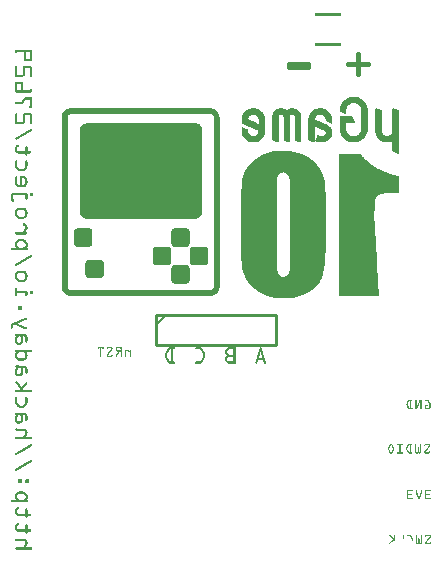
<source format=gbo>
G04 MADE WITH FRITZING*
G04 WWW.FRITZING.ORG*
G04 DOUBLE SIDED*
G04 HOLES PLATED*
G04 CONTOUR ON CENTER OF CONTOUR VECTOR*
%ASAXBY*%
%FSLAX23Y23*%
%MOIN*%
%OFA0B0*%
%SFA1.0B1.0*%
%ADD10C,0.010000*%
%ADD11C,0.005000*%
%ADD12R,0.001000X0.001000*%
%LNSILK0*%
G90*
G70*
G54D10*
X699Y943D02*
X1099Y943D01*
D02*
X1099Y943D02*
X1099Y843D01*
D02*
X1099Y843D02*
X699Y843D01*
D02*
X699Y843D02*
X699Y943D01*
G54D11*
D02*
X734Y943D02*
X699Y908D01*
G54D12*
X1230Y1948D02*
X1317Y1948D01*
X1230Y1947D02*
X1317Y1947D01*
X1230Y1946D02*
X1317Y1946D01*
X1230Y1945D02*
X1317Y1945D01*
X1230Y1944D02*
X1317Y1944D01*
X1230Y1943D02*
X1317Y1943D01*
X1230Y1942D02*
X1317Y1942D01*
X1230Y1941D02*
X1317Y1941D01*
X1230Y1940D02*
X1317Y1940D01*
X1230Y1939D02*
X1317Y1939D01*
X1230Y1848D02*
X1317Y1848D01*
X1230Y1847D02*
X1317Y1847D01*
X1230Y1846D02*
X1317Y1846D01*
X1230Y1845D02*
X1317Y1845D01*
X1230Y1844D02*
X1317Y1844D01*
X1230Y1843D02*
X1317Y1843D01*
X1230Y1842D02*
X1317Y1842D01*
X1230Y1841D02*
X1317Y1841D01*
X1230Y1840D02*
X1317Y1840D01*
X1230Y1839D02*
X1317Y1839D01*
X234Y1825D02*
X282Y1825D01*
X231Y1824D02*
X285Y1824D01*
X231Y1823D02*
X285Y1823D01*
X230Y1822D02*
X286Y1822D01*
X230Y1821D02*
X286Y1821D01*
X230Y1820D02*
X286Y1820D01*
X230Y1819D02*
X286Y1819D01*
X230Y1818D02*
X286Y1818D01*
X1372Y1818D02*
X1376Y1818D01*
X230Y1817D02*
X236Y1817D01*
X261Y1817D02*
X267Y1817D01*
X280Y1817D02*
X286Y1817D01*
X1370Y1817D02*
X1378Y1817D01*
X231Y1816D02*
X236Y1816D01*
X261Y1816D02*
X267Y1816D01*
X280Y1816D02*
X286Y1816D01*
X1369Y1816D02*
X1379Y1816D01*
X232Y1815D02*
X235Y1815D01*
X261Y1815D02*
X267Y1815D01*
X280Y1815D02*
X286Y1815D01*
X1368Y1815D02*
X1380Y1815D01*
X261Y1814D02*
X267Y1814D01*
X280Y1814D02*
X286Y1814D01*
X1367Y1814D02*
X1381Y1814D01*
X261Y1813D02*
X267Y1813D01*
X280Y1813D02*
X286Y1813D01*
X1367Y1813D02*
X1381Y1813D01*
X261Y1812D02*
X267Y1812D01*
X280Y1812D02*
X286Y1812D01*
X1367Y1812D02*
X1382Y1812D01*
X261Y1811D02*
X267Y1811D01*
X280Y1811D02*
X286Y1811D01*
X1366Y1811D02*
X1382Y1811D01*
X261Y1810D02*
X267Y1810D01*
X280Y1810D02*
X286Y1810D01*
X1366Y1810D02*
X1382Y1810D01*
X261Y1809D02*
X267Y1809D01*
X280Y1809D02*
X286Y1809D01*
X1366Y1809D02*
X1382Y1809D01*
X261Y1808D02*
X267Y1808D01*
X280Y1808D02*
X286Y1808D01*
X1366Y1808D02*
X1382Y1808D01*
X261Y1807D02*
X267Y1807D01*
X280Y1807D02*
X286Y1807D01*
X1366Y1807D02*
X1382Y1807D01*
X261Y1806D02*
X267Y1806D01*
X280Y1806D02*
X286Y1806D01*
X1366Y1806D02*
X1382Y1806D01*
X261Y1805D02*
X267Y1805D01*
X280Y1805D02*
X286Y1805D01*
X1366Y1805D02*
X1382Y1805D01*
X261Y1804D02*
X267Y1804D01*
X280Y1804D02*
X286Y1804D01*
X1366Y1804D02*
X1382Y1804D01*
X261Y1803D02*
X267Y1803D01*
X280Y1803D02*
X286Y1803D01*
X1366Y1803D02*
X1382Y1803D01*
X261Y1802D02*
X267Y1802D01*
X280Y1802D02*
X286Y1802D01*
X1366Y1802D02*
X1382Y1802D01*
X261Y1801D02*
X267Y1801D01*
X280Y1801D02*
X286Y1801D01*
X1366Y1801D02*
X1382Y1801D01*
X261Y1800D02*
X267Y1800D01*
X280Y1800D02*
X286Y1800D01*
X1366Y1800D02*
X1382Y1800D01*
X261Y1799D02*
X267Y1799D01*
X280Y1799D02*
X286Y1799D01*
X1366Y1799D02*
X1382Y1799D01*
X261Y1798D02*
X267Y1798D01*
X280Y1798D02*
X286Y1798D01*
X1366Y1798D02*
X1382Y1798D01*
X261Y1797D02*
X267Y1797D01*
X280Y1797D02*
X286Y1797D01*
X1366Y1797D02*
X1382Y1797D01*
X261Y1796D02*
X286Y1796D01*
X1366Y1796D02*
X1382Y1796D01*
X261Y1795D02*
X286Y1795D01*
X1366Y1795D02*
X1382Y1795D01*
X261Y1794D02*
X286Y1794D01*
X1366Y1794D02*
X1382Y1794D01*
X261Y1793D02*
X286Y1793D01*
X1366Y1793D02*
X1382Y1793D01*
X261Y1792D02*
X286Y1792D01*
X1366Y1792D02*
X1382Y1792D01*
X261Y1791D02*
X286Y1791D01*
X1366Y1791D02*
X1382Y1791D01*
X262Y1790D02*
X285Y1790D01*
X1366Y1790D02*
X1382Y1790D01*
X264Y1789D02*
X283Y1789D01*
X1366Y1789D02*
X1382Y1789D01*
X1366Y1788D02*
X1382Y1788D01*
X1366Y1787D02*
X1382Y1787D01*
X1366Y1786D02*
X1382Y1786D01*
X1339Y1785D02*
X1409Y1785D01*
X1141Y1784D02*
X1211Y1784D01*
X1337Y1784D02*
X1411Y1784D01*
X1139Y1783D02*
X1213Y1783D01*
X1336Y1783D02*
X1412Y1783D01*
X1138Y1782D02*
X1214Y1782D01*
X1335Y1782D02*
X1413Y1782D01*
X1137Y1781D02*
X1215Y1781D01*
X1334Y1781D02*
X1414Y1781D01*
X1136Y1780D02*
X1216Y1780D01*
X1334Y1780D02*
X1414Y1780D01*
X1136Y1779D02*
X1216Y1779D01*
X1333Y1779D02*
X1415Y1779D01*
X1135Y1778D02*
X1217Y1778D01*
X1333Y1778D02*
X1415Y1778D01*
X1135Y1777D02*
X1217Y1777D01*
X1333Y1777D02*
X1415Y1777D01*
X1135Y1776D02*
X1217Y1776D01*
X1333Y1776D02*
X1415Y1776D01*
X1135Y1775D02*
X1217Y1775D01*
X1333Y1775D02*
X1415Y1775D01*
X1135Y1774D02*
X1217Y1774D01*
X1334Y1774D02*
X1415Y1774D01*
X1135Y1773D02*
X1217Y1773D01*
X1334Y1773D02*
X1414Y1773D01*
X232Y1772D02*
X235Y1772D01*
X260Y1772D02*
X281Y1772D01*
X1135Y1772D02*
X1217Y1772D01*
X1335Y1772D02*
X1414Y1772D01*
X231Y1771D02*
X236Y1771D01*
X258Y1771D02*
X283Y1771D01*
X1135Y1771D02*
X1217Y1771D01*
X1336Y1771D02*
X1413Y1771D01*
X230Y1770D02*
X236Y1770D01*
X257Y1770D02*
X284Y1770D01*
X1135Y1770D02*
X1217Y1770D01*
X1337Y1770D02*
X1411Y1770D01*
X230Y1769D02*
X237Y1769D01*
X256Y1769D02*
X285Y1769D01*
X1135Y1769D02*
X1217Y1769D01*
X1339Y1769D02*
X1410Y1769D01*
X230Y1768D02*
X237Y1768D01*
X256Y1768D02*
X285Y1768D01*
X1135Y1768D02*
X1217Y1768D01*
X1366Y1768D02*
X1382Y1768D01*
X230Y1767D02*
X237Y1767D01*
X255Y1767D02*
X286Y1767D01*
X1135Y1767D02*
X1217Y1767D01*
X1366Y1767D02*
X1382Y1767D01*
X230Y1766D02*
X237Y1766D01*
X255Y1766D02*
X286Y1766D01*
X1136Y1766D02*
X1217Y1766D01*
X1366Y1766D02*
X1382Y1766D01*
X230Y1765D02*
X237Y1765D01*
X255Y1765D02*
X261Y1765D01*
X279Y1765D02*
X286Y1765D01*
X1136Y1765D02*
X1216Y1765D01*
X1366Y1765D02*
X1382Y1765D01*
X230Y1764D02*
X237Y1764D01*
X255Y1764D02*
X261Y1764D01*
X280Y1764D02*
X286Y1764D01*
X1137Y1764D02*
X1216Y1764D01*
X1366Y1764D02*
X1382Y1764D01*
X230Y1763D02*
X237Y1763D01*
X255Y1763D02*
X261Y1763D01*
X280Y1763D02*
X286Y1763D01*
X1137Y1763D02*
X1215Y1763D01*
X1366Y1763D02*
X1382Y1763D01*
X230Y1762D02*
X237Y1762D01*
X255Y1762D02*
X261Y1762D01*
X280Y1762D02*
X286Y1762D01*
X1139Y1762D02*
X1214Y1762D01*
X1366Y1762D02*
X1382Y1762D01*
X230Y1761D02*
X237Y1761D01*
X255Y1761D02*
X261Y1761D01*
X280Y1761D02*
X286Y1761D01*
X1140Y1761D02*
X1212Y1761D01*
X1366Y1761D02*
X1382Y1761D01*
X230Y1760D02*
X237Y1760D01*
X255Y1760D02*
X261Y1760D01*
X280Y1760D02*
X286Y1760D01*
X1366Y1760D02*
X1382Y1760D01*
X230Y1759D02*
X237Y1759D01*
X255Y1759D02*
X261Y1759D01*
X280Y1759D02*
X286Y1759D01*
X1366Y1759D02*
X1382Y1759D01*
X230Y1758D02*
X237Y1758D01*
X255Y1758D02*
X261Y1758D01*
X280Y1758D02*
X286Y1758D01*
X1366Y1758D02*
X1382Y1758D01*
X230Y1757D02*
X237Y1757D01*
X255Y1757D02*
X261Y1757D01*
X280Y1757D02*
X286Y1757D01*
X1366Y1757D02*
X1382Y1757D01*
X230Y1756D02*
X237Y1756D01*
X255Y1756D02*
X261Y1756D01*
X280Y1756D02*
X286Y1756D01*
X1366Y1756D02*
X1382Y1756D01*
X230Y1755D02*
X237Y1755D01*
X255Y1755D02*
X261Y1755D01*
X280Y1755D02*
X286Y1755D01*
X1366Y1755D02*
X1382Y1755D01*
X230Y1754D02*
X237Y1754D01*
X255Y1754D02*
X261Y1754D01*
X280Y1754D02*
X286Y1754D01*
X1366Y1754D02*
X1382Y1754D01*
X230Y1753D02*
X237Y1753D01*
X255Y1753D02*
X261Y1753D01*
X280Y1753D02*
X286Y1753D01*
X1366Y1753D02*
X1382Y1753D01*
X230Y1752D02*
X237Y1752D01*
X255Y1752D02*
X261Y1752D01*
X280Y1752D02*
X286Y1752D01*
X1366Y1752D02*
X1382Y1752D01*
X230Y1751D02*
X237Y1751D01*
X255Y1751D02*
X261Y1751D01*
X280Y1751D02*
X286Y1751D01*
X1366Y1751D02*
X1382Y1751D01*
X230Y1750D02*
X237Y1750D01*
X255Y1750D02*
X261Y1750D01*
X280Y1750D02*
X286Y1750D01*
X1366Y1750D02*
X1382Y1750D01*
X230Y1749D02*
X237Y1749D01*
X255Y1749D02*
X261Y1749D01*
X280Y1749D02*
X286Y1749D01*
X1366Y1749D02*
X1382Y1749D01*
X230Y1748D02*
X237Y1748D01*
X255Y1748D02*
X261Y1748D01*
X280Y1748D02*
X286Y1748D01*
X1366Y1748D02*
X1382Y1748D01*
X230Y1747D02*
X237Y1747D01*
X255Y1747D02*
X261Y1747D01*
X280Y1747D02*
X286Y1747D01*
X1366Y1747D02*
X1382Y1747D01*
X230Y1746D02*
X237Y1746D01*
X255Y1746D02*
X261Y1746D01*
X280Y1746D02*
X286Y1746D01*
X1366Y1746D02*
X1382Y1746D01*
X230Y1745D02*
X237Y1745D01*
X255Y1745D02*
X261Y1745D01*
X280Y1745D02*
X286Y1745D01*
X1366Y1745D02*
X1382Y1745D01*
X230Y1744D02*
X237Y1744D01*
X255Y1744D02*
X261Y1744D01*
X280Y1744D02*
X286Y1744D01*
X1366Y1744D02*
X1382Y1744D01*
X230Y1743D02*
X261Y1743D01*
X280Y1743D02*
X286Y1743D01*
X1366Y1743D02*
X1382Y1743D01*
X230Y1742D02*
X261Y1742D01*
X280Y1742D02*
X286Y1742D01*
X1366Y1742D02*
X1382Y1742D01*
X230Y1741D02*
X261Y1741D01*
X280Y1741D02*
X286Y1741D01*
X1367Y1741D02*
X1382Y1741D01*
X230Y1740D02*
X260Y1740D01*
X280Y1740D02*
X286Y1740D01*
X1367Y1740D02*
X1381Y1740D01*
X230Y1739D02*
X259Y1739D01*
X280Y1739D02*
X286Y1739D01*
X1368Y1739D02*
X1380Y1739D01*
X230Y1738D02*
X258Y1738D01*
X280Y1738D02*
X285Y1738D01*
X1369Y1738D02*
X1380Y1738D01*
X230Y1737D02*
X257Y1737D01*
X281Y1737D02*
X284Y1737D01*
X1370Y1737D02*
X1379Y1737D01*
X1371Y1736D02*
X1377Y1736D01*
X232Y1719D02*
X254Y1719D01*
X231Y1718D02*
X255Y1718D01*
X230Y1717D02*
X255Y1717D01*
X230Y1716D02*
X255Y1716D01*
X230Y1715D02*
X255Y1715D01*
X230Y1714D02*
X255Y1714D01*
X230Y1713D02*
X255Y1713D01*
X230Y1712D02*
X237Y1712D01*
X249Y1712D02*
X255Y1712D01*
X230Y1711D02*
X237Y1711D01*
X249Y1711D02*
X255Y1711D01*
X230Y1710D02*
X237Y1710D01*
X249Y1710D02*
X255Y1710D01*
X230Y1709D02*
X237Y1709D01*
X249Y1709D02*
X255Y1709D01*
X230Y1708D02*
X237Y1708D01*
X249Y1708D02*
X255Y1708D01*
X230Y1707D02*
X237Y1707D01*
X249Y1707D02*
X255Y1707D01*
X230Y1706D02*
X237Y1706D01*
X249Y1706D02*
X255Y1706D01*
X230Y1705D02*
X237Y1705D01*
X249Y1705D02*
X255Y1705D01*
X230Y1704D02*
X237Y1704D01*
X249Y1704D02*
X255Y1704D01*
X230Y1703D02*
X237Y1703D01*
X249Y1703D02*
X255Y1703D01*
X230Y1702D02*
X237Y1702D01*
X249Y1702D02*
X255Y1702D01*
X230Y1701D02*
X237Y1701D01*
X249Y1701D02*
X255Y1701D01*
X230Y1700D02*
X237Y1700D01*
X249Y1700D02*
X255Y1700D01*
X230Y1699D02*
X237Y1699D01*
X249Y1699D02*
X255Y1699D01*
X230Y1698D02*
X237Y1698D01*
X249Y1698D02*
X255Y1698D01*
X230Y1697D02*
X237Y1697D01*
X249Y1697D02*
X255Y1697D01*
X230Y1696D02*
X237Y1696D01*
X249Y1696D02*
X255Y1696D01*
X230Y1695D02*
X237Y1695D01*
X249Y1695D02*
X255Y1695D01*
X230Y1694D02*
X237Y1694D01*
X249Y1694D02*
X255Y1694D01*
X281Y1694D02*
X284Y1694D01*
X230Y1693D02*
X237Y1693D01*
X249Y1693D02*
X255Y1693D01*
X280Y1693D02*
X285Y1693D01*
X230Y1692D02*
X237Y1692D01*
X249Y1692D02*
X255Y1692D01*
X280Y1692D02*
X286Y1692D01*
X230Y1691D02*
X286Y1691D01*
X230Y1690D02*
X286Y1690D01*
X230Y1689D02*
X286Y1689D01*
X230Y1688D02*
X286Y1688D01*
X230Y1687D02*
X286Y1687D01*
X231Y1686D02*
X286Y1686D01*
X231Y1685D02*
X285Y1685D01*
X233Y1684D02*
X283Y1684D01*
X1351Y1669D02*
X1366Y1669D01*
X1346Y1668D02*
X1370Y1668D01*
X263Y1667D02*
X286Y1667D01*
X1343Y1667D02*
X1374Y1667D01*
X262Y1666D02*
X286Y1666D01*
X1340Y1666D02*
X1376Y1666D01*
X261Y1665D02*
X286Y1665D01*
X1338Y1665D02*
X1378Y1665D01*
X260Y1664D02*
X286Y1664D01*
X1336Y1664D02*
X1380Y1664D01*
X259Y1663D02*
X286Y1663D01*
X1335Y1663D02*
X1382Y1663D01*
X258Y1662D02*
X286Y1662D01*
X1333Y1662D02*
X1384Y1662D01*
X258Y1661D02*
X286Y1661D01*
X1332Y1661D02*
X1385Y1661D01*
X257Y1660D02*
X266Y1660D01*
X279Y1660D02*
X286Y1660D01*
X1330Y1660D02*
X1386Y1660D01*
X256Y1659D02*
X264Y1659D01*
X280Y1659D02*
X286Y1659D01*
X1329Y1659D02*
X1388Y1659D01*
X255Y1658D02*
X264Y1658D01*
X280Y1658D02*
X286Y1658D01*
X1328Y1658D02*
X1389Y1658D01*
X254Y1657D02*
X263Y1657D01*
X280Y1657D02*
X286Y1657D01*
X1327Y1657D02*
X1390Y1657D01*
X253Y1656D02*
X262Y1656D01*
X280Y1656D02*
X286Y1656D01*
X1326Y1656D02*
X1391Y1656D01*
X252Y1655D02*
X261Y1655D01*
X280Y1655D02*
X286Y1655D01*
X1325Y1655D02*
X1392Y1655D01*
X252Y1654D02*
X260Y1654D01*
X280Y1654D02*
X286Y1654D01*
X1324Y1654D02*
X1393Y1654D01*
X250Y1653D02*
X259Y1653D01*
X280Y1653D02*
X286Y1653D01*
X1323Y1653D02*
X1394Y1653D01*
X232Y1652D02*
X259Y1652D01*
X280Y1652D02*
X286Y1652D01*
X1322Y1652D02*
X1395Y1652D01*
X231Y1651D02*
X258Y1651D01*
X280Y1651D02*
X286Y1651D01*
X1321Y1651D02*
X1395Y1651D01*
X230Y1650D02*
X257Y1650D01*
X280Y1650D02*
X286Y1650D01*
X1321Y1650D02*
X1396Y1650D01*
X230Y1649D02*
X256Y1649D01*
X280Y1649D02*
X286Y1649D01*
X1320Y1649D02*
X1397Y1649D01*
X231Y1648D02*
X255Y1648D01*
X280Y1648D02*
X286Y1648D01*
X1319Y1648D02*
X1352Y1648D01*
X1364Y1648D02*
X1398Y1648D01*
X231Y1647D02*
X254Y1647D01*
X280Y1647D02*
X286Y1647D01*
X1319Y1647D02*
X1349Y1647D01*
X1368Y1647D02*
X1398Y1647D01*
X232Y1646D02*
X253Y1646D01*
X280Y1646D02*
X286Y1646D01*
X1318Y1646D02*
X1347Y1646D01*
X1370Y1646D02*
X1399Y1646D01*
X280Y1645D02*
X286Y1645D01*
X1317Y1645D02*
X1345Y1645D01*
X1372Y1645D02*
X1399Y1645D01*
X280Y1644D02*
X286Y1644D01*
X1317Y1644D02*
X1344Y1644D01*
X1373Y1644D02*
X1400Y1644D01*
X280Y1643D02*
X286Y1643D01*
X1316Y1643D02*
X1342Y1643D01*
X1374Y1643D02*
X1400Y1643D01*
X280Y1642D02*
X286Y1642D01*
X1316Y1642D02*
X1341Y1642D01*
X1376Y1642D02*
X1401Y1642D01*
X280Y1641D02*
X286Y1641D01*
X1315Y1641D02*
X1340Y1641D01*
X1377Y1641D02*
X1401Y1641D01*
X280Y1640D02*
X286Y1640D01*
X1315Y1640D02*
X1339Y1640D01*
X1378Y1640D02*
X1402Y1640D01*
X280Y1639D02*
X286Y1639D01*
X1315Y1639D02*
X1338Y1639D01*
X1378Y1639D02*
X1402Y1639D01*
X278Y1638D02*
X286Y1638D01*
X1314Y1638D02*
X1337Y1638D01*
X1379Y1638D02*
X1402Y1638D01*
X277Y1637D02*
X286Y1637D01*
X1314Y1637D02*
X1337Y1637D01*
X1380Y1637D02*
X1403Y1637D01*
X277Y1636D02*
X286Y1636D01*
X1314Y1636D02*
X1336Y1636D01*
X1381Y1636D02*
X1403Y1636D01*
X277Y1635D02*
X286Y1635D01*
X1314Y1635D02*
X1336Y1635D01*
X1381Y1635D02*
X1403Y1635D01*
X277Y1634D02*
X286Y1634D01*
X1313Y1634D02*
X1335Y1634D01*
X1382Y1634D02*
X1403Y1634D01*
X277Y1633D02*
X285Y1633D01*
X1313Y1633D02*
X1335Y1633D01*
X1382Y1633D02*
X1404Y1633D01*
X278Y1632D02*
X284Y1632D01*
X1313Y1632D02*
X1334Y1632D01*
X1383Y1632D02*
X1404Y1632D01*
X411Y1631D02*
X885Y1631D01*
X1016Y1631D02*
X1031Y1631D01*
X1110Y1631D02*
X1122Y1631D01*
X1148Y1631D02*
X1160Y1631D01*
X1239Y1631D02*
X1254Y1631D01*
X1313Y1631D02*
X1334Y1631D01*
X1383Y1631D02*
X1404Y1631D01*
X1432Y1631D02*
X1435Y1631D01*
X1489Y1631D02*
X1493Y1631D01*
X407Y1630D02*
X888Y1630D01*
X1012Y1630D02*
X1035Y1630D01*
X1106Y1630D02*
X1126Y1630D01*
X1144Y1630D02*
X1164Y1630D01*
X1235Y1630D02*
X1258Y1630D01*
X1313Y1630D02*
X1334Y1630D01*
X1383Y1630D02*
X1404Y1630D01*
X1431Y1630D02*
X1438Y1630D01*
X1489Y1630D02*
X1495Y1630D01*
X405Y1629D02*
X891Y1629D01*
X1010Y1629D02*
X1038Y1629D01*
X1104Y1629D02*
X1128Y1629D01*
X1142Y1629D02*
X1166Y1629D01*
X1232Y1629D02*
X1261Y1629D01*
X1312Y1629D02*
X1333Y1629D01*
X1383Y1629D02*
X1404Y1629D01*
X1431Y1629D02*
X1440Y1629D01*
X1488Y1629D02*
X1497Y1629D01*
X402Y1628D02*
X893Y1628D01*
X1007Y1628D02*
X1040Y1628D01*
X1102Y1628D02*
X1130Y1628D01*
X1140Y1628D02*
X1168Y1628D01*
X1230Y1628D02*
X1263Y1628D01*
X1312Y1628D02*
X1333Y1628D01*
X1384Y1628D02*
X1404Y1628D01*
X1431Y1628D02*
X1442Y1628D01*
X1488Y1628D02*
X1500Y1628D01*
X401Y1627D02*
X895Y1627D01*
X1005Y1627D02*
X1042Y1627D01*
X1100Y1627D02*
X1132Y1627D01*
X1139Y1627D02*
X1170Y1627D01*
X1228Y1627D02*
X1265Y1627D01*
X1312Y1627D02*
X1333Y1627D01*
X1384Y1627D02*
X1404Y1627D01*
X1431Y1627D02*
X1444Y1627D01*
X1488Y1627D02*
X1502Y1627D01*
X399Y1626D02*
X897Y1626D01*
X1004Y1626D02*
X1044Y1626D01*
X1099Y1626D02*
X1133Y1626D01*
X1137Y1626D02*
X1171Y1626D01*
X1226Y1626D02*
X1267Y1626D01*
X1312Y1626D02*
X1333Y1626D01*
X1384Y1626D02*
X1405Y1626D01*
X1431Y1626D02*
X1447Y1626D01*
X1488Y1626D02*
X1504Y1626D01*
X397Y1625D02*
X898Y1625D01*
X1002Y1625D02*
X1046Y1625D01*
X1098Y1625D02*
X1172Y1625D01*
X1225Y1625D02*
X1268Y1625D01*
X1312Y1625D02*
X1333Y1625D01*
X1384Y1625D02*
X1405Y1625D01*
X1431Y1625D02*
X1449Y1625D01*
X1488Y1625D02*
X1507Y1625D01*
X396Y1624D02*
X900Y1624D01*
X1001Y1624D02*
X1047Y1624D01*
X1097Y1624D02*
X1173Y1624D01*
X1224Y1624D02*
X1269Y1624D01*
X1312Y1624D02*
X1333Y1624D01*
X1384Y1624D02*
X1405Y1624D01*
X1431Y1624D02*
X1451Y1624D01*
X1488Y1624D02*
X1508Y1624D01*
X395Y1623D02*
X901Y1623D01*
X999Y1623D02*
X1048Y1623D01*
X1096Y1623D02*
X1174Y1623D01*
X1222Y1623D02*
X1271Y1623D01*
X1312Y1623D02*
X1333Y1623D01*
X1384Y1623D02*
X1405Y1623D01*
X1431Y1623D02*
X1451Y1623D01*
X1488Y1623D02*
X1509Y1623D01*
X394Y1622D02*
X902Y1622D01*
X998Y1622D02*
X1049Y1622D01*
X1095Y1622D02*
X1175Y1622D01*
X1221Y1622D02*
X1272Y1622D01*
X1312Y1622D02*
X1333Y1622D01*
X1384Y1622D02*
X1405Y1622D01*
X1431Y1622D02*
X1451Y1622D01*
X1488Y1622D02*
X1509Y1622D01*
X393Y1621D02*
X903Y1621D01*
X997Y1621D02*
X1050Y1621D01*
X1094Y1621D02*
X1176Y1621D01*
X1220Y1621D02*
X1273Y1621D01*
X1312Y1621D02*
X1333Y1621D01*
X1384Y1621D02*
X1405Y1621D01*
X1431Y1621D02*
X1452Y1621D01*
X1488Y1621D02*
X1509Y1621D01*
X392Y1620D02*
X904Y1620D01*
X996Y1620D02*
X1051Y1620D01*
X1093Y1620D02*
X1177Y1620D01*
X1219Y1620D02*
X1274Y1620D01*
X1314Y1620D02*
X1333Y1620D01*
X1384Y1620D02*
X1405Y1620D01*
X1431Y1620D02*
X1452Y1620D01*
X1488Y1620D02*
X1509Y1620D01*
X391Y1619D02*
X904Y1619D01*
X995Y1619D02*
X1052Y1619D01*
X1092Y1619D02*
X1178Y1619D01*
X1218Y1619D02*
X1275Y1619D01*
X1315Y1619D02*
X1333Y1619D01*
X1384Y1619D02*
X1405Y1619D01*
X1431Y1619D02*
X1452Y1619D01*
X1488Y1619D02*
X1509Y1619D01*
X391Y1618D02*
X905Y1618D01*
X994Y1618D02*
X1053Y1618D01*
X1092Y1618D02*
X1178Y1618D01*
X1217Y1618D02*
X1276Y1618D01*
X1318Y1618D02*
X1333Y1618D01*
X1384Y1618D02*
X1405Y1618D01*
X1431Y1618D02*
X1452Y1618D01*
X1488Y1618D02*
X1509Y1618D01*
X390Y1617D02*
X906Y1617D01*
X993Y1617D02*
X1054Y1617D01*
X1091Y1617D02*
X1179Y1617D01*
X1216Y1617D02*
X1276Y1617D01*
X1320Y1617D02*
X1333Y1617D01*
X1384Y1617D02*
X1405Y1617D01*
X1431Y1617D02*
X1452Y1617D01*
X1488Y1617D02*
X1509Y1617D01*
X389Y1616D02*
X906Y1616D01*
X992Y1616D02*
X1055Y1616D01*
X1091Y1616D02*
X1180Y1616D01*
X1216Y1616D02*
X1277Y1616D01*
X1322Y1616D02*
X1333Y1616D01*
X1384Y1616D02*
X1405Y1616D01*
X1431Y1616D02*
X1452Y1616D01*
X1488Y1616D02*
X1509Y1616D01*
X389Y1615D02*
X907Y1615D01*
X992Y1615D02*
X1056Y1615D01*
X1090Y1615D02*
X1180Y1615D01*
X1215Y1615D02*
X1278Y1615D01*
X1324Y1615D02*
X1333Y1615D01*
X1384Y1615D02*
X1405Y1615D01*
X1431Y1615D02*
X1452Y1615D01*
X1488Y1615D02*
X1509Y1615D01*
X232Y1614D02*
X235Y1614D01*
X259Y1614D02*
X282Y1614D01*
X388Y1614D02*
X907Y1614D01*
X991Y1614D02*
X1056Y1614D01*
X1090Y1614D02*
X1181Y1614D01*
X1214Y1614D02*
X1279Y1614D01*
X1326Y1614D02*
X1332Y1614D01*
X1384Y1614D02*
X1405Y1614D01*
X1431Y1614D02*
X1452Y1614D01*
X1488Y1614D02*
X1509Y1614D01*
X231Y1613D02*
X236Y1613D01*
X257Y1613D02*
X283Y1613D01*
X388Y1613D02*
X908Y1613D01*
X990Y1613D02*
X1057Y1613D01*
X1089Y1613D02*
X1181Y1613D01*
X1213Y1613D02*
X1279Y1613D01*
X1329Y1613D02*
X1331Y1613D01*
X1384Y1613D02*
X1405Y1613D01*
X1431Y1613D02*
X1452Y1613D01*
X1488Y1613D02*
X1509Y1613D01*
X230Y1612D02*
X236Y1612D01*
X257Y1612D02*
X284Y1612D01*
X388Y1612D02*
X415Y1612D01*
X881Y1612D02*
X908Y1612D01*
X990Y1612D02*
X1058Y1612D01*
X1089Y1612D02*
X1181Y1612D01*
X1213Y1612D02*
X1280Y1612D01*
X1384Y1612D02*
X1405Y1612D01*
X1431Y1612D02*
X1452Y1612D01*
X1488Y1612D02*
X1509Y1612D01*
X230Y1611D02*
X237Y1611D01*
X256Y1611D02*
X285Y1611D01*
X387Y1611D02*
X411Y1611D01*
X885Y1611D02*
X909Y1611D01*
X989Y1611D02*
X1058Y1611D01*
X1089Y1611D02*
X1182Y1611D01*
X1212Y1611D02*
X1281Y1611D01*
X1384Y1611D02*
X1405Y1611D01*
X1431Y1611D02*
X1452Y1611D01*
X1488Y1611D02*
X1509Y1611D01*
X230Y1610D02*
X237Y1610D01*
X255Y1610D02*
X285Y1610D01*
X387Y1610D02*
X409Y1610D01*
X887Y1610D02*
X909Y1610D01*
X989Y1610D02*
X1059Y1610D01*
X1089Y1610D02*
X1114Y1610D01*
X1119Y1610D02*
X1151Y1610D01*
X1156Y1610D02*
X1182Y1610D01*
X1212Y1610D02*
X1281Y1610D01*
X1384Y1610D02*
X1405Y1610D01*
X1431Y1610D02*
X1452Y1610D01*
X1488Y1610D02*
X1509Y1610D01*
X230Y1609D02*
X237Y1609D01*
X255Y1609D02*
X286Y1609D01*
X386Y1609D02*
X408Y1609D01*
X888Y1609D02*
X909Y1609D01*
X988Y1609D02*
X1018Y1609D01*
X1030Y1609D02*
X1059Y1609D01*
X1088Y1609D02*
X1112Y1609D01*
X1121Y1609D02*
X1149Y1609D01*
X1158Y1609D02*
X1182Y1609D01*
X1211Y1609D02*
X1241Y1609D01*
X1253Y1609D02*
X1282Y1609D01*
X1384Y1609D02*
X1405Y1609D01*
X1431Y1609D02*
X1452Y1609D01*
X1488Y1609D02*
X1509Y1609D01*
X230Y1608D02*
X237Y1608D01*
X255Y1608D02*
X286Y1608D01*
X386Y1608D02*
X407Y1608D01*
X889Y1608D02*
X910Y1608D01*
X988Y1608D02*
X1015Y1608D01*
X1032Y1608D02*
X1060Y1608D01*
X1088Y1608D02*
X1111Y1608D01*
X1122Y1608D02*
X1148Y1608D01*
X1159Y1608D02*
X1182Y1608D01*
X1211Y1608D02*
X1239Y1608D01*
X1255Y1608D02*
X1282Y1608D01*
X1384Y1608D02*
X1405Y1608D01*
X1431Y1608D02*
X1452Y1608D01*
X1488Y1608D02*
X1509Y1608D01*
X230Y1607D02*
X237Y1607D01*
X255Y1607D02*
X261Y1607D01*
X280Y1607D02*
X286Y1607D01*
X386Y1607D02*
X406Y1607D01*
X890Y1607D02*
X910Y1607D01*
X987Y1607D02*
X1014Y1607D01*
X1034Y1607D02*
X1060Y1607D01*
X1088Y1607D02*
X1110Y1607D01*
X1123Y1607D02*
X1147Y1607D01*
X1160Y1607D02*
X1183Y1607D01*
X1210Y1607D02*
X1237Y1607D01*
X1257Y1607D02*
X1283Y1607D01*
X1384Y1607D02*
X1405Y1607D01*
X1431Y1607D02*
X1452Y1607D01*
X1488Y1607D02*
X1509Y1607D01*
X230Y1606D02*
X237Y1606D01*
X255Y1606D02*
X261Y1606D01*
X280Y1606D02*
X286Y1606D01*
X386Y1606D02*
X405Y1606D01*
X891Y1606D02*
X910Y1606D01*
X987Y1606D02*
X1012Y1606D01*
X1035Y1606D02*
X1060Y1606D01*
X1088Y1606D02*
X1109Y1606D01*
X1124Y1606D02*
X1147Y1606D01*
X1161Y1606D02*
X1183Y1606D01*
X1210Y1606D02*
X1235Y1606D01*
X1258Y1606D02*
X1283Y1606D01*
X1384Y1606D02*
X1405Y1606D01*
X1431Y1606D02*
X1452Y1606D01*
X1488Y1606D02*
X1509Y1606D01*
X230Y1605D02*
X237Y1605D01*
X255Y1605D02*
X261Y1605D01*
X280Y1605D02*
X286Y1605D01*
X385Y1605D02*
X405Y1605D01*
X891Y1605D02*
X910Y1605D01*
X987Y1605D02*
X1011Y1605D01*
X1036Y1605D02*
X1061Y1605D01*
X1088Y1605D02*
X1109Y1605D01*
X1124Y1605D02*
X1146Y1605D01*
X1161Y1605D02*
X1183Y1605D01*
X1210Y1605D02*
X1234Y1605D01*
X1259Y1605D02*
X1283Y1605D01*
X1384Y1605D02*
X1405Y1605D01*
X1431Y1605D02*
X1452Y1605D01*
X1488Y1605D02*
X1509Y1605D01*
X230Y1604D02*
X237Y1604D01*
X255Y1604D02*
X261Y1604D01*
X280Y1604D02*
X286Y1604D01*
X385Y1604D02*
X404Y1604D01*
X892Y1604D02*
X910Y1604D01*
X986Y1604D02*
X1010Y1604D01*
X1037Y1604D02*
X1061Y1604D01*
X1088Y1604D02*
X1108Y1604D01*
X1124Y1604D02*
X1146Y1604D01*
X1162Y1604D02*
X1183Y1604D01*
X1209Y1604D02*
X1233Y1604D01*
X1260Y1604D02*
X1284Y1604D01*
X1314Y1604D02*
X1353Y1604D01*
X1384Y1604D02*
X1405Y1604D01*
X1431Y1604D02*
X1452Y1604D01*
X1488Y1604D02*
X1509Y1604D01*
X230Y1603D02*
X237Y1603D01*
X255Y1603D02*
X261Y1603D01*
X280Y1603D02*
X286Y1603D01*
X385Y1603D02*
X404Y1603D01*
X892Y1603D02*
X911Y1603D01*
X986Y1603D02*
X1009Y1603D01*
X1038Y1603D02*
X1061Y1603D01*
X1088Y1603D02*
X1108Y1603D01*
X1125Y1603D02*
X1146Y1603D01*
X1162Y1603D02*
X1183Y1603D01*
X1209Y1603D02*
X1232Y1603D01*
X1261Y1603D02*
X1284Y1603D01*
X1313Y1603D02*
X1354Y1603D01*
X1384Y1603D02*
X1405Y1603D01*
X1431Y1603D02*
X1452Y1603D01*
X1488Y1603D02*
X1509Y1603D01*
X230Y1602D02*
X237Y1602D01*
X255Y1602D02*
X261Y1602D01*
X280Y1602D02*
X286Y1602D01*
X385Y1602D02*
X404Y1602D01*
X892Y1602D02*
X911Y1602D01*
X986Y1602D02*
X1008Y1602D01*
X1039Y1602D02*
X1062Y1602D01*
X1088Y1602D02*
X1108Y1602D01*
X1125Y1602D02*
X1146Y1602D01*
X1162Y1602D02*
X1183Y1602D01*
X1209Y1602D02*
X1232Y1602D01*
X1262Y1602D02*
X1284Y1602D01*
X1312Y1602D02*
X1355Y1602D01*
X1384Y1602D02*
X1405Y1602D01*
X1431Y1602D02*
X1452Y1602D01*
X1488Y1602D02*
X1509Y1602D01*
X230Y1601D02*
X237Y1601D01*
X255Y1601D02*
X261Y1601D01*
X280Y1601D02*
X286Y1601D01*
X385Y1601D02*
X404Y1601D01*
X892Y1601D02*
X911Y1601D01*
X985Y1601D02*
X1008Y1601D01*
X1040Y1601D02*
X1062Y1601D01*
X1088Y1601D02*
X1108Y1601D01*
X1125Y1601D02*
X1146Y1601D01*
X1162Y1601D02*
X1183Y1601D01*
X1209Y1601D02*
X1231Y1601D01*
X1263Y1601D02*
X1285Y1601D01*
X1312Y1601D02*
X1355Y1601D01*
X1384Y1601D02*
X1405Y1601D01*
X1431Y1601D02*
X1452Y1601D01*
X1488Y1601D02*
X1509Y1601D01*
X230Y1600D02*
X237Y1600D01*
X255Y1600D02*
X261Y1600D01*
X280Y1600D02*
X286Y1600D01*
X385Y1600D02*
X404Y1600D01*
X892Y1600D02*
X911Y1600D01*
X985Y1600D02*
X1007Y1600D01*
X1040Y1600D02*
X1062Y1600D01*
X1088Y1600D02*
X1108Y1600D01*
X1125Y1600D02*
X1146Y1600D01*
X1162Y1600D02*
X1183Y1600D01*
X1208Y1600D02*
X1231Y1600D01*
X1263Y1600D02*
X1285Y1600D01*
X1312Y1600D02*
X1356Y1600D01*
X1384Y1600D02*
X1405Y1600D01*
X1431Y1600D02*
X1452Y1600D01*
X1488Y1600D02*
X1509Y1600D01*
X230Y1599D02*
X237Y1599D01*
X255Y1599D02*
X261Y1599D01*
X280Y1599D02*
X286Y1599D01*
X385Y1599D02*
X404Y1599D01*
X892Y1599D02*
X911Y1599D01*
X985Y1599D02*
X1007Y1599D01*
X1041Y1599D02*
X1062Y1599D01*
X1088Y1599D02*
X1108Y1599D01*
X1125Y1599D02*
X1146Y1599D01*
X1162Y1599D02*
X1183Y1599D01*
X1208Y1599D02*
X1230Y1599D01*
X1264Y1599D02*
X1285Y1599D01*
X1312Y1599D02*
X1356Y1599D01*
X1384Y1599D02*
X1405Y1599D01*
X1431Y1599D02*
X1452Y1599D01*
X1488Y1599D02*
X1509Y1599D01*
X230Y1598D02*
X237Y1598D01*
X255Y1598D02*
X261Y1598D01*
X280Y1598D02*
X286Y1598D01*
X385Y1598D02*
X404Y1598D01*
X892Y1598D02*
X911Y1598D01*
X985Y1598D02*
X1007Y1598D01*
X1041Y1598D02*
X1062Y1598D01*
X1088Y1598D02*
X1108Y1598D01*
X1125Y1598D02*
X1146Y1598D01*
X1162Y1598D02*
X1183Y1598D01*
X1208Y1598D02*
X1230Y1598D01*
X1264Y1598D02*
X1285Y1598D01*
X1312Y1598D02*
X1356Y1598D01*
X1384Y1598D02*
X1405Y1598D01*
X1431Y1598D02*
X1452Y1598D01*
X1488Y1598D02*
X1509Y1598D01*
X230Y1597D02*
X237Y1597D01*
X255Y1597D02*
X261Y1597D01*
X280Y1597D02*
X286Y1597D01*
X385Y1597D02*
X404Y1597D01*
X892Y1597D02*
X911Y1597D01*
X985Y1597D02*
X1006Y1597D01*
X1041Y1597D02*
X1063Y1597D01*
X1088Y1597D02*
X1108Y1597D01*
X1125Y1597D02*
X1146Y1597D01*
X1162Y1597D02*
X1183Y1597D01*
X1208Y1597D02*
X1229Y1597D01*
X1264Y1597D02*
X1286Y1597D01*
X1312Y1597D02*
X1357Y1597D01*
X1384Y1597D02*
X1405Y1597D01*
X1431Y1597D02*
X1452Y1597D01*
X1488Y1597D02*
X1509Y1597D01*
X230Y1596D02*
X237Y1596D01*
X255Y1596D02*
X261Y1596D01*
X280Y1596D02*
X286Y1596D01*
X385Y1596D02*
X404Y1596D01*
X892Y1596D02*
X911Y1596D01*
X985Y1596D02*
X1006Y1596D01*
X1042Y1596D02*
X1063Y1596D01*
X1088Y1596D02*
X1108Y1596D01*
X1125Y1596D02*
X1146Y1596D01*
X1162Y1596D02*
X1183Y1596D01*
X1208Y1596D02*
X1229Y1596D01*
X1265Y1596D02*
X1286Y1596D01*
X1312Y1596D02*
X1357Y1596D01*
X1384Y1596D02*
X1405Y1596D01*
X1431Y1596D02*
X1452Y1596D01*
X1488Y1596D02*
X1509Y1596D01*
X230Y1595D02*
X237Y1595D01*
X255Y1595D02*
X261Y1595D01*
X280Y1595D02*
X286Y1595D01*
X385Y1595D02*
X404Y1595D01*
X892Y1595D02*
X911Y1595D01*
X985Y1595D02*
X1006Y1595D01*
X1042Y1595D02*
X1063Y1595D01*
X1088Y1595D02*
X1108Y1595D01*
X1125Y1595D02*
X1146Y1595D01*
X1162Y1595D02*
X1183Y1595D01*
X1208Y1595D02*
X1229Y1595D01*
X1265Y1595D02*
X1286Y1595D01*
X1312Y1595D02*
X1358Y1595D01*
X1384Y1595D02*
X1405Y1595D01*
X1431Y1595D02*
X1452Y1595D01*
X1488Y1595D02*
X1509Y1595D01*
X230Y1594D02*
X237Y1594D01*
X255Y1594D02*
X261Y1594D01*
X280Y1594D02*
X286Y1594D01*
X385Y1594D02*
X404Y1594D01*
X892Y1594D02*
X911Y1594D01*
X985Y1594D02*
X1008Y1594D01*
X1042Y1594D02*
X1063Y1594D01*
X1088Y1594D02*
X1108Y1594D01*
X1125Y1594D02*
X1146Y1594D01*
X1162Y1594D02*
X1183Y1594D01*
X1208Y1594D02*
X1229Y1594D01*
X1265Y1594D02*
X1286Y1594D01*
X1312Y1594D02*
X1358Y1594D01*
X1384Y1594D02*
X1405Y1594D01*
X1431Y1594D02*
X1452Y1594D01*
X1488Y1594D02*
X1509Y1594D01*
X230Y1593D02*
X237Y1593D01*
X255Y1593D02*
X261Y1593D01*
X280Y1593D02*
X286Y1593D01*
X385Y1593D02*
X404Y1593D01*
X892Y1593D02*
X911Y1593D01*
X985Y1593D02*
X1010Y1593D01*
X1042Y1593D02*
X1063Y1593D01*
X1088Y1593D02*
X1108Y1593D01*
X1125Y1593D02*
X1146Y1593D01*
X1162Y1593D02*
X1183Y1593D01*
X1208Y1593D02*
X1229Y1593D01*
X1265Y1593D02*
X1286Y1593D01*
X1312Y1593D02*
X1359Y1593D01*
X1384Y1593D02*
X1405Y1593D01*
X1431Y1593D02*
X1452Y1593D01*
X1488Y1593D02*
X1509Y1593D01*
X230Y1592D02*
X237Y1592D01*
X255Y1592D02*
X261Y1592D01*
X280Y1592D02*
X286Y1592D01*
X385Y1592D02*
X404Y1592D01*
X892Y1592D02*
X911Y1592D01*
X985Y1592D02*
X1013Y1592D01*
X1042Y1592D02*
X1063Y1592D01*
X1088Y1592D02*
X1108Y1592D01*
X1125Y1592D02*
X1146Y1592D01*
X1162Y1592D02*
X1183Y1592D01*
X1208Y1592D02*
X1232Y1592D01*
X1265Y1592D02*
X1286Y1592D01*
X1312Y1592D02*
X1359Y1592D01*
X1384Y1592D02*
X1405Y1592D01*
X1431Y1592D02*
X1452Y1592D01*
X1488Y1592D02*
X1509Y1592D01*
X230Y1591D02*
X237Y1591D01*
X255Y1591D02*
X261Y1591D01*
X280Y1591D02*
X286Y1591D01*
X385Y1591D02*
X404Y1591D01*
X892Y1591D02*
X911Y1591D01*
X985Y1591D02*
X1015Y1591D01*
X1042Y1591D02*
X1063Y1591D01*
X1088Y1591D02*
X1108Y1591D01*
X1125Y1591D02*
X1146Y1591D01*
X1162Y1591D02*
X1183Y1591D01*
X1208Y1591D02*
X1234Y1591D01*
X1265Y1591D02*
X1286Y1591D01*
X1312Y1591D02*
X1359Y1591D01*
X1384Y1591D02*
X1405Y1591D01*
X1431Y1591D02*
X1452Y1591D01*
X1488Y1591D02*
X1509Y1591D01*
X230Y1590D02*
X237Y1590D01*
X255Y1590D02*
X261Y1590D01*
X280Y1590D02*
X286Y1590D01*
X385Y1590D02*
X404Y1590D01*
X892Y1590D02*
X911Y1590D01*
X985Y1590D02*
X1017Y1590D01*
X1042Y1590D02*
X1063Y1590D01*
X1088Y1590D02*
X1108Y1590D01*
X1125Y1590D02*
X1146Y1590D01*
X1162Y1590D02*
X1183Y1590D01*
X1208Y1590D02*
X1237Y1590D01*
X1265Y1590D02*
X1286Y1590D01*
X1312Y1590D02*
X1360Y1590D01*
X1384Y1590D02*
X1405Y1590D01*
X1431Y1590D02*
X1452Y1590D01*
X1488Y1590D02*
X1509Y1590D01*
X230Y1589D02*
X237Y1589D01*
X255Y1589D02*
X261Y1589D01*
X280Y1589D02*
X286Y1589D01*
X385Y1589D02*
X404Y1589D01*
X892Y1589D02*
X911Y1589D01*
X985Y1589D02*
X1019Y1589D01*
X1042Y1589D02*
X1063Y1589D01*
X1088Y1589D02*
X1108Y1589D01*
X1125Y1589D02*
X1146Y1589D01*
X1162Y1589D02*
X1183Y1589D01*
X1208Y1589D02*
X1239Y1589D01*
X1266Y1589D02*
X1286Y1589D01*
X1312Y1589D02*
X1360Y1589D01*
X1384Y1589D02*
X1405Y1589D01*
X1431Y1589D02*
X1452Y1589D01*
X1488Y1589D02*
X1509Y1589D01*
X230Y1588D02*
X237Y1588D01*
X255Y1588D02*
X261Y1588D01*
X280Y1588D02*
X286Y1588D01*
X385Y1588D02*
X404Y1588D01*
X892Y1588D02*
X911Y1588D01*
X985Y1588D02*
X1022Y1588D01*
X1042Y1588D02*
X1063Y1588D01*
X1088Y1588D02*
X1108Y1588D01*
X1125Y1588D02*
X1146Y1588D01*
X1162Y1588D02*
X1183Y1588D01*
X1208Y1588D02*
X1242Y1588D01*
X1267Y1588D02*
X1286Y1588D01*
X1312Y1588D02*
X1361Y1588D01*
X1384Y1588D02*
X1405Y1588D01*
X1431Y1588D02*
X1452Y1588D01*
X1488Y1588D02*
X1509Y1588D01*
X230Y1587D02*
X237Y1587D01*
X255Y1587D02*
X261Y1587D01*
X280Y1587D02*
X286Y1587D01*
X385Y1587D02*
X404Y1587D01*
X892Y1587D02*
X911Y1587D01*
X985Y1587D02*
X1024Y1587D01*
X1042Y1587D02*
X1063Y1587D01*
X1088Y1587D02*
X1108Y1587D01*
X1125Y1587D02*
X1146Y1587D01*
X1162Y1587D02*
X1183Y1587D01*
X1208Y1587D02*
X1244Y1587D01*
X1269Y1587D02*
X1286Y1587D01*
X1312Y1587D02*
X1361Y1587D01*
X1384Y1587D02*
X1405Y1587D01*
X1431Y1587D02*
X1452Y1587D01*
X1488Y1587D02*
X1509Y1587D01*
X230Y1586D02*
X261Y1586D01*
X280Y1586D02*
X286Y1586D01*
X385Y1586D02*
X404Y1586D01*
X892Y1586D02*
X911Y1586D01*
X985Y1586D02*
X1026Y1586D01*
X1042Y1586D02*
X1063Y1586D01*
X1088Y1586D02*
X1108Y1586D01*
X1125Y1586D02*
X1146Y1586D01*
X1162Y1586D02*
X1183Y1586D01*
X1208Y1586D02*
X1246Y1586D01*
X1271Y1586D02*
X1286Y1586D01*
X1312Y1586D02*
X1361Y1586D01*
X1384Y1586D02*
X1405Y1586D01*
X1431Y1586D02*
X1452Y1586D01*
X1488Y1586D02*
X1509Y1586D01*
X230Y1585D02*
X261Y1585D01*
X280Y1585D02*
X286Y1585D01*
X385Y1585D02*
X404Y1585D01*
X892Y1585D02*
X911Y1585D01*
X985Y1585D02*
X1028Y1585D01*
X1042Y1585D02*
X1063Y1585D01*
X1088Y1585D02*
X1108Y1585D01*
X1125Y1585D02*
X1146Y1585D01*
X1162Y1585D02*
X1183Y1585D01*
X1208Y1585D02*
X1249Y1585D01*
X1273Y1585D02*
X1286Y1585D01*
X1312Y1585D02*
X1361Y1585D01*
X1384Y1585D02*
X1405Y1585D01*
X1431Y1585D02*
X1452Y1585D01*
X1488Y1585D02*
X1509Y1585D01*
X230Y1584D02*
X261Y1584D01*
X280Y1584D02*
X286Y1584D01*
X385Y1584D02*
X404Y1584D01*
X892Y1584D02*
X911Y1584D01*
X985Y1584D02*
X1031Y1584D01*
X1042Y1584D02*
X1063Y1584D01*
X1088Y1584D02*
X1108Y1584D01*
X1125Y1584D02*
X1146Y1584D01*
X1162Y1584D02*
X1183Y1584D01*
X1208Y1584D02*
X1251Y1584D01*
X1275Y1584D02*
X1286Y1584D01*
X1312Y1584D02*
X1361Y1584D01*
X1384Y1584D02*
X1405Y1584D01*
X1431Y1584D02*
X1452Y1584D01*
X1488Y1584D02*
X1509Y1584D01*
X230Y1583D02*
X261Y1583D01*
X280Y1583D02*
X286Y1583D01*
X385Y1583D02*
X404Y1583D01*
X892Y1583D02*
X911Y1583D01*
X985Y1583D02*
X1033Y1583D01*
X1042Y1583D02*
X1063Y1583D01*
X1088Y1583D02*
X1108Y1583D01*
X1125Y1583D02*
X1146Y1583D01*
X1162Y1583D02*
X1183Y1583D01*
X1208Y1583D02*
X1254Y1583D01*
X1278Y1583D02*
X1286Y1583D01*
X1312Y1583D02*
X1360Y1583D01*
X1384Y1583D02*
X1405Y1583D01*
X1431Y1583D02*
X1452Y1583D01*
X1488Y1583D02*
X1509Y1583D01*
X230Y1582D02*
X260Y1582D01*
X280Y1582D02*
X286Y1582D01*
X385Y1582D02*
X404Y1582D01*
X892Y1582D02*
X911Y1582D01*
X985Y1582D02*
X1035Y1582D01*
X1042Y1582D02*
X1063Y1582D01*
X1088Y1582D02*
X1108Y1582D01*
X1125Y1582D02*
X1146Y1582D01*
X1162Y1582D02*
X1183Y1582D01*
X1208Y1582D02*
X1256Y1582D01*
X1280Y1582D02*
X1285Y1582D01*
X1312Y1582D02*
X1333Y1582D01*
X1384Y1582D02*
X1405Y1582D01*
X1431Y1582D02*
X1452Y1582D01*
X1488Y1582D02*
X1509Y1582D01*
X230Y1581D02*
X259Y1581D01*
X280Y1581D02*
X286Y1581D01*
X385Y1581D02*
X404Y1581D01*
X465Y1581D02*
X834Y1581D01*
X892Y1581D02*
X911Y1581D01*
X986Y1581D02*
X1037Y1581D01*
X1042Y1581D02*
X1063Y1581D01*
X1088Y1581D02*
X1108Y1581D01*
X1125Y1581D02*
X1146Y1581D01*
X1162Y1581D02*
X1183Y1581D01*
X1208Y1581D02*
X1259Y1581D01*
X1282Y1581D02*
X1284Y1581D01*
X1312Y1581D02*
X1333Y1581D01*
X1384Y1581D02*
X1405Y1581D01*
X1431Y1581D02*
X1452Y1581D01*
X1488Y1581D02*
X1509Y1581D01*
X230Y1580D02*
X258Y1580D01*
X281Y1580D02*
X285Y1580D01*
X385Y1580D02*
X404Y1580D01*
X461Y1580D02*
X838Y1580D01*
X892Y1580D02*
X911Y1580D01*
X987Y1580D02*
X1040Y1580D01*
X1042Y1580D02*
X1063Y1580D01*
X1088Y1580D02*
X1108Y1580D01*
X1125Y1580D02*
X1146Y1580D01*
X1162Y1580D02*
X1183Y1580D01*
X1208Y1580D02*
X1261Y1580D01*
X1312Y1580D02*
X1333Y1580D01*
X1384Y1580D02*
X1405Y1580D01*
X1431Y1580D02*
X1452Y1580D01*
X1488Y1580D02*
X1509Y1580D01*
X230Y1579D02*
X256Y1579D01*
X282Y1579D02*
X284Y1579D01*
X385Y1579D02*
X404Y1579D01*
X459Y1579D02*
X840Y1579D01*
X892Y1579D02*
X911Y1579D01*
X989Y1579D02*
X1063Y1579D01*
X1088Y1579D02*
X1108Y1579D01*
X1125Y1579D02*
X1146Y1579D01*
X1162Y1579D02*
X1183Y1579D01*
X1208Y1579D02*
X1263Y1579D01*
X1312Y1579D02*
X1333Y1579D01*
X1384Y1579D02*
X1405Y1579D01*
X1431Y1579D02*
X1452Y1579D01*
X1488Y1579D02*
X1509Y1579D01*
X385Y1578D02*
X404Y1578D01*
X457Y1578D02*
X842Y1578D01*
X892Y1578D02*
X911Y1578D01*
X991Y1578D02*
X1063Y1578D01*
X1088Y1578D02*
X1108Y1578D01*
X1125Y1578D02*
X1146Y1578D01*
X1162Y1578D02*
X1183Y1578D01*
X1208Y1578D02*
X1266Y1578D01*
X1312Y1578D02*
X1333Y1578D01*
X1384Y1578D02*
X1405Y1578D01*
X1431Y1578D02*
X1452Y1578D01*
X1488Y1578D02*
X1509Y1578D01*
X385Y1577D02*
X404Y1577D01*
X456Y1577D02*
X844Y1577D01*
X892Y1577D02*
X911Y1577D01*
X994Y1577D02*
X1063Y1577D01*
X1088Y1577D02*
X1108Y1577D01*
X1125Y1577D02*
X1146Y1577D01*
X1162Y1577D02*
X1183Y1577D01*
X1208Y1577D02*
X1268Y1577D01*
X1312Y1577D02*
X1333Y1577D01*
X1384Y1577D02*
X1405Y1577D01*
X1431Y1577D02*
X1452Y1577D01*
X1488Y1577D02*
X1509Y1577D01*
X385Y1576D02*
X404Y1576D01*
X455Y1576D02*
X845Y1576D01*
X892Y1576D02*
X911Y1576D01*
X996Y1576D02*
X1063Y1576D01*
X1088Y1576D02*
X1108Y1576D01*
X1125Y1576D02*
X1146Y1576D01*
X1162Y1576D02*
X1183Y1576D01*
X1208Y1576D02*
X1270Y1576D01*
X1312Y1576D02*
X1333Y1576D01*
X1384Y1576D02*
X1405Y1576D01*
X1431Y1576D02*
X1452Y1576D01*
X1488Y1576D02*
X1509Y1576D01*
X385Y1575D02*
X404Y1575D01*
X453Y1575D02*
X846Y1575D01*
X892Y1575D02*
X911Y1575D01*
X998Y1575D02*
X1063Y1575D01*
X1088Y1575D02*
X1108Y1575D01*
X1125Y1575D02*
X1146Y1575D01*
X1162Y1575D02*
X1183Y1575D01*
X1208Y1575D02*
X1272Y1575D01*
X1312Y1575D02*
X1333Y1575D01*
X1384Y1575D02*
X1405Y1575D01*
X1431Y1575D02*
X1452Y1575D01*
X1488Y1575D02*
X1509Y1575D01*
X385Y1574D02*
X404Y1574D01*
X452Y1574D02*
X847Y1574D01*
X892Y1574D02*
X911Y1574D01*
X1000Y1574D02*
X1063Y1574D01*
X1088Y1574D02*
X1108Y1574D01*
X1125Y1574D02*
X1146Y1574D01*
X1162Y1574D02*
X1183Y1574D01*
X1208Y1574D02*
X1273Y1574D01*
X1312Y1574D02*
X1333Y1574D01*
X1384Y1574D02*
X1405Y1574D01*
X1431Y1574D02*
X1452Y1574D01*
X1488Y1574D02*
X1509Y1574D01*
X385Y1573D02*
X404Y1573D01*
X452Y1573D02*
X848Y1573D01*
X892Y1573D02*
X911Y1573D01*
X1003Y1573D02*
X1063Y1573D01*
X1088Y1573D02*
X1108Y1573D01*
X1125Y1573D02*
X1146Y1573D01*
X1162Y1573D02*
X1183Y1573D01*
X1208Y1573D02*
X1275Y1573D01*
X1312Y1573D02*
X1333Y1573D01*
X1384Y1573D02*
X1405Y1573D01*
X1431Y1573D02*
X1452Y1573D01*
X1488Y1573D02*
X1509Y1573D01*
X385Y1572D02*
X404Y1572D01*
X451Y1572D02*
X849Y1572D01*
X892Y1572D02*
X911Y1572D01*
X1005Y1572D02*
X1063Y1572D01*
X1088Y1572D02*
X1108Y1572D01*
X1125Y1572D02*
X1146Y1572D01*
X1162Y1572D02*
X1183Y1572D01*
X1208Y1572D02*
X1276Y1572D01*
X1312Y1572D02*
X1333Y1572D01*
X1384Y1572D02*
X1405Y1572D01*
X1431Y1572D02*
X1452Y1572D01*
X1488Y1572D02*
X1509Y1572D01*
X385Y1571D02*
X404Y1571D01*
X450Y1571D02*
X849Y1571D01*
X892Y1571D02*
X911Y1571D01*
X1007Y1571D02*
X1063Y1571D01*
X1088Y1571D02*
X1108Y1571D01*
X1125Y1571D02*
X1146Y1571D01*
X1162Y1571D02*
X1183Y1571D01*
X1208Y1571D02*
X1277Y1571D01*
X1312Y1571D02*
X1333Y1571D01*
X1384Y1571D02*
X1405Y1571D01*
X1431Y1571D02*
X1452Y1571D01*
X1488Y1571D02*
X1509Y1571D01*
X385Y1570D02*
X404Y1570D01*
X450Y1570D02*
X850Y1570D01*
X892Y1570D02*
X911Y1570D01*
X1009Y1570D02*
X1063Y1570D01*
X1088Y1570D02*
X1108Y1570D01*
X1125Y1570D02*
X1146Y1570D01*
X1162Y1570D02*
X1183Y1570D01*
X1208Y1570D02*
X1278Y1570D01*
X1312Y1570D02*
X1333Y1570D01*
X1384Y1570D02*
X1405Y1570D01*
X1431Y1570D02*
X1452Y1570D01*
X1488Y1570D02*
X1509Y1570D01*
X385Y1569D02*
X404Y1569D01*
X449Y1569D02*
X850Y1569D01*
X892Y1569D02*
X911Y1569D01*
X1012Y1569D02*
X1063Y1569D01*
X1088Y1569D02*
X1108Y1569D01*
X1125Y1569D02*
X1146Y1569D01*
X1162Y1569D02*
X1183Y1569D01*
X1208Y1569D02*
X1228Y1569D01*
X1231Y1569D02*
X1279Y1569D01*
X1312Y1569D02*
X1333Y1569D01*
X1384Y1569D02*
X1405Y1569D01*
X1431Y1569D02*
X1452Y1569D01*
X1488Y1569D02*
X1509Y1569D01*
X385Y1568D02*
X404Y1568D01*
X448Y1568D02*
X851Y1568D01*
X892Y1568D02*
X911Y1568D01*
X987Y1568D02*
X988Y1568D01*
X1014Y1568D02*
X1063Y1568D01*
X1088Y1568D02*
X1108Y1568D01*
X1125Y1568D02*
X1146Y1568D01*
X1162Y1568D02*
X1183Y1568D01*
X1208Y1568D02*
X1228Y1568D01*
X1233Y1568D02*
X1280Y1568D01*
X1312Y1568D02*
X1333Y1568D01*
X1384Y1568D02*
X1405Y1568D01*
X1431Y1568D02*
X1452Y1568D01*
X1488Y1568D02*
X1509Y1568D01*
X385Y1567D02*
X404Y1567D01*
X448Y1567D02*
X851Y1567D01*
X892Y1567D02*
X911Y1567D01*
X985Y1567D02*
X990Y1567D01*
X1016Y1567D02*
X1063Y1567D01*
X1088Y1567D02*
X1108Y1567D01*
X1125Y1567D02*
X1146Y1567D01*
X1162Y1567D02*
X1183Y1567D01*
X1208Y1567D02*
X1228Y1567D01*
X1236Y1567D02*
X1281Y1567D01*
X1312Y1567D02*
X1333Y1567D01*
X1384Y1567D02*
X1405Y1567D01*
X1431Y1567D02*
X1452Y1567D01*
X1488Y1567D02*
X1509Y1567D01*
X385Y1566D02*
X404Y1566D01*
X448Y1566D02*
X852Y1566D01*
X892Y1566D02*
X911Y1566D01*
X985Y1566D02*
X993Y1566D01*
X1018Y1566D02*
X1063Y1566D01*
X1088Y1566D02*
X1108Y1566D01*
X1125Y1566D02*
X1146Y1566D01*
X1162Y1566D02*
X1183Y1566D01*
X1208Y1566D02*
X1228Y1566D01*
X1238Y1566D02*
X1281Y1566D01*
X1312Y1566D02*
X1333Y1566D01*
X1384Y1566D02*
X1405Y1566D01*
X1431Y1566D02*
X1452Y1566D01*
X1488Y1566D02*
X1509Y1566D01*
X385Y1565D02*
X404Y1565D01*
X447Y1565D02*
X852Y1565D01*
X892Y1565D02*
X911Y1565D01*
X985Y1565D02*
X995Y1565D01*
X1021Y1565D02*
X1063Y1565D01*
X1088Y1565D02*
X1108Y1565D01*
X1125Y1565D02*
X1146Y1565D01*
X1162Y1565D02*
X1183Y1565D01*
X1208Y1565D02*
X1228Y1565D01*
X1241Y1565D02*
X1282Y1565D01*
X1312Y1565D02*
X1333Y1565D01*
X1384Y1565D02*
X1405Y1565D01*
X1431Y1565D02*
X1452Y1565D01*
X1488Y1565D02*
X1509Y1565D01*
X385Y1564D02*
X404Y1564D01*
X447Y1564D02*
X852Y1564D01*
X892Y1564D02*
X911Y1564D01*
X985Y1564D02*
X997Y1564D01*
X1023Y1564D02*
X1063Y1564D01*
X1088Y1564D02*
X1108Y1564D01*
X1125Y1564D02*
X1146Y1564D01*
X1162Y1564D02*
X1183Y1564D01*
X1208Y1564D02*
X1228Y1564D01*
X1243Y1564D02*
X1283Y1564D01*
X1312Y1564D02*
X1333Y1564D01*
X1384Y1564D02*
X1405Y1564D01*
X1431Y1564D02*
X1452Y1564D01*
X1488Y1564D02*
X1509Y1564D01*
X385Y1563D02*
X404Y1563D01*
X447Y1563D02*
X852Y1563D01*
X892Y1563D02*
X911Y1563D01*
X985Y1563D02*
X999Y1563D01*
X1025Y1563D02*
X1063Y1563D01*
X1088Y1563D02*
X1108Y1563D01*
X1125Y1563D02*
X1146Y1563D01*
X1162Y1563D02*
X1183Y1563D01*
X1208Y1563D02*
X1228Y1563D01*
X1246Y1563D02*
X1283Y1563D01*
X1312Y1563D02*
X1333Y1563D01*
X1384Y1563D02*
X1405Y1563D01*
X1431Y1563D02*
X1452Y1563D01*
X1488Y1563D02*
X1509Y1563D01*
X282Y1562D02*
X284Y1562D01*
X385Y1562D02*
X404Y1562D01*
X447Y1562D02*
X853Y1562D01*
X892Y1562D02*
X911Y1562D01*
X985Y1562D02*
X1002Y1562D01*
X1027Y1562D02*
X1063Y1562D01*
X1088Y1562D02*
X1108Y1562D01*
X1125Y1562D02*
X1146Y1562D01*
X1162Y1562D02*
X1183Y1562D01*
X1208Y1562D02*
X1228Y1562D01*
X1248Y1562D02*
X1284Y1562D01*
X1312Y1562D02*
X1333Y1562D01*
X1384Y1562D02*
X1405Y1562D01*
X1431Y1562D02*
X1452Y1562D01*
X1488Y1562D02*
X1509Y1562D01*
X280Y1561D02*
X285Y1561D01*
X385Y1561D02*
X404Y1561D01*
X447Y1561D02*
X853Y1561D01*
X892Y1561D02*
X911Y1561D01*
X985Y1561D02*
X1004Y1561D01*
X1030Y1561D02*
X1063Y1561D01*
X1088Y1561D02*
X1108Y1561D01*
X1125Y1561D02*
X1146Y1561D01*
X1162Y1561D02*
X1183Y1561D01*
X1208Y1561D02*
X1228Y1561D01*
X1251Y1561D02*
X1284Y1561D01*
X1312Y1561D02*
X1333Y1561D01*
X1384Y1561D02*
X1405Y1561D01*
X1431Y1561D02*
X1452Y1561D01*
X1488Y1561D02*
X1509Y1561D01*
X278Y1560D02*
X286Y1560D01*
X385Y1560D02*
X404Y1560D01*
X447Y1560D02*
X853Y1560D01*
X892Y1560D02*
X911Y1560D01*
X985Y1560D02*
X1005Y1560D01*
X1032Y1560D02*
X1063Y1560D01*
X1088Y1560D02*
X1108Y1560D01*
X1125Y1560D02*
X1146Y1560D01*
X1162Y1560D02*
X1183Y1560D01*
X1208Y1560D02*
X1228Y1560D01*
X1253Y1560D02*
X1284Y1560D01*
X1312Y1560D02*
X1333Y1560D01*
X1384Y1560D02*
X1404Y1560D01*
X1431Y1560D02*
X1452Y1560D01*
X1488Y1560D02*
X1509Y1560D01*
X276Y1559D02*
X286Y1559D01*
X385Y1559D02*
X404Y1559D01*
X447Y1559D02*
X853Y1559D01*
X892Y1559D02*
X911Y1559D01*
X985Y1559D02*
X1005Y1559D01*
X1034Y1559D02*
X1063Y1559D01*
X1088Y1559D02*
X1108Y1559D01*
X1125Y1559D02*
X1146Y1559D01*
X1162Y1559D02*
X1183Y1559D01*
X1208Y1559D02*
X1228Y1559D01*
X1256Y1559D02*
X1285Y1559D01*
X1312Y1559D02*
X1333Y1559D01*
X1384Y1559D02*
X1404Y1559D01*
X1431Y1559D02*
X1452Y1559D01*
X1488Y1559D02*
X1509Y1559D01*
X275Y1558D02*
X286Y1558D01*
X385Y1558D02*
X404Y1558D01*
X447Y1558D02*
X853Y1558D01*
X892Y1558D02*
X911Y1558D01*
X985Y1558D02*
X1005Y1558D01*
X1036Y1558D02*
X1063Y1558D01*
X1088Y1558D02*
X1108Y1558D01*
X1125Y1558D02*
X1146Y1558D01*
X1162Y1558D02*
X1183Y1558D01*
X1208Y1558D02*
X1228Y1558D01*
X1258Y1558D02*
X1285Y1558D01*
X1312Y1558D02*
X1333Y1558D01*
X1383Y1558D02*
X1404Y1558D01*
X1431Y1558D02*
X1452Y1558D01*
X1488Y1558D02*
X1509Y1558D01*
X273Y1557D02*
X285Y1557D01*
X385Y1557D02*
X404Y1557D01*
X447Y1557D02*
X853Y1557D01*
X892Y1557D02*
X911Y1557D01*
X985Y1557D02*
X1005Y1557D01*
X1039Y1557D02*
X1063Y1557D01*
X1088Y1557D02*
X1108Y1557D01*
X1125Y1557D02*
X1146Y1557D01*
X1162Y1557D02*
X1183Y1557D01*
X1208Y1557D02*
X1228Y1557D01*
X1259Y1557D02*
X1285Y1557D01*
X1312Y1557D02*
X1333Y1557D01*
X1383Y1557D02*
X1404Y1557D01*
X1431Y1557D02*
X1452Y1557D01*
X1488Y1557D02*
X1509Y1557D01*
X271Y1556D02*
X285Y1556D01*
X385Y1556D02*
X404Y1556D01*
X447Y1556D02*
X853Y1556D01*
X892Y1556D02*
X911Y1556D01*
X985Y1556D02*
X1005Y1556D01*
X1041Y1556D02*
X1063Y1556D01*
X1088Y1556D02*
X1108Y1556D01*
X1125Y1556D02*
X1146Y1556D01*
X1162Y1556D02*
X1183Y1556D01*
X1208Y1556D02*
X1228Y1556D01*
X1261Y1556D02*
X1286Y1556D01*
X1313Y1556D02*
X1334Y1556D01*
X1383Y1556D02*
X1404Y1556D01*
X1431Y1556D02*
X1452Y1556D01*
X1488Y1556D02*
X1509Y1556D01*
X270Y1555D02*
X283Y1555D01*
X385Y1555D02*
X404Y1555D01*
X447Y1555D02*
X853Y1555D01*
X892Y1555D02*
X911Y1555D01*
X985Y1555D02*
X1006Y1555D01*
X1042Y1555D02*
X1063Y1555D01*
X1088Y1555D02*
X1108Y1555D01*
X1125Y1555D02*
X1146Y1555D01*
X1162Y1555D02*
X1183Y1555D01*
X1208Y1555D02*
X1228Y1555D01*
X1262Y1555D02*
X1286Y1555D01*
X1313Y1555D02*
X1334Y1555D01*
X1383Y1555D02*
X1404Y1555D01*
X1431Y1555D02*
X1452Y1555D01*
X1488Y1555D02*
X1509Y1555D01*
X268Y1554D02*
X282Y1554D01*
X385Y1554D02*
X404Y1554D01*
X447Y1554D02*
X853Y1554D01*
X892Y1554D02*
X911Y1554D01*
X985Y1554D02*
X1006Y1554D01*
X1041Y1554D02*
X1063Y1554D01*
X1088Y1554D02*
X1108Y1554D01*
X1125Y1554D02*
X1146Y1554D01*
X1162Y1554D02*
X1183Y1554D01*
X1208Y1554D02*
X1228Y1554D01*
X1263Y1554D02*
X1286Y1554D01*
X1313Y1554D02*
X1334Y1554D01*
X1382Y1554D02*
X1404Y1554D01*
X1431Y1554D02*
X1452Y1554D01*
X1488Y1554D02*
X1509Y1554D01*
X266Y1553D02*
X280Y1553D01*
X385Y1553D02*
X404Y1553D01*
X447Y1553D02*
X853Y1553D01*
X892Y1553D02*
X911Y1553D01*
X985Y1553D02*
X1006Y1553D01*
X1041Y1553D02*
X1063Y1553D01*
X1088Y1553D02*
X1108Y1553D01*
X1125Y1553D02*
X1146Y1553D01*
X1162Y1553D02*
X1183Y1553D01*
X1208Y1553D02*
X1228Y1553D01*
X1264Y1553D02*
X1286Y1553D01*
X1313Y1553D02*
X1335Y1553D01*
X1382Y1553D02*
X1404Y1553D01*
X1431Y1553D02*
X1452Y1553D01*
X1488Y1553D02*
X1509Y1553D01*
X265Y1552D02*
X278Y1552D01*
X385Y1552D02*
X404Y1552D01*
X447Y1552D02*
X853Y1552D01*
X892Y1552D02*
X911Y1552D01*
X985Y1552D02*
X1006Y1552D01*
X1041Y1552D02*
X1063Y1552D01*
X1088Y1552D02*
X1108Y1552D01*
X1125Y1552D02*
X1146Y1552D01*
X1162Y1552D02*
X1183Y1552D01*
X1208Y1552D02*
X1228Y1552D01*
X1264Y1552D02*
X1286Y1552D01*
X1313Y1552D02*
X1335Y1552D01*
X1381Y1552D02*
X1403Y1552D01*
X1431Y1552D02*
X1452Y1552D01*
X1487Y1552D02*
X1509Y1552D01*
X263Y1551D02*
X276Y1551D01*
X385Y1551D02*
X404Y1551D01*
X447Y1551D02*
X853Y1551D01*
X892Y1551D02*
X911Y1551D01*
X985Y1551D02*
X1006Y1551D01*
X1041Y1551D02*
X1062Y1551D01*
X1088Y1551D02*
X1108Y1551D01*
X1125Y1551D02*
X1146Y1551D01*
X1162Y1551D02*
X1183Y1551D01*
X1208Y1551D02*
X1228Y1551D01*
X1265Y1551D02*
X1286Y1551D01*
X1314Y1551D02*
X1336Y1551D01*
X1381Y1551D02*
X1403Y1551D01*
X1431Y1551D02*
X1452Y1551D01*
X1487Y1551D02*
X1509Y1551D01*
X261Y1550D02*
X275Y1550D01*
X385Y1550D02*
X404Y1550D01*
X447Y1550D02*
X853Y1550D01*
X892Y1550D02*
X911Y1550D01*
X985Y1550D02*
X1007Y1550D01*
X1040Y1550D02*
X1062Y1550D01*
X1088Y1550D02*
X1108Y1550D01*
X1125Y1550D02*
X1146Y1550D01*
X1162Y1550D02*
X1183Y1550D01*
X1208Y1550D02*
X1228Y1550D01*
X1265Y1550D02*
X1286Y1550D01*
X1314Y1550D02*
X1336Y1550D01*
X1380Y1550D02*
X1403Y1550D01*
X1431Y1550D02*
X1453Y1550D01*
X1487Y1550D02*
X1509Y1550D01*
X259Y1549D02*
X273Y1549D01*
X385Y1549D02*
X404Y1549D01*
X447Y1549D02*
X853Y1549D01*
X892Y1549D02*
X911Y1549D01*
X985Y1549D02*
X1007Y1549D01*
X1040Y1549D02*
X1062Y1549D01*
X1088Y1549D02*
X1108Y1549D01*
X1125Y1549D02*
X1146Y1549D01*
X1162Y1549D02*
X1183Y1549D01*
X1208Y1549D02*
X1228Y1549D01*
X1265Y1549D02*
X1286Y1549D01*
X1314Y1549D02*
X1337Y1549D01*
X1379Y1549D02*
X1402Y1549D01*
X1431Y1549D02*
X1453Y1549D01*
X1486Y1549D02*
X1509Y1549D01*
X258Y1548D02*
X271Y1548D01*
X385Y1548D02*
X404Y1548D01*
X447Y1548D02*
X853Y1548D01*
X892Y1548D02*
X911Y1548D01*
X986Y1548D02*
X1008Y1548D01*
X1039Y1548D02*
X1062Y1548D01*
X1088Y1548D02*
X1108Y1548D01*
X1125Y1548D02*
X1146Y1548D01*
X1162Y1548D02*
X1183Y1548D01*
X1208Y1548D02*
X1228Y1548D01*
X1265Y1548D02*
X1286Y1548D01*
X1315Y1548D02*
X1338Y1548D01*
X1379Y1548D02*
X1402Y1548D01*
X1432Y1548D02*
X1454Y1548D01*
X1486Y1548D02*
X1509Y1548D01*
X256Y1547D02*
X270Y1547D01*
X385Y1547D02*
X404Y1547D01*
X447Y1547D02*
X853Y1547D01*
X892Y1547D02*
X911Y1547D01*
X986Y1547D02*
X1008Y1547D01*
X1039Y1547D02*
X1062Y1547D01*
X1088Y1547D02*
X1108Y1547D01*
X1125Y1547D02*
X1146Y1547D01*
X1162Y1547D02*
X1183Y1547D01*
X1208Y1547D02*
X1228Y1547D01*
X1265Y1547D02*
X1286Y1547D01*
X1315Y1547D02*
X1339Y1547D01*
X1378Y1547D02*
X1402Y1547D01*
X1432Y1547D02*
X1454Y1547D01*
X1485Y1547D02*
X1509Y1547D01*
X254Y1546D02*
X268Y1546D01*
X385Y1546D02*
X404Y1546D01*
X447Y1546D02*
X853Y1546D01*
X892Y1546D02*
X911Y1546D01*
X986Y1546D02*
X1009Y1546D01*
X1038Y1546D02*
X1061Y1546D01*
X1088Y1546D02*
X1108Y1546D01*
X1125Y1546D02*
X1146Y1546D01*
X1162Y1546D02*
X1183Y1546D01*
X1208Y1546D02*
X1228Y1546D01*
X1264Y1546D02*
X1286Y1546D01*
X1315Y1546D02*
X1340Y1546D01*
X1377Y1546D02*
X1401Y1546D01*
X1432Y1546D02*
X1455Y1546D01*
X1484Y1546D02*
X1509Y1546D01*
X253Y1545D02*
X266Y1545D01*
X385Y1545D02*
X404Y1545D01*
X447Y1545D02*
X853Y1545D01*
X892Y1545D02*
X911Y1545D01*
X987Y1545D02*
X1010Y1545D01*
X1037Y1545D02*
X1061Y1545D01*
X1088Y1545D02*
X1108Y1545D01*
X1125Y1545D02*
X1146Y1545D01*
X1162Y1545D02*
X1183Y1545D01*
X1208Y1545D02*
X1228Y1545D01*
X1264Y1545D02*
X1286Y1545D01*
X1316Y1545D02*
X1341Y1545D01*
X1376Y1545D02*
X1401Y1545D01*
X1432Y1545D02*
X1456Y1545D01*
X1484Y1545D02*
X1509Y1545D01*
X251Y1544D02*
X264Y1544D01*
X385Y1544D02*
X404Y1544D01*
X447Y1544D02*
X853Y1544D01*
X892Y1544D02*
X911Y1544D01*
X987Y1544D02*
X1011Y1544D01*
X1036Y1544D02*
X1061Y1544D01*
X1088Y1544D02*
X1108Y1544D01*
X1125Y1544D02*
X1146Y1544D01*
X1162Y1544D02*
X1183Y1544D01*
X1208Y1544D02*
X1228Y1544D01*
X1263Y1544D02*
X1286Y1544D01*
X1316Y1544D02*
X1342Y1544D01*
X1375Y1544D02*
X1400Y1544D01*
X1433Y1544D02*
X1457Y1544D01*
X1483Y1544D02*
X1509Y1544D01*
X249Y1543D02*
X263Y1543D01*
X385Y1543D02*
X404Y1543D01*
X447Y1543D02*
X853Y1543D01*
X892Y1543D02*
X911Y1543D01*
X987Y1543D02*
X1012Y1543D01*
X1035Y1543D02*
X1060Y1543D01*
X1088Y1543D02*
X1108Y1543D01*
X1125Y1543D02*
X1146Y1543D01*
X1162Y1543D02*
X1183Y1543D01*
X1208Y1543D02*
X1228Y1543D01*
X1262Y1543D02*
X1286Y1543D01*
X1317Y1543D02*
X1343Y1543D01*
X1374Y1543D02*
X1400Y1543D01*
X1433Y1543D02*
X1458Y1543D01*
X1481Y1543D02*
X1509Y1543D01*
X247Y1542D02*
X261Y1542D01*
X385Y1542D02*
X404Y1542D01*
X447Y1542D02*
X853Y1542D01*
X892Y1542D02*
X911Y1542D01*
X988Y1542D02*
X1013Y1542D01*
X1034Y1542D02*
X1060Y1542D01*
X1088Y1542D02*
X1108Y1542D01*
X1125Y1542D02*
X1146Y1542D01*
X1162Y1542D02*
X1183Y1542D01*
X1208Y1542D02*
X1228Y1542D01*
X1261Y1542D02*
X1285Y1542D01*
X1317Y1542D02*
X1345Y1542D01*
X1372Y1542D02*
X1399Y1542D01*
X1433Y1542D02*
X1459Y1542D01*
X1480Y1542D02*
X1509Y1542D01*
X246Y1541D02*
X259Y1541D01*
X385Y1541D02*
X404Y1541D01*
X447Y1541D02*
X853Y1541D01*
X892Y1541D02*
X911Y1541D01*
X988Y1541D02*
X1015Y1541D01*
X1032Y1541D02*
X1060Y1541D01*
X1088Y1541D02*
X1108Y1541D01*
X1125Y1541D02*
X1146Y1541D01*
X1162Y1541D02*
X1183Y1541D01*
X1208Y1541D02*
X1228Y1541D01*
X1238Y1541D02*
X1241Y1541D01*
X1260Y1541D02*
X1285Y1541D01*
X1318Y1541D02*
X1347Y1541D01*
X1370Y1541D02*
X1399Y1541D01*
X1434Y1541D02*
X1461Y1541D01*
X1478Y1541D02*
X1509Y1541D01*
X244Y1540D02*
X258Y1540D01*
X385Y1540D02*
X404Y1540D01*
X447Y1540D02*
X853Y1540D01*
X892Y1540D02*
X911Y1540D01*
X989Y1540D02*
X1017Y1540D01*
X1030Y1540D02*
X1059Y1540D01*
X1088Y1540D02*
X1108Y1540D01*
X1125Y1540D02*
X1146Y1540D01*
X1162Y1540D02*
X1183Y1540D01*
X1208Y1540D02*
X1228Y1540D01*
X1237Y1540D02*
X1244Y1540D01*
X1257Y1540D02*
X1285Y1540D01*
X1318Y1540D02*
X1348Y1540D01*
X1369Y1540D02*
X1398Y1540D01*
X1434Y1540D02*
X1463Y1540D01*
X1476Y1540D02*
X1509Y1540D01*
X242Y1539D02*
X256Y1539D01*
X385Y1539D02*
X404Y1539D01*
X447Y1539D02*
X853Y1539D01*
X892Y1539D02*
X911Y1539D01*
X989Y1539D02*
X1059Y1539D01*
X1088Y1539D02*
X1108Y1539D01*
X1125Y1539D02*
X1146Y1539D01*
X1162Y1539D02*
X1183Y1539D01*
X1208Y1539D02*
X1228Y1539D01*
X1237Y1539D02*
X1285Y1539D01*
X1319Y1539D02*
X1351Y1539D01*
X1365Y1539D02*
X1398Y1539D01*
X1435Y1539D02*
X1509Y1539D01*
X241Y1538D02*
X254Y1538D01*
X385Y1538D02*
X404Y1538D01*
X447Y1538D02*
X853Y1538D01*
X892Y1538D02*
X911Y1538D01*
X990Y1538D02*
X1058Y1538D01*
X1088Y1538D02*
X1108Y1538D01*
X1125Y1538D02*
X1146Y1538D01*
X1162Y1538D02*
X1183Y1538D01*
X1208Y1538D02*
X1228Y1538D01*
X1236Y1538D02*
X1284Y1538D01*
X1320Y1538D02*
X1397Y1538D01*
X1435Y1538D02*
X1509Y1538D01*
X239Y1537D02*
X253Y1537D01*
X385Y1537D02*
X404Y1537D01*
X447Y1537D02*
X853Y1537D01*
X892Y1537D02*
X911Y1537D01*
X990Y1537D02*
X1058Y1537D01*
X1088Y1537D02*
X1108Y1537D01*
X1125Y1537D02*
X1146Y1537D01*
X1162Y1537D02*
X1183Y1537D01*
X1208Y1537D02*
X1228Y1537D01*
X1236Y1537D02*
X1284Y1537D01*
X1320Y1537D02*
X1396Y1537D01*
X1436Y1537D02*
X1509Y1537D01*
X237Y1536D02*
X251Y1536D01*
X385Y1536D02*
X404Y1536D01*
X447Y1536D02*
X853Y1536D01*
X892Y1536D02*
X911Y1536D01*
X991Y1536D02*
X1057Y1536D01*
X1088Y1536D02*
X1108Y1536D01*
X1125Y1536D02*
X1146Y1536D01*
X1162Y1536D02*
X1183Y1536D01*
X1208Y1536D02*
X1228Y1536D01*
X1235Y1536D02*
X1283Y1536D01*
X1321Y1536D02*
X1396Y1536D01*
X1436Y1536D02*
X1509Y1536D01*
X235Y1535D02*
X249Y1535D01*
X385Y1535D02*
X404Y1535D01*
X447Y1535D02*
X853Y1535D01*
X892Y1535D02*
X911Y1535D01*
X992Y1535D02*
X1056Y1535D01*
X1088Y1535D02*
X1108Y1535D01*
X1125Y1535D02*
X1146Y1535D01*
X1162Y1535D02*
X1183Y1535D01*
X1208Y1535D02*
X1228Y1535D01*
X1235Y1535D02*
X1283Y1535D01*
X1322Y1535D02*
X1395Y1535D01*
X1437Y1535D02*
X1509Y1535D01*
X234Y1534D02*
X247Y1534D01*
X385Y1534D02*
X404Y1534D01*
X447Y1534D02*
X853Y1534D01*
X892Y1534D02*
X911Y1534D01*
X992Y1534D02*
X1056Y1534D01*
X1088Y1534D02*
X1108Y1534D01*
X1125Y1534D02*
X1146Y1534D01*
X1162Y1534D02*
X1183Y1534D01*
X1208Y1534D02*
X1228Y1534D01*
X1235Y1534D02*
X1282Y1534D01*
X1323Y1534D02*
X1394Y1534D01*
X1438Y1534D02*
X1509Y1534D01*
X232Y1533D02*
X246Y1533D01*
X385Y1533D02*
X404Y1533D01*
X447Y1533D02*
X853Y1533D01*
X892Y1533D02*
X911Y1533D01*
X993Y1533D02*
X1055Y1533D01*
X1088Y1533D02*
X1108Y1533D01*
X1125Y1533D02*
X1146Y1533D01*
X1162Y1533D02*
X1183Y1533D01*
X1208Y1533D02*
X1228Y1533D01*
X1234Y1533D02*
X1281Y1533D01*
X1323Y1533D02*
X1393Y1533D01*
X1439Y1533D02*
X1509Y1533D01*
X231Y1532D02*
X244Y1532D01*
X385Y1532D02*
X404Y1532D01*
X447Y1532D02*
X853Y1532D01*
X892Y1532D02*
X911Y1532D01*
X994Y1532D02*
X1054Y1532D01*
X1088Y1532D02*
X1108Y1532D01*
X1125Y1532D02*
X1146Y1532D01*
X1162Y1532D02*
X1183Y1532D01*
X1208Y1532D02*
X1228Y1532D01*
X1234Y1532D02*
X1281Y1532D01*
X1324Y1532D02*
X1392Y1532D01*
X1439Y1532D02*
X1509Y1532D01*
X230Y1531D02*
X242Y1531D01*
X385Y1531D02*
X404Y1531D01*
X447Y1531D02*
X853Y1531D01*
X892Y1531D02*
X911Y1531D01*
X995Y1531D02*
X1053Y1531D01*
X1088Y1531D02*
X1108Y1531D01*
X1125Y1531D02*
X1146Y1531D01*
X1162Y1531D02*
X1183Y1531D01*
X1208Y1531D02*
X1228Y1531D01*
X1233Y1531D02*
X1280Y1531D01*
X1325Y1531D02*
X1391Y1531D01*
X1440Y1531D02*
X1509Y1531D01*
X230Y1530D02*
X241Y1530D01*
X385Y1530D02*
X404Y1530D01*
X447Y1530D02*
X853Y1530D01*
X892Y1530D02*
X911Y1530D01*
X996Y1530D02*
X1053Y1530D01*
X1088Y1530D02*
X1108Y1530D01*
X1125Y1530D02*
X1146Y1530D01*
X1162Y1530D02*
X1183Y1530D01*
X1208Y1530D02*
X1228Y1530D01*
X1233Y1530D02*
X1279Y1530D01*
X1326Y1530D02*
X1390Y1530D01*
X1441Y1530D02*
X1509Y1530D01*
X230Y1529D02*
X239Y1529D01*
X385Y1529D02*
X404Y1529D01*
X447Y1529D02*
X853Y1529D01*
X892Y1529D02*
X911Y1529D01*
X997Y1529D02*
X1052Y1529D01*
X1088Y1529D02*
X1108Y1529D01*
X1125Y1529D02*
X1146Y1529D01*
X1162Y1529D02*
X1183Y1529D01*
X1208Y1529D02*
X1228Y1529D01*
X1233Y1529D02*
X1278Y1529D01*
X1327Y1529D02*
X1389Y1529D01*
X1442Y1529D02*
X1509Y1529D01*
X231Y1528D02*
X237Y1528D01*
X385Y1528D02*
X404Y1528D01*
X447Y1528D02*
X853Y1528D01*
X892Y1528D02*
X911Y1528D01*
X998Y1528D02*
X1051Y1528D01*
X1088Y1528D02*
X1108Y1528D01*
X1125Y1528D02*
X1146Y1528D01*
X1162Y1528D02*
X1183Y1528D01*
X1208Y1528D02*
X1228Y1528D01*
X1232Y1528D02*
X1277Y1528D01*
X1329Y1528D02*
X1388Y1528D01*
X1443Y1528D02*
X1509Y1528D01*
X232Y1527D02*
X235Y1527D01*
X385Y1527D02*
X404Y1527D01*
X447Y1527D02*
X853Y1527D01*
X892Y1527D02*
X911Y1527D01*
X999Y1527D02*
X1049Y1527D01*
X1088Y1527D02*
X1108Y1527D01*
X1125Y1527D02*
X1146Y1527D01*
X1162Y1527D02*
X1183Y1527D01*
X1208Y1527D02*
X1228Y1527D01*
X1232Y1527D02*
X1276Y1527D01*
X1330Y1527D02*
X1387Y1527D01*
X1444Y1527D02*
X1509Y1527D01*
X385Y1526D02*
X404Y1526D01*
X447Y1526D02*
X853Y1526D01*
X892Y1526D02*
X911Y1526D01*
X1000Y1526D02*
X1048Y1526D01*
X1088Y1526D02*
X1108Y1526D01*
X1125Y1526D02*
X1146Y1526D01*
X1162Y1526D02*
X1183Y1526D01*
X1208Y1526D02*
X1228Y1526D01*
X1231Y1526D02*
X1275Y1526D01*
X1331Y1526D02*
X1386Y1526D01*
X1445Y1526D02*
X1509Y1526D01*
X385Y1525D02*
X404Y1525D01*
X447Y1525D02*
X853Y1525D01*
X892Y1525D02*
X911Y1525D01*
X1001Y1525D02*
X1047Y1525D01*
X1088Y1525D02*
X1108Y1525D01*
X1126Y1525D02*
X1146Y1525D01*
X1163Y1525D02*
X1183Y1525D01*
X1208Y1525D02*
X1228Y1525D01*
X1231Y1525D02*
X1273Y1525D01*
X1332Y1525D02*
X1384Y1525D01*
X1446Y1525D02*
X1509Y1525D01*
X385Y1524D02*
X404Y1524D01*
X447Y1524D02*
X853Y1524D01*
X892Y1524D02*
X911Y1524D01*
X1002Y1524D02*
X1046Y1524D01*
X1090Y1524D02*
X1108Y1524D01*
X1127Y1524D02*
X1146Y1524D01*
X1164Y1524D02*
X1183Y1524D01*
X1210Y1524D02*
X1228Y1524D01*
X1231Y1524D02*
X1272Y1524D01*
X1334Y1524D02*
X1383Y1524D01*
X1448Y1524D02*
X1509Y1524D01*
X385Y1523D02*
X404Y1523D01*
X447Y1523D02*
X853Y1523D01*
X892Y1523D02*
X911Y1523D01*
X1004Y1523D02*
X1044Y1523D01*
X1092Y1523D02*
X1108Y1523D01*
X1129Y1523D02*
X1146Y1523D01*
X1166Y1523D02*
X1183Y1523D01*
X1212Y1523D02*
X1228Y1523D01*
X1231Y1523D02*
X1271Y1523D01*
X1336Y1523D02*
X1381Y1523D01*
X1449Y1523D02*
X1509Y1523D01*
X385Y1522D02*
X404Y1522D01*
X447Y1522D02*
X853Y1522D01*
X892Y1522D02*
X911Y1522D01*
X1005Y1522D02*
X1043Y1522D01*
X1094Y1522D02*
X1108Y1522D01*
X1132Y1522D02*
X1146Y1522D01*
X1169Y1522D02*
X1183Y1522D01*
X1214Y1522D02*
X1228Y1522D01*
X1232Y1522D02*
X1269Y1522D01*
X1338Y1522D02*
X1379Y1522D01*
X1451Y1522D02*
X1509Y1522D01*
X385Y1521D02*
X404Y1521D01*
X447Y1521D02*
X853Y1521D01*
X892Y1521D02*
X911Y1521D01*
X1007Y1521D02*
X1041Y1521D01*
X1097Y1521D02*
X1108Y1521D01*
X1134Y1521D02*
X1146Y1521D01*
X1171Y1521D02*
X1183Y1521D01*
X1217Y1521D02*
X1228Y1521D01*
X1234Y1521D02*
X1267Y1521D01*
X1340Y1521D02*
X1377Y1521D01*
X1453Y1521D02*
X1486Y1521D01*
X1488Y1521D02*
X1509Y1521D01*
X385Y1520D02*
X404Y1520D01*
X447Y1520D02*
X853Y1520D01*
X892Y1520D02*
X911Y1520D01*
X1009Y1520D02*
X1039Y1520D01*
X1099Y1520D02*
X1108Y1520D01*
X1136Y1520D02*
X1146Y1520D01*
X1173Y1520D02*
X1183Y1520D01*
X1219Y1520D02*
X1228Y1520D01*
X1236Y1520D02*
X1265Y1520D01*
X1342Y1520D02*
X1375Y1520D01*
X1455Y1520D02*
X1483Y1520D01*
X1488Y1520D02*
X1509Y1520D01*
X385Y1519D02*
X404Y1519D01*
X447Y1519D02*
X853Y1519D01*
X892Y1519D02*
X911Y1519D01*
X1012Y1519D02*
X1036Y1519D01*
X1101Y1519D02*
X1108Y1519D01*
X1138Y1519D02*
X1145Y1519D01*
X1176Y1519D02*
X1183Y1519D01*
X1221Y1519D02*
X1228Y1519D01*
X1238Y1519D02*
X1262Y1519D01*
X1345Y1519D02*
X1372Y1519D01*
X1458Y1519D02*
X1481Y1519D01*
X1488Y1519D02*
X1509Y1519D01*
X385Y1518D02*
X404Y1518D01*
X447Y1518D02*
X853Y1518D01*
X892Y1518D02*
X911Y1518D01*
X1016Y1518D02*
X1032Y1518D01*
X1103Y1518D02*
X1107Y1518D01*
X1141Y1518D02*
X1145Y1518D01*
X1178Y1518D02*
X1182Y1518D01*
X1223Y1518D02*
X1227Y1518D01*
X1242Y1518D02*
X1258Y1518D01*
X1349Y1518D02*
X1368Y1518D01*
X1462Y1518D02*
X1477Y1518D01*
X1488Y1518D02*
X1509Y1518D01*
X385Y1517D02*
X404Y1517D01*
X447Y1517D02*
X853Y1517D01*
X892Y1517D02*
X911Y1517D01*
X1488Y1517D02*
X1509Y1517D01*
X385Y1516D02*
X404Y1516D01*
X447Y1516D02*
X853Y1516D01*
X892Y1516D02*
X911Y1516D01*
X1488Y1516D02*
X1509Y1516D01*
X385Y1515D02*
X404Y1515D01*
X447Y1515D02*
X853Y1515D01*
X892Y1515D02*
X911Y1515D01*
X1488Y1515D02*
X1509Y1515D01*
X385Y1514D02*
X404Y1514D01*
X447Y1514D02*
X853Y1514D01*
X892Y1514D02*
X911Y1514D01*
X1488Y1514D02*
X1509Y1514D01*
X385Y1513D02*
X404Y1513D01*
X447Y1513D02*
X853Y1513D01*
X892Y1513D02*
X911Y1513D01*
X1488Y1513D02*
X1509Y1513D01*
X385Y1512D02*
X404Y1512D01*
X447Y1512D02*
X853Y1512D01*
X892Y1512D02*
X911Y1512D01*
X1488Y1512D02*
X1509Y1512D01*
X385Y1511D02*
X404Y1511D01*
X447Y1511D02*
X853Y1511D01*
X892Y1511D02*
X911Y1511D01*
X1488Y1511D02*
X1509Y1511D01*
X385Y1510D02*
X404Y1510D01*
X447Y1510D02*
X853Y1510D01*
X892Y1510D02*
X911Y1510D01*
X1488Y1510D02*
X1509Y1510D01*
X237Y1509D02*
X241Y1509D01*
X385Y1509D02*
X404Y1509D01*
X447Y1509D02*
X853Y1509D01*
X892Y1509D02*
X911Y1509D01*
X1488Y1509D02*
X1509Y1509D01*
X235Y1508D02*
X242Y1508D01*
X385Y1508D02*
X404Y1508D01*
X447Y1508D02*
X853Y1508D01*
X892Y1508D02*
X911Y1508D01*
X1488Y1508D02*
X1509Y1508D01*
X234Y1507D02*
X243Y1507D01*
X385Y1507D02*
X404Y1507D01*
X447Y1507D02*
X853Y1507D01*
X892Y1507D02*
X911Y1507D01*
X1488Y1507D02*
X1509Y1507D01*
X233Y1506D02*
X243Y1506D01*
X267Y1506D02*
X267Y1506D01*
X385Y1506D02*
X404Y1506D01*
X447Y1506D02*
X853Y1506D01*
X892Y1506D02*
X911Y1506D01*
X1488Y1506D02*
X1509Y1506D01*
X232Y1505D02*
X243Y1505D01*
X265Y1505D02*
X269Y1505D01*
X385Y1505D02*
X404Y1505D01*
X447Y1505D02*
X853Y1505D01*
X892Y1505D02*
X911Y1505D01*
X1488Y1505D02*
X1509Y1505D01*
X232Y1504D02*
X242Y1504D01*
X265Y1504D02*
X270Y1504D01*
X385Y1504D02*
X404Y1504D01*
X447Y1504D02*
X853Y1504D01*
X892Y1504D02*
X911Y1504D01*
X1488Y1504D02*
X1509Y1504D01*
X231Y1503D02*
X241Y1503D01*
X264Y1503D02*
X270Y1503D01*
X385Y1503D02*
X404Y1503D01*
X447Y1503D02*
X853Y1503D01*
X892Y1503D02*
X911Y1503D01*
X1488Y1503D02*
X1509Y1503D01*
X231Y1502D02*
X239Y1502D01*
X264Y1502D02*
X270Y1502D01*
X385Y1502D02*
X404Y1502D01*
X447Y1502D02*
X853Y1502D01*
X892Y1502D02*
X911Y1502D01*
X1488Y1502D02*
X1509Y1502D01*
X230Y1501D02*
X237Y1501D01*
X264Y1501D02*
X271Y1501D01*
X385Y1501D02*
X404Y1501D01*
X447Y1501D02*
X853Y1501D01*
X892Y1501D02*
X911Y1501D01*
X1488Y1501D02*
X1509Y1501D01*
X230Y1500D02*
X237Y1500D01*
X264Y1500D02*
X271Y1500D01*
X385Y1500D02*
X404Y1500D01*
X447Y1500D02*
X853Y1500D01*
X892Y1500D02*
X911Y1500D01*
X1488Y1500D02*
X1509Y1500D01*
X230Y1499D02*
X237Y1499D01*
X264Y1499D02*
X271Y1499D01*
X385Y1499D02*
X404Y1499D01*
X447Y1499D02*
X853Y1499D01*
X892Y1499D02*
X911Y1499D01*
X1488Y1499D02*
X1509Y1499D01*
X230Y1498D02*
X237Y1498D01*
X264Y1498D02*
X271Y1498D01*
X385Y1498D02*
X404Y1498D01*
X447Y1498D02*
X853Y1498D01*
X892Y1498D02*
X911Y1498D01*
X1488Y1498D02*
X1509Y1498D01*
X230Y1497D02*
X237Y1497D01*
X264Y1497D02*
X271Y1497D01*
X385Y1497D02*
X404Y1497D01*
X447Y1497D02*
X853Y1497D01*
X892Y1497D02*
X911Y1497D01*
X1488Y1497D02*
X1509Y1497D01*
X230Y1496D02*
X237Y1496D01*
X264Y1496D02*
X271Y1496D01*
X385Y1496D02*
X404Y1496D01*
X447Y1496D02*
X853Y1496D01*
X892Y1496D02*
X911Y1496D01*
X1488Y1496D02*
X1509Y1496D01*
X230Y1495D02*
X237Y1495D01*
X264Y1495D02*
X271Y1495D01*
X385Y1495D02*
X404Y1495D01*
X447Y1495D02*
X853Y1495D01*
X892Y1495D02*
X911Y1495D01*
X1488Y1495D02*
X1509Y1495D01*
X230Y1494D02*
X237Y1494D01*
X264Y1494D02*
X271Y1494D01*
X385Y1494D02*
X404Y1494D01*
X447Y1494D02*
X853Y1494D01*
X892Y1494D02*
X911Y1494D01*
X1488Y1494D02*
X1509Y1494D01*
X230Y1493D02*
X237Y1493D01*
X264Y1493D02*
X271Y1493D01*
X385Y1493D02*
X404Y1493D01*
X447Y1493D02*
X853Y1493D01*
X892Y1493D02*
X911Y1493D01*
X1488Y1493D02*
X1509Y1493D01*
X230Y1492D02*
X237Y1492D01*
X264Y1492D02*
X271Y1492D01*
X385Y1492D02*
X404Y1492D01*
X447Y1492D02*
X853Y1492D01*
X892Y1492D02*
X911Y1492D01*
X1488Y1492D02*
X1509Y1492D01*
X230Y1491D02*
X237Y1491D01*
X264Y1491D02*
X271Y1491D01*
X385Y1491D02*
X404Y1491D01*
X447Y1491D02*
X853Y1491D01*
X892Y1491D02*
X911Y1491D01*
X1488Y1491D02*
X1509Y1491D01*
X230Y1490D02*
X237Y1490D01*
X264Y1490D02*
X271Y1490D01*
X385Y1490D02*
X404Y1490D01*
X447Y1490D02*
X853Y1490D01*
X892Y1490D02*
X911Y1490D01*
X1488Y1490D02*
X1509Y1490D01*
X231Y1489D02*
X238Y1489D01*
X264Y1489D02*
X271Y1489D01*
X385Y1489D02*
X404Y1489D01*
X447Y1489D02*
X853Y1489D01*
X892Y1489D02*
X911Y1489D01*
X1100Y1489D02*
X1135Y1489D01*
X1488Y1489D02*
X1509Y1489D01*
X231Y1488D02*
X280Y1488D01*
X385Y1488D02*
X404Y1488D01*
X447Y1488D02*
X853Y1488D01*
X892Y1488D02*
X911Y1488D01*
X1093Y1488D02*
X1145Y1488D01*
X1489Y1488D02*
X1509Y1488D01*
X231Y1487D02*
X282Y1487D01*
X385Y1487D02*
X404Y1487D01*
X447Y1487D02*
X853Y1487D01*
X892Y1487D02*
X911Y1487D01*
X1088Y1487D02*
X1152Y1487D01*
X1489Y1487D02*
X1509Y1487D01*
X232Y1486D02*
X282Y1486D01*
X385Y1486D02*
X404Y1486D01*
X447Y1486D02*
X853Y1486D01*
X892Y1486D02*
X911Y1486D01*
X1083Y1486D02*
X1158Y1486D01*
X1491Y1486D02*
X1509Y1486D01*
X233Y1485D02*
X283Y1485D01*
X385Y1485D02*
X404Y1485D01*
X447Y1485D02*
X853Y1485D01*
X892Y1485D02*
X911Y1485D01*
X1080Y1485D02*
X1163Y1485D01*
X1493Y1485D02*
X1509Y1485D01*
X234Y1484D02*
X283Y1484D01*
X385Y1484D02*
X404Y1484D01*
X447Y1484D02*
X853Y1484D01*
X892Y1484D02*
X911Y1484D01*
X1076Y1484D02*
X1167Y1484D01*
X1495Y1484D02*
X1509Y1484D01*
X235Y1483D02*
X282Y1483D01*
X385Y1483D02*
X404Y1483D01*
X447Y1483D02*
X853Y1483D01*
X892Y1483D02*
X911Y1483D01*
X1073Y1483D02*
X1172Y1483D01*
X1498Y1483D02*
X1509Y1483D01*
X236Y1482D02*
X282Y1482D01*
X385Y1482D02*
X404Y1482D01*
X447Y1482D02*
X853Y1482D01*
X892Y1482D02*
X911Y1482D01*
X1070Y1482D02*
X1175Y1482D01*
X1500Y1482D02*
X1509Y1482D01*
X239Y1481D02*
X280Y1481D01*
X385Y1481D02*
X404Y1481D01*
X447Y1481D02*
X853Y1481D01*
X892Y1481D02*
X911Y1481D01*
X1067Y1481D02*
X1178Y1481D01*
X1502Y1481D02*
X1509Y1481D01*
X264Y1480D02*
X271Y1480D01*
X385Y1480D02*
X404Y1480D01*
X447Y1480D02*
X853Y1480D01*
X892Y1480D02*
X911Y1480D01*
X1064Y1480D02*
X1181Y1480D01*
X1310Y1480D02*
X1379Y1480D01*
X1505Y1480D02*
X1508Y1480D01*
X264Y1479D02*
X271Y1479D01*
X385Y1479D02*
X404Y1479D01*
X447Y1479D02*
X853Y1479D01*
X892Y1479D02*
X911Y1479D01*
X1062Y1479D02*
X1184Y1479D01*
X1310Y1479D02*
X1380Y1479D01*
X264Y1478D02*
X271Y1478D01*
X385Y1478D02*
X404Y1478D01*
X447Y1478D02*
X853Y1478D01*
X892Y1478D02*
X911Y1478D01*
X1060Y1478D02*
X1187Y1478D01*
X1310Y1478D02*
X1381Y1478D01*
X264Y1477D02*
X270Y1477D01*
X385Y1477D02*
X404Y1477D01*
X447Y1477D02*
X853Y1477D01*
X892Y1477D02*
X911Y1477D01*
X1057Y1477D02*
X1189Y1477D01*
X1310Y1477D02*
X1382Y1477D01*
X264Y1476D02*
X270Y1476D01*
X385Y1476D02*
X404Y1476D01*
X447Y1476D02*
X853Y1476D01*
X892Y1476D02*
X911Y1476D01*
X1055Y1476D02*
X1192Y1476D01*
X1310Y1476D02*
X1383Y1476D01*
X265Y1475D02*
X270Y1475D01*
X385Y1475D02*
X404Y1475D01*
X447Y1475D02*
X853Y1475D01*
X892Y1475D02*
X911Y1475D01*
X1053Y1475D02*
X1194Y1475D01*
X1310Y1475D02*
X1383Y1475D01*
X266Y1474D02*
X268Y1474D01*
X385Y1474D02*
X404Y1474D01*
X447Y1474D02*
X853Y1474D01*
X892Y1474D02*
X911Y1474D01*
X1051Y1474D02*
X1196Y1474D01*
X1310Y1474D02*
X1384Y1474D01*
X385Y1473D02*
X404Y1473D01*
X447Y1473D02*
X853Y1473D01*
X892Y1473D02*
X911Y1473D01*
X1049Y1473D02*
X1198Y1473D01*
X1310Y1473D02*
X1385Y1473D01*
X385Y1472D02*
X404Y1472D01*
X447Y1472D02*
X853Y1472D01*
X892Y1472D02*
X911Y1472D01*
X1047Y1472D02*
X1200Y1472D01*
X1310Y1472D02*
X1386Y1472D01*
X385Y1471D02*
X404Y1471D01*
X447Y1471D02*
X853Y1471D01*
X892Y1471D02*
X911Y1471D01*
X1046Y1471D02*
X1202Y1471D01*
X1310Y1471D02*
X1387Y1471D01*
X385Y1470D02*
X404Y1470D01*
X447Y1470D02*
X853Y1470D01*
X892Y1470D02*
X911Y1470D01*
X1044Y1470D02*
X1204Y1470D01*
X1310Y1470D02*
X1388Y1470D01*
X385Y1469D02*
X404Y1469D01*
X447Y1469D02*
X853Y1469D01*
X892Y1469D02*
X911Y1469D01*
X1042Y1469D02*
X1205Y1469D01*
X1310Y1469D02*
X1389Y1469D01*
X385Y1468D02*
X404Y1468D01*
X447Y1468D02*
X853Y1468D01*
X892Y1468D02*
X911Y1468D01*
X1041Y1468D02*
X1207Y1468D01*
X1310Y1468D02*
X1390Y1468D01*
X385Y1467D02*
X404Y1467D01*
X447Y1467D02*
X853Y1467D01*
X892Y1467D02*
X911Y1467D01*
X1039Y1467D02*
X1209Y1467D01*
X1310Y1467D02*
X1391Y1467D01*
X385Y1466D02*
X404Y1466D01*
X447Y1466D02*
X853Y1466D01*
X892Y1466D02*
X911Y1466D01*
X1037Y1466D02*
X1210Y1466D01*
X1310Y1466D02*
X1392Y1466D01*
X385Y1465D02*
X404Y1465D01*
X447Y1465D02*
X853Y1465D01*
X892Y1465D02*
X911Y1465D01*
X1036Y1465D02*
X1212Y1465D01*
X1310Y1465D02*
X1393Y1465D01*
X385Y1464D02*
X404Y1464D01*
X447Y1464D02*
X853Y1464D01*
X892Y1464D02*
X911Y1464D01*
X1035Y1464D02*
X1213Y1464D01*
X1310Y1464D02*
X1393Y1464D01*
X385Y1463D02*
X404Y1463D01*
X447Y1463D02*
X853Y1463D01*
X892Y1463D02*
X911Y1463D01*
X1033Y1463D02*
X1214Y1463D01*
X1310Y1463D02*
X1394Y1463D01*
X385Y1462D02*
X404Y1462D01*
X447Y1462D02*
X853Y1462D01*
X892Y1462D02*
X911Y1462D01*
X1032Y1462D02*
X1216Y1462D01*
X1310Y1462D02*
X1395Y1462D01*
X385Y1461D02*
X404Y1461D01*
X447Y1461D02*
X853Y1461D01*
X892Y1461D02*
X911Y1461D01*
X1030Y1461D02*
X1217Y1461D01*
X1310Y1461D02*
X1396Y1461D01*
X385Y1460D02*
X404Y1460D01*
X447Y1460D02*
X853Y1460D01*
X892Y1460D02*
X911Y1460D01*
X1029Y1460D02*
X1218Y1460D01*
X1310Y1460D02*
X1398Y1460D01*
X385Y1459D02*
X404Y1459D01*
X447Y1459D02*
X853Y1459D01*
X892Y1459D02*
X911Y1459D01*
X1028Y1459D02*
X1220Y1459D01*
X1310Y1459D02*
X1399Y1459D01*
X385Y1458D02*
X404Y1458D01*
X447Y1458D02*
X853Y1458D01*
X892Y1458D02*
X911Y1458D01*
X1027Y1458D02*
X1221Y1458D01*
X1310Y1458D02*
X1400Y1458D01*
X233Y1457D02*
X234Y1457D01*
X266Y1457D02*
X268Y1457D01*
X385Y1457D02*
X404Y1457D01*
X447Y1457D02*
X853Y1457D01*
X892Y1457D02*
X911Y1457D01*
X1025Y1457D02*
X1222Y1457D01*
X1310Y1457D02*
X1401Y1457D01*
X231Y1456D02*
X236Y1456D01*
X265Y1456D02*
X270Y1456D01*
X385Y1456D02*
X404Y1456D01*
X447Y1456D02*
X853Y1456D01*
X892Y1456D02*
X911Y1456D01*
X1024Y1456D02*
X1223Y1456D01*
X1310Y1456D02*
X1402Y1456D01*
X231Y1455D02*
X236Y1455D01*
X264Y1455D02*
X270Y1455D01*
X385Y1455D02*
X404Y1455D01*
X447Y1455D02*
X853Y1455D01*
X892Y1455D02*
X911Y1455D01*
X1023Y1455D02*
X1224Y1455D01*
X1310Y1455D02*
X1403Y1455D01*
X230Y1454D02*
X236Y1454D01*
X264Y1454D02*
X270Y1454D01*
X385Y1454D02*
X404Y1454D01*
X447Y1454D02*
X853Y1454D01*
X892Y1454D02*
X911Y1454D01*
X1022Y1454D02*
X1225Y1454D01*
X1310Y1454D02*
X1404Y1454D01*
X230Y1453D02*
X237Y1453D01*
X264Y1453D02*
X271Y1453D01*
X385Y1453D02*
X404Y1453D01*
X447Y1453D02*
X853Y1453D01*
X892Y1453D02*
X911Y1453D01*
X1021Y1453D02*
X1226Y1453D01*
X1310Y1453D02*
X1405Y1453D01*
X230Y1452D02*
X237Y1452D01*
X264Y1452D02*
X271Y1452D01*
X385Y1452D02*
X404Y1452D01*
X447Y1452D02*
X853Y1452D01*
X892Y1452D02*
X911Y1452D01*
X1020Y1452D02*
X1227Y1452D01*
X1310Y1452D02*
X1407Y1452D01*
X230Y1451D02*
X237Y1451D01*
X264Y1451D02*
X271Y1451D01*
X385Y1451D02*
X404Y1451D01*
X447Y1451D02*
X853Y1451D01*
X892Y1451D02*
X911Y1451D01*
X1019Y1451D02*
X1228Y1451D01*
X1310Y1451D02*
X1408Y1451D01*
X230Y1450D02*
X237Y1450D01*
X264Y1450D02*
X271Y1450D01*
X385Y1450D02*
X404Y1450D01*
X447Y1450D02*
X853Y1450D01*
X892Y1450D02*
X911Y1450D01*
X1018Y1450D02*
X1229Y1450D01*
X1310Y1450D02*
X1409Y1450D01*
X230Y1449D02*
X237Y1449D01*
X264Y1449D02*
X271Y1449D01*
X385Y1449D02*
X404Y1449D01*
X447Y1449D02*
X853Y1449D01*
X892Y1449D02*
X911Y1449D01*
X1017Y1449D02*
X1230Y1449D01*
X1310Y1449D02*
X1410Y1449D01*
X230Y1448D02*
X237Y1448D01*
X264Y1448D02*
X271Y1448D01*
X385Y1448D02*
X404Y1448D01*
X447Y1448D02*
X853Y1448D01*
X892Y1448D02*
X911Y1448D01*
X1016Y1448D02*
X1231Y1448D01*
X1310Y1448D02*
X1412Y1448D01*
X230Y1447D02*
X237Y1447D01*
X264Y1447D02*
X271Y1447D01*
X385Y1447D02*
X404Y1447D01*
X447Y1447D02*
X853Y1447D01*
X892Y1447D02*
X911Y1447D01*
X1015Y1447D02*
X1232Y1447D01*
X1310Y1447D02*
X1413Y1447D01*
X230Y1446D02*
X237Y1446D01*
X264Y1446D02*
X271Y1446D01*
X385Y1446D02*
X404Y1446D01*
X447Y1446D02*
X853Y1446D01*
X892Y1446D02*
X911Y1446D01*
X1014Y1446D02*
X1233Y1446D01*
X1310Y1446D02*
X1414Y1446D01*
X230Y1445D02*
X237Y1445D01*
X264Y1445D02*
X271Y1445D01*
X385Y1445D02*
X404Y1445D01*
X447Y1445D02*
X853Y1445D01*
X892Y1445D02*
X911Y1445D01*
X1013Y1445D02*
X1234Y1445D01*
X1310Y1445D02*
X1416Y1445D01*
X230Y1444D02*
X237Y1444D01*
X264Y1444D02*
X271Y1444D01*
X385Y1444D02*
X404Y1444D01*
X447Y1444D02*
X853Y1444D01*
X892Y1444D02*
X911Y1444D01*
X1012Y1444D02*
X1235Y1444D01*
X1310Y1444D02*
X1417Y1444D01*
X230Y1443D02*
X237Y1443D01*
X264Y1443D02*
X271Y1443D01*
X385Y1443D02*
X404Y1443D01*
X447Y1443D02*
X853Y1443D01*
X892Y1443D02*
X911Y1443D01*
X1011Y1443D02*
X1235Y1443D01*
X1310Y1443D02*
X1418Y1443D01*
X230Y1442D02*
X237Y1442D01*
X264Y1442D02*
X271Y1442D01*
X385Y1442D02*
X404Y1442D01*
X447Y1442D02*
X853Y1442D01*
X892Y1442D02*
X911Y1442D01*
X1010Y1442D02*
X1236Y1442D01*
X1310Y1442D02*
X1420Y1442D01*
X230Y1441D02*
X237Y1441D01*
X264Y1441D02*
X271Y1441D01*
X385Y1441D02*
X404Y1441D01*
X447Y1441D02*
X853Y1441D01*
X892Y1441D02*
X911Y1441D01*
X1009Y1441D02*
X1237Y1441D01*
X1310Y1441D02*
X1421Y1441D01*
X230Y1440D02*
X237Y1440D01*
X264Y1440D02*
X271Y1440D01*
X385Y1440D02*
X404Y1440D01*
X447Y1440D02*
X853Y1440D01*
X892Y1440D02*
X911Y1440D01*
X1008Y1440D02*
X1238Y1440D01*
X1310Y1440D02*
X1423Y1440D01*
X230Y1439D02*
X237Y1439D01*
X264Y1439D02*
X271Y1439D01*
X385Y1439D02*
X404Y1439D01*
X447Y1439D02*
X853Y1439D01*
X892Y1439D02*
X911Y1439D01*
X1008Y1439D02*
X1239Y1439D01*
X1310Y1439D02*
X1424Y1439D01*
X230Y1438D02*
X237Y1438D01*
X264Y1438D02*
X270Y1438D01*
X385Y1438D02*
X404Y1438D01*
X447Y1438D02*
X853Y1438D01*
X892Y1438D02*
X911Y1438D01*
X1007Y1438D02*
X1239Y1438D01*
X1310Y1438D02*
X1426Y1438D01*
X230Y1437D02*
X237Y1437D01*
X264Y1437D02*
X270Y1437D01*
X385Y1437D02*
X404Y1437D01*
X447Y1437D02*
X853Y1437D01*
X892Y1437D02*
X911Y1437D01*
X1006Y1437D02*
X1240Y1437D01*
X1310Y1437D02*
X1427Y1437D01*
X230Y1436D02*
X237Y1436D01*
X263Y1436D02*
X270Y1436D01*
X385Y1436D02*
X404Y1436D01*
X447Y1436D02*
X853Y1436D01*
X892Y1436D02*
X911Y1436D01*
X1005Y1436D02*
X1241Y1436D01*
X1310Y1436D02*
X1429Y1436D01*
X231Y1435D02*
X238Y1435D01*
X262Y1435D02*
X270Y1435D01*
X385Y1435D02*
X404Y1435D01*
X447Y1435D02*
X853Y1435D01*
X892Y1435D02*
X911Y1435D01*
X1005Y1435D02*
X1241Y1435D01*
X1310Y1435D02*
X1431Y1435D01*
X231Y1434D02*
X239Y1434D01*
X262Y1434D02*
X270Y1434D01*
X385Y1434D02*
X404Y1434D01*
X447Y1434D02*
X853Y1434D01*
X892Y1434D02*
X911Y1434D01*
X1004Y1434D02*
X1242Y1434D01*
X1310Y1434D02*
X1432Y1434D01*
X232Y1433D02*
X240Y1433D01*
X261Y1433D02*
X269Y1433D01*
X385Y1433D02*
X404Y1433D01*
X447Y1433D02*
X853Y1433D01*
X892Y1433D02*
X911Y1433D01*
X1003Y1433D02*
X1243Y1433D01*
X1310Y1433D02*
X1434Y1433D01*
X232Y1432D02*
X241Y1432D01*
X260Y1432D02*
X269Y1432D01*
X385Y1432D02*
X404Y1432D01*
X447Y1432D02*
X853Y1432D01*
X892Y1432D02*
X911Y1432D01*
X1003Y1432D02*
X1243Y1432D01*
X1310Y1432D02*
X1436Y1432D01*
X233Y1431D02*
X242Y1431D01*
X259Y1431D02*
X268Y1431D01*
X385Y1431D02*
X404Y1431D01*
X447Y1431D02*
X853Y1431D01*
X892Y1431D02*
X911Y1431D01*
X1002Y1431D02*
X1244Y1431D01*
X1310Y1431D02*
X1437Y1431D01*
X234Y1430D02*
X242Y1430D01*
X258Y1430D02*
X267Y1430D01*
X385Y1430D02*
X404Y1430D01*
X447Y1430D02*
X853Y1430D01*
X892Y1430D02*
X911Y1430D01*
X1001Y1430D02*
X1245Y1430D01*
X1310Y1430D02*
X1439Y1430D01*
X235Y1429D02*
X244Y1429D01*
X257Y1429D02*
X266Y1429D01*
X385Y1429D02*
X404Y1429D01*
X447Y1429D02*
X853Y1429D01*
X892Y1429D02*
X911Y1429D01*
X1001Y1429D02*
X1245Y1429D01*
X1310Y1429D02*
X1441Y1429D01*
X236Y1428D02*
X265Y1428D01*
X385Y1428D02*
X404Y1428D01*
X447Y1428D02*
X853Y1428D01*
X892Y1428D02*
X911Y1428D01*
X1000Y1428D02*
X1246Y1428D01*
X1310Y1428D02*
X1443Y1428D01*
X236Y1427D02*
X264Y1427D01*
X385Y1427D02*
X404Y1427D01*
X447Y1427D02*
X853Y1427D01*
X892Y1427D02*
X911Y1427D01*
X999Y1427D02*
X1247Y1427D01*
X1310Y1427D02*
X1445Y1427D01*
X237Y1426D02*
X264Y1426D01*
X385Y1426D02*
X404Y1426D01*
X447Y1426D02*
X853Y1426D01*
X892Y1426D02*
X911Y1426D01*
X999Y1426D02*
X1247Y1426D01*
X1310Y1426D02*
X1447Y1426D01*
X238Y1425D02*
X263Y1425D01*
X385Y1425D02*
X404Y1425D01*
X447Y1425D02*
X853Y1425D01*
X892Y1425D02*
X911Y1425D01*
X998Y1425D02*
X1248Y1425D01*
X1310Y1425D02*
X1449Y1425D01*
X239Y1424D02*
X262Y1424D01*
X385Y1424D02*
X404Y1424D01*
X447Y1424D02*
X853Y1424D01*
X892Y1424D02*
X911Y1424D01*
X998Y1424D02*
X1248Y1424D01*
X1310Y1424D02*
X1451Y1424D01*
X240Y1423D02*
X260Y1423D01*
X385Y1423D02*
X404Y1423D01*
X447Y1423D02*
X853Y1423D01*
X892Y1423D02*
X911Y1423D01*
X997Y1423D02*
X1249Y1423D01*
X1310Y1423D02*
X1453Y1423D01*
X242Y1422D02*
X259Y1422D01*
X385Y1422D02*
X404Y1422D01*
X447Y1422D02*
X853Y1422D01*
X892Y1422D02*
X911Y1422D01*
X997Y1422D02*
X1249Y1422D01*
X1310Y1422D02*
X1456Y1422D01*
X385Y1421D02*
X404Y1421D01*
X447Y1421D02*
X853Y1421D01*
X892Y1421D02*
X911Y1421D01*
X996Y1421D02*
X1250Y1421D01*
X1310Y1421D02*
X1458Y1421D01*
X385Y1420D02*
X404Y1420D01*
X447Y1420D02*
X853Y1420D01*
X892Y1420D02*
X911Y1420D01*
X996Y1420D02*
X1250Y1420D01*
X1310Y1420D02*
X1460Y1420D01*
X385Y1419D02*
X404Y1419D01*
X447Y1419D02*
X853Y1419D01*
X892Y1419D02*
X911Y1419D01*
X995Y1419D02*
X1251Y1419D01*
X1310Y1419D02*
X1463Y1419D01*
X385Y1418D02*
X404Y1418D01*
X447Y1418D02*
X853Y1418D01*
X892Y1418D02*
X911Y1418D01*
X995Y1418D02*
X1251Y1418D01*
X1310Y1418D02*
X1465Y1418D01*
X385Y1417D02*
X404Y1417D01*
X447Y1417D02*
X853Y1417D01*
X892Y1417D02*
X911Y1417D01*
X994Y1417D02*
X1122Y1417D01*
X1126Y1417D02*
X1252Y1417D01*
X1310Y1417D02*
X1468Y1417D01*
X385Y1416D02*
X404Y1416D01*
X447Y1416D02*
X853Y1416D01*
X892Y1416D02*
X911Y1416D01*
X994Y1416D02*
X1117Y1416D01*
X1130Y1416D02*
X1252Y1416D01*
X1310Y1416D02*
X1471Y1416D01*
X385Y1415D02*
X404Y1415D01*
X447Y1415D02*
X853Y1415D01*
X892Y1415D02*
X911Y1415D01*
X993Y1415D02*
X1115Y1415D01*
X1133Y1415D02*
X1253Y1415D01*
X1310Y1415D02*
X1473Y1415D01*
X385Y1414D02*
X404Y1414D01*
X447Y1414D02*
X853Y1414D01*
X892Y1414D02*
X911Y1414D01*
X993Y1414D02*
X1113Y1414D01*
X1134Y1414D02*
X1253Y1414D01*
X1310Y1414D02*
X1476Y1414D01*
X385Y1413D02*
X404Y1413D01*
X447Y1413D02*
X853Y1413D01*
X892Y1413D02*
X911Y1413D01*
X993Y1413D02*
X1112Y1413D01*
X1136Y1413D02*
X1254Y1413D01*
X1310Y1413D02*
X1479Y1413D01*
X385Y1412D02*
X404Y1412D01*
X447Y1412D02*
X853Y1412D01*
X892Y1412D02*
X911Y1412D01*
X992Y1412D02*
X1110Y1412D01*
X1137Y1412D02*
X1254Y1412D01*
X1310Y1412D02*
X1482Y1412D01*
X385Y1411D02*
X404Y1411D01*
X447Y1411D02*
X853Y1411D01*
X892Y1411D02*
X911Y1411D01*
X992Y1411D02*
X1109Y1411D01*
X1138Y1411D02*
X1255Y1411D01*
X1310Y1411D02*
X1486Y1411D01*
X385Y1410D02*
X404Y1410D01*
X447Y1410D02*
X853Y1410D01*
X892Y1410D02*
X911Y1410D01*
X991Y1410D02*
X1108Y1410D01*
X1139Y1410D02*
X1255Y1410D01*
X1310Y1410D02*
X1489Y1410D01*
X385Y1409D02*
X404Y1409D01*
X447Y1409D02*
X853Y1409D01*
X892Y1409D02*
X911Y1409D01*
X991Y1409D02*
X1107Y1409D01*
X1140Y1409D02*
X1255Y1409D01*
X1310Y1409D02*
X1493Y1409D01*
X385Y1408D02*
X404Y1408D01*
X447Y1408D02*
X853Y1408D01*
X892Y1408D02*
X911Y1408D01*
X991Y1408D02*
X1106Y1408D01*
X1140Y1408D02*
X1256Y1408D01*
X1310Y1408D02*
X1496Y1408D01*
X385Y1407D02*
X404Y1407D01*
X447Y1407D02*
X853Y1407D01*
X892Y1407D02*
X911Y1407D01*
X990Y1407D02*
X1106Y1407D01*
X1141Y1407D02*
X1256Y1407D01*
X1310Y1407D02*
X1500Y1407D01*
X385Y1406D02*
X404Y1406D01*
X447Y1406D02*
X853Y1406D01*
X892Y1406D02*
X911Y1406D01*
X990Y1406D02*
X1105Y1406D01*
X1142Y1406D02*
X1257Y1406D01*
X1310Y1406D02*
X1505Y1406D01*
X385Y1405D02*
X404Y1405D01*
X447Y1405D02*
X853Y1405D01*
X892Y1405D02*
X911Y1405D01*
X990Y1405D02*
X1105Y1405D01*
X1142Y1405D02*
X1257Y1405D01*
X1310Y1405D02*
X1509Y1405D01*
X232Y1404D02*
X235Y1404D01*
X247Y1404D02*
X261Y1404D01*
X385Y1404D02*
X404Y1404D01*
X447Y1404D02*
X853Y1404D01*
X892Y1404D02*
X911Y1404D01*
X990Y1404D02*
X1104Y1404D01*
X1143Y1404D02*
X1257Y1404D01*
X1310Y1404D02*
X1509Y1404D01*
X231Y1403D02*
X236Y1403D01*
X246Y1403D02*
X263Y1403D01*
X385Y1403D02*
X404Y1403D01*
X447Y1403D02*
X853Y1403D01*
X892Y1403D02*
X911Y1403D01*
X989Y1403D02*
X1104Y1403D01*
X1143Y1403D02*
X1258Y1403D01*
X1310Y1403D02*
X1509Y1403D01*
X230Y1402D02*
X236Y1402D01*
X246Y1402D02*
X264Y1402D01*
X385Y1402D02*
X404Y1402D01*
X447Y1402D02*
X853Y1402D01*
X892Y1402D02*
X911Y1402D01*
X989Y1402D02*
X1104Y1402D01*
X1143Y1402D02*
X1258Y1402D01*
X1310Y1402D02*
X1509Y1402D01*
X230Y1401D02*
X237Y1401D01*
X246Y1401D02*
X266Y1401D01*
X385Y1401D02*
X404Y1401D01*
X447Y1401D02*
X853Y1401D01*
X892Y1401D02*
X911Y1401D01*
X989Y1401D02*
X1103Y1401D01*
X1143Y1401D02*
X1258Y1401D01*
X1310Y1401D02*
X1509Y1401D01*
X230Y1400D02*
X237Y1400D01*
X246Y1400D02*
X266Y1400D01*
X385Y1400D02*
X404Y1400D01*
X447Y1400D02*
X853Y1400D01*
X892Y1400D02*
X911Y1400D01*
X989Y1400D02*
X1103Y1400D01*
X1144Y1400D02*
X1259Y1400D01*
X1310Y1400D02*
X1509Y1400D01*
X230Y1399D02*
X237Y1399D01*
X246Y1399D02*
X267Y1399D01*
X385Y1399D02*
X404Y1399D01*
X447Y1399D02*
X853Y1399D01*
X892Y1399D02*
X911Y1399D01*
X988Y1399D02*
X1103Y1399D01*
X1144Y1399D02*
X1259Y1399D01*
X1310Y1399D02*
X1509Y1399D01*
X230Y1398D02*
X237Y1398D01*
X246Y1398D02*
X268Y1398D01*
X385Y1398D02*
X404Y1398D01*
X447Y1398D02*
X853Y1398D01*
X892Y1398D02*
X911Y1398D01*
X988Y1398D02*
X1103Y1398D01*
X1144Y1398D02*
X1259Y1398D01*
X1310Y1398D02*
X1509Y1398D01*
X230Y1397D02*
X237Y1397D01*
X246Y1397D02*
X252Y1397D01*
X260Y1397D02*
X269Y1397D01*
X385Y1397D02*
X404Y1397D01*
X447Y1397D02*
X853Y1397D01*
X892Y1397D02*
X911Y1397D01*
X988Y1397D02*
X1103Y1397D01*
X1144Y1397D02*
X1259Y1397D01*
X1310Y1397D02*
X1509Y1397D01*
X230Y1396D02*
X237Y1396D01*
X246Y1396D02*
X252Y1396D01*
X261Y1396D02*
X269Y1396D01*
X385Y1396D02*
X404Y1396D01*
X447Y1396D02*
X853Y1396D01*
X892Y1396D02*
X911Y1396D01*
X988Y1396D02*
X1103Y1396D01*
X1144Y1396D02*
X1260Y1396D01*
X1310Y1396D02*
X1509Y1396D01*
X230Y1395D02*
X237Y1395D01*
X246Y1395D02*
X252Y1395D01*
X262Y1395D02*
X270Y1395D01*
X385Y1395D02*
X404Y1395D01*
X447Y1395D02*
X853Y1395D01*
X892Y1395D02*
X911Y1395D01*
X988Y1395D02*
X1103Y1395D01*
X1144Y1395D02*
X1260Y1395D01*
X1310Y1395D02*
X1509Y1395D01*
X230Y1394D02*
X237Y1394D01*
X246Y1394D02*
X252Y1394D01*
X263Y1394D02*
X270Y1394D01*
X385Y1394D02*
X404Y1394D01*
X447Y1394D02*
X853Y1394D01*
X892Y1394D02*
X911Y1394D01*
X988Y1394D02*
X1103Y1394D01*
X1145Y1394D02*
X1260Y1394D01*
X1310Y1394D02*
X1509Y1394D01*
X230Y1393D02*
X237Y1393D01*
X246Y1393D02*
X252Y1393D01*
X264Y1393D02*
X270Y1393D01*
X385Y1393D02*
X404Y1393D01*
X447Y1393D02*
X853Y1393D01*
X892Y1393D02*
X911Y1393D01*
X987Y1393D02*
X1102Y1393D01*
X1145Y1393D02*
X1260Y1393D01*
X1310Y1393D02*
X1509Y1393D01*
X230Y1392D02*
X237Y1392D01*
X246Y1392D02*
X252Y1392D01*
X264Y1392D02*
X270Y1392D01*
X385Y1392D02*
X404Y1392D01*
X447Y1392D02*
X853Y1392D01*
X892Y1392D02*
X911Y1392D01*
X987Y1392D02*
X1102Y1392D01*
X1145Y1392D02*
X1260Y1392D01*
X1310Y1392D02*
X1509Y1392D01*
X230Y1391D02*
X237Y1391D01*
X246Y1391D02*
X252Y1391D01*
X264Y1391D02*
X270Y1391D01*
X385Y1391D02*
X404Y1391D01*
X447Y1391D02*
X853Y1391D01*
X892Y1391D02*
X911Y1391D01*
X987Y1391D02*
X1102Y1391D01*
X1145Y1391D02*
X1261Y1391D01*
X1310Y1391D02*
X1509Y1391D01*
X230Y1390D02*
X237Y1390D01*
X246Y1390D02*
X252Y1390D01*
X264Y1390D02*
X271Y1390D01*
X385Y1390D02*
X404Y1390D01*
X447Y1390D02*
X853Y1390D01*
X892Y1390D02*
X911Y1390D01*
X987Y1390D02*
X1102Y1390D01*
X1145Y1390D02*
X1261Y1390D01*
X1310Y1390D02*
X1509Y1390D01*
X230Y1389D02*
X237Y1389D01*
X246Y1389D02*
X252Y1389D01*
X264Y1389D02*
X271Y1389D01*
X385Y1389D02*
X404Y1389D01*
X447Y1389D02*
X853Y1389D01*
X892Y1389D02*
X911Y1389D01*
X987Y1389D02*
X1102Y1389D01*
X1145Y1389D02*
X1261Y1389D01*
X1310Y1389D02*
X1509Y1389D01*
X230Y1388D02*
X237Y1388D01*
X246Y1388D02*
X252Y1388D01*
X264Y1388D02*
X271Y1388D01*
X385Y1388D02*
X404Y1388D01*
X447Y1388D02*
X853Y1388D01*
X892Y1388D02*
X911Y1388D01*
X987Y1388D02*
X1102Y1388D01*
X1145Y1388D02*
X1261Y1388D01*
X1310Y1388D02*
X1509Y1388D01*
X230Y1387D02*
X237Y1387D01*
X246Y1387D02*
X252Y1387D01*
X264Y1387D02*
X271Y1387D01*
X385Y1387D02*
X404Y1387D01*
X447Y1387D02*
X853Y1387D01*
X892Y1387D02*
X911Y1387D01*
X986Y1387D02*
X1102Y1387D01*
X1145Y1387D02*
X1261Y1387D01*
X1310Y1387D02*
X1509Y1387D01*
X230Y1386D02*
X237Y1386D01*
X246Y1386D02*
X252Y1386D01*
X264Y1386D02*
X271Y1386D01*
X385Y1386D02*
X404Y1386D01*
X447Y1386D02*
X853Y1386D01*
X892Y1386D02*
X911Y1386D01*
X986Y1386D02*
X1102Y1386D01*
X1145Y1386D02*
X1261Y1386D01*
X1310Y1386D02*
X1509Y1386D01*
X230Y1385D02*
X237Y1385D01*
X246Y1385D02*
X252Y1385D01*
X264Y1385D02*
X271Y1385D01*
X385Y1385D02*
X404Y1385D01*
X447Y1385D02*
X853Y1385D01*
X892Y1385D02*
X911Y1385D01*
X986Y1385D02*
X1102Y1385D01*
X1145Y1385D02*
X1261Y1385D01*
X1310Y1385D02*
X1509Y1385D01*
X230Y1384D02*
X237Y1384D01*
X246Y1384D02*
X252Y1384D01*
X264Y1384D02*
X271Y1384D01*
X385Y1384D02*
X404Y1384D01*
X447Y1384D02*
X853Y1384D01*
X892Y1384D02*
X911Y1384D01*
X986Y1384D02*
X1102Y1384D01*
X1145Y1384D02*
X1262Y1384D01*
X1310Y1384D02*
X1509Y1384D01*
X230Y1383D02*
X237Y1383D01*
X246Y1383D02*
X252Y1383D01*
X264Y1383D02*
X271Y1383D01*
X385Y1383D02*
X404Y1383D01*
X447Y1383D02*
X853Y1383D01*
X892Y1383D02*
X911Y1383D01*
X986Y1383D02*
X1102Y1383D01*
X1145Y1383D02*
X1262Y1383D01*
X1310Y1383D02*
X1509Y1383D01*
X230Y1382D02*
X237Y1382D01*
X246Y1382D02*
X252Y1382D01*
X264Y1382D02*
X270Y1382D01*
X385Y1382D02*
X404Y1382D01*
X447Y1382D02*
X853Y1382D01*
X892Y1382D02*
X911Y1382D01*
X986Y1382D02*
X1102Y1382D01*
X1145Y1382D02*
X1262Y1382D01*
X1310Y1382D02*
X1509Y1382D01*
X230Y1381D02*
X237Y1381D01*
X246Y1381D02*
X252Y1381D01*
X264Y1381D02*
X270Y1381D01*
X385Y1381D02*
X404Y1381D01*
X447Y1381D02*
X853Y1381D01*
X892Y1381D02*
X911Y1381D01*
X986Y1381D02*
X1102Y1381D01*
X1145Y1381D02*
X1262Y1381D01*
X1310Y1381D02*
X1509Y1381D01*
X230Y1380D02*
X237Y1380D01*
X246Y1380D02*
X252Y1380D01*
X264Y1380D02*
X270Y1380D01*
X385Y1380D02*
X404Y1380D01*
X447Y1380D02*
X853Y1380D01*
X892Y1380D02*
X911Y1380D01*
X986Y1380D02*
X1102Y1380D01*
X1145Y1380D02*
X1262Y1380D01*
X1310Y1380D02*
X1509Y1380D01*
X231Y1379D02*
X238Y1379D01*
X246Y1379D02*
X252Y1379D01*
X263Y1379D02*
X270Y1379D01*
X385Y1379D02*
X404Y1379D01*
X447Y1379D02*
X853Y1379D01*
X892Y1379D02*
X911Y1379D01*
X986Y1379D02*
X1102Y1379D01*
X1145Y1379D02*
X1262Y1379D01*
X1310Y1379D02*
X1509Y1379D01*
X231Y1378D02*
X239Y1378D01*
X246Y1378D02*
X252Y1378D01*
X262Y1378D02*
X270Y1378D01*
X385Y1378D02*
X404Y1378D01*
X447Y1378D02*
X853Y1378D01*
X892Y1378D02*
X911Y1378D01*
X986Y1378D02*
X1102Y1378D01*
X1145Y1378D02*
X1262Y1378D01*
X1310Y1378D02*
X1509Y1378D01*
X231Y1377D02*
X240Y1377D01*
X246Y1377D02*
X252Y1377D01*
X261Y1377D02*
X269Y1377D01*
X385Y1377D02*
X404Y1377D01*
X447Y1377D02*
X853Y1377D01*
X892Y1377D02*
X911Y1377D01*
X985Y1377D02*
X1102Y1377D01*
X1145Y1377D02*
X1262Y1377D01*
X1310Y1377D02*
X1509Y1377D01*
X232Y1376D02*
X242Y1376D01*
X245Y1376D02*
X252Y1376D01*
X259Y1376D02*
X269Y1376D01*
X385Y1376D02*
X404Y1376D01*
X447Y1376D02*
X853Y1376D01*
X892Y1376D02*
X911Y1376D01*
X985Y1376D02*
X1102Y1376D01*
X1145Y1376D02*
X1262Y1376D01*
X1310Y1376D02*
X1509Y1376D01*
X233Y1375D02*
X268Y1375D01*
X385Y1375D02*
X404Y1375D01*
X447Y1375D02*
X853Y1375D01*
X892Y1375D02*
X911Y1375D01*
X985Y1375D02*
X1102Y1375D01*
X1145Y1375D02*
X1262Y1375D01*
X1310Y1375D02*
X1509Y1375D01*
X234Y1374D02*
X267Y1374D01*
X385Y1374D02*
X404Y1374D01*
X447Y1374D02*
X853Y1374D01*
X892Y1374D02*
X911Y1374D01*
X985Y1374D02*
X1102Y1374D01*
X1145Y1374D02*
X1263Y1374D01*
X1310Y1374D02*
X1509Y1374D01*
X234Y1373D02*
X266Y1373D01*
X385Y1373D02*
X404Y1373D01*
X447Y1373D02*
X853Y1373D01*
X892Y1373D02*
X911Y1373D01*
X985Y1373D02*
X1102Y1373D01*
X1145Y1373D02*
X1263Y1373D01*
X1310Y1373D02*
X1509Y1373D01*
X235Y1372D02*
X265Y1372D01*
X385Y1372D02*
X404Y1372D01*
X447Y1372D02*
X853Y1372D01*
X892Y1372D02*
X911Y1372D01*
X985Y1372D02*
X1102Y1372D01*
X1145Y1372D02*
X1263Y1372D01*
X1310Y1372D02*
X1509Y1372D01*
X236Y1371D02*
X264Y1371D01*
X385Y1371D02*
X404Y1371D01*
X447Y1371D02*
X853Y1371D01*
X892Y1371D02*
X911Y1371D01*
X985Y1371D02*
X1102Y1371D01*
X1145Y1371D02*
X1263Y1371D01*
X1310Y1371D02*
X1509Y1371D01*
X238Y1370D02*
X263Y1370D01*
X385Y1370D02*
X404Y1370D01*
X447Y1370D02*
X853Y1370D01*
X892Y1370D02*
X911Y1370D01*
X985Y1370D02*
X1102Y1370D01*
X1145Y1370D02*
X1263Y1370D01*
X1310Y1370D02*
X1509Y1370D01*
X240Y1369D02*
X260Y1369D01*
X385Y1369D02*
X404Y1369D01*
X447Y1369D02*
X853Y1369D01*
X892Y1369D02*
X911Y1369D01*
X985Y1369D02*
X1102Y1369D01*
X1145Y1369D02*
X1263Y1369D01*
X1310Y1369D02*
X1509Y1369D01*
X385Y1368D02*
X404Y1368D01*
X447Y1368D02*
X853Y1368D01*
X892Y1368D02*
X911Y1368D01*
X985Y1368D02*
X1102Y1368D01*
X1145Y1368D02*
X1263Y1368D01*
X1310Y1368D02*
X1509Y1368D01*
X385Y1367D02*
X404Y1367D01*
X447Y1367D02*
X853Y1367D01*
X892Y1367D02*
X911Y1367D01*
X985Y1367D02*
X1102Y1367D01*
X1145Y1367D02*
X1263Y1367D01*
X1310Y1367D02*
X1509Y1367D01*
X385Y1366D02*
X404Y1366D01*
X447Y1366D02*
X853Y1366D01*
X892Y1366D02*
X911Y1366D01*
X985Y1366D02*
X1102Y1366D01*
X1145Y1366D02*
X1263Y1366D01*
X1310Y1366D02*
X1509Y1366D01*
X385Y1365D02*
X404Y1365D01*
X447Y1365D02*
X853Y1365D01*
X892Y1365D02*
X911Y1365D01*
X985Y1365D02*
X1102Y1365D01*
X1145Y1365D02*
X1263Y1365D01*
X1310Y1365D02*
X1509Y1365D01*
X385Y1364D02*
X404Y1364D01*
X447Y1364D02*
X853Y1364D01*
X892Y1364D02*
X911Y1364D01*
X985Y1364D02*
X1102Y1364D01*
X1145Y1364D02*
X1263Y1364D01*
X1310Y1364D02*
X1509Y1364D01*
X385Y1363D02*
X404Y1363D01*
X447Y1363D02*
X853Y1363D01*
X892Y1363D02*
X911Y1363D01*
X984Y1363D02*
X1102Y1363D01*
X1145Y1363D02*
X1263Y1363D01*
X1310Y1363D02*
X1509Y1363D01*
X385Y1362D02*
X404Y1362D01*
X447Y1362D02*
X853Y1362D01*
X892Y1362D02*
X911Y1362D01*
X984Y1362D02*
X1102Y1362D01*
X1145Y1362D02*
X1263Y1362D01*
X1310Y1362D02*
X1509Y1362D01*
X385Y1361D02*
X404Y1361D01*
X447Y1361D02*
X853Y1361D01*
X892Y1361D02*
X911Y1361D01*
X984Y1361D02*
X1102Y1361D01*
X1145Y1361D02*
X1263Y1361D01*
X1310Y1361D02*
X1509Y1361D01*
X385Y1360D02*
X404Y1360D01*
X447Y1360D02*
X853Y1360D01*
X892Y1360D02*
X911Y1360D01*
X984Y1360D02*
X1102Y1360D01*
X1145Y1360D02*
X1263Y1360D01*
X1310Y1360D02*
X1509Y1360D01*
X385Y1359D02*
X404Y1359D01*
X447Y1359D02*
X853Y1359D01*
X892Y1359D02*
X911Y1359D01*
X984Y1359D02*
X1102Y1359D01*
X1145Y1359D02*
X1263Y1359D01*
X1310Y1359D02*
X1509Y1359D01*
X385Y1358D02*
X404Y1358D01*
X447Y1358D02*
X853Y1358D01*
X892Y1358D02*
X911Y1358D01*
X984Y1358D02*
X1102Y1358D01*
X1145Y1358D02*
X1263Y1358D01*
X1310Y1358D02*
X1509Y1358D01*
X385Y1357D02*
X404Y1357D01*
X447Y1357D02*
X853Y1357D01*
X892Y1357D02*
X911Y1357D01*
X984Y1357D02*
X1102Y1357D01*
X1145Y1357D02*
X1263Y1357D01*
X1310Y1357D02*
X1509Y1357D01*
X385Y1356D02*
X404Y1356D01*
X447Y1356D02*
X853Y1356D01*
X892Y1356D02*
X911Y1356D01*
X984Y1356D02*
X1102Y1356D01*
X1145Y1356D02*
X1263Y1356D01*
X1310Y1356D02*
X1509Y1356D01*
X385Y1355D02*
X404Y1355D01*
X447Y1355D02*
X853Y1355D01*
X892Y1355D02*
X911Y1355D01*
X984Y1355D02*
X1102Y1355D01*
X1145Y1355D02*
X1263Y1355D01*
X1310Y1355D02*
X1509Y1355D01*
X385Y1354D02*
X404Y1354D01*
X447Y1354D02*
X853Y1354D01*
X892Y1354D02*
X911Y1354D01*
X984Y1354D02*
X1102Y1354D01*
X1145Y1354D02*
X1263Y1354D01*
X1310Y1354D02*
X1509Y1354D01*
X385Y1353D02*
X404Y1353D01*
X447Y1353D02*
X853Y1353D01*
X892Y1353D02*
X911Y1353D01*
X984Y1353D02*
X1102Y1353D01*
X1145Y1353D02*
X1263Y1353D01*
X1310Y1353D02*
X1509Y1353D01*
X385Y1352D02*
X404Y1352D01*
X447Y1352D02*
X853Y1352D01*
X892Y1352D02*
X911Y1352D01*
X984Y1352D02*
X1102Y1352D01*
X1145Y1352D02*
X1264Y1352D01*
X1310Y1352D02*
X1509Y1352D01*
X385Y1351D02*
X404Y1351D01*
X447Y1351D02*
X853Y1351D01*
X892Y1351D02*
X911Y1351D01*
X984Y1351D02*
X1102Y1351D01*
X1145Y1351D02*
X1264Y1351D01*
X1310Y1351D02*
X1509Y1351D01*
X385Y1350D02*
X404Y1350D01*
X447Y1350D02*
X853Y1350D01*
X892Y1350D02*
X911Y1350D01*
X984Y1350D02*
X1102Y1350D01*
X1145Y1350D02*
X1264Y1350D01*
X1310Y1350D02*
X1509Y1350D01*
X385Y1349D02*
X404Y1349D01*
X447Y1349D02*
X853Y1349D01*
X892Y1349D02*
X911Y1349D01*
X984Y1349D02*
X1102Y1349D01*
X1145Y1349D02*
X1264Y1349D01*
X1310Y1349D02*
X1474Y1349D01*
X222Y1348D02*
X269Y1348D01*
X281Y1348D02*
X287Y1348D01*
X385Y1348D02*
X404Y1348D01*
X447Y1348D02*
X853Y1348D01*
X892Y1348D02*
X911Y1348D01*
X984Y1348D02*
X1102Y1348D01*
X1145Y1348D02*
X1264Y1348D01*
X1310Y1348D02*
X1464Y1348D01*
X220Y1347D02*
X270Y1347D01*
X280Y1347D02*
X288Y1347D01*
X385Y1347D02*
X404Y1347D01*
X447Y1347D02*
X853Y1347D01*
X892Y1347D02*
X911Y1347D01*
X984Y1347D02*
X1102Y1347D01*
X1145Y1347D02*
X1264Y1347D01*
X1310Y1347D02*
X1458Y1347D01*
X219Y1346D02*
X270Y1346D01*
X280Y1346D02*
X289Y1346D01*
X385Y1346D02*
X404Y1346D01*
X447Y1346D02*
X853Y1346D01*
X892Y1346D02*
X911Y1346D01*
X984Y1346D02*
X1102Y1346D01*
X1145Y1346D02*
X1264Y1346D01*
X1310Y1346D02*
X1453Y1346D01*
X218Y1345D02*
X270Y1345D01*
X280Y1345D02*
X289Y1345D01*
X385Y1345D02*
X404Y1345D01*
X447Y1345D02*
X853Y1345D01*
X892Y1345D02*
X911Y1345D01*
X984Y1345D02*
X1102Y1345D01*
X1145Y1345D02*
X1264Y1345D01*
X1310Y1345D02*
X1449Y1345D01*
X217Y1344D02*
X271Y1344D01*
X280Y1344D02*
X289Y1344D01*
X385Y1344D02*
X404Y1344D01*
X447Y1344D02*
X853Y1344D01*
X892Y1344D02*
X911Y1344D01*
X984Y1344D02*
X1102Y1344D01*
X1145Y1344D02*
X1264Y1344D01*
X1310Y1344D02*
X1446Y1344D01*
X216Y1343D02*
X271Y1343D01*
X280Y1343D02*
X289Y1343D01*
X385Y1343D02*
X404Y1343D01*
X447Y1343D02*
X853Y1343D01*
X892Y1343D02*
X911Y1343D01*
X984Y1343D02*
X1102Y1343D01*
X1145Y1343D02*
X1264Y1343D01*
X1310Y1343D02*
X1443Y1343D01*
X216Y1342D02*
X271Y1342D01*
X280Y1342D02*
X289Y1342D01*
X385Y1342D02*
X404Y1342D01*
X447Y1342D02*
X853Y1342D01*
X892Y1342D02*
X911Y1342D01*
X984Y1342D02*
X1102Y1342D01*
X1145Y1342D02*
X1264Y1342D01*
X1310Y1342D02*
X1441Y1342D01*
X215Y1341D02*
X223Y1341D01*
X264Y1341D02*
X271Y1341D01*
X280Y1341D02*
X289Y1341D01*
X385Y1341D02*
X404Y1341D01*
X447Y1341D02*
X853Y1341D01*
X892Y1341D02*
X911Y1341D01*
X984Y1341D02*
X1102Y1341D01*
X1145Y1341D02*
X1264Y1341D01*
X1310Y1341D02*
X1439Y1341D01*
X215Y1340D02*
X222Y1340D01*
X264Y1340D02*
X271Y1340D01*
X280Y1340D02*
X289Y1340D01*
X385Y1340D02*
X404Y1340D01*
X447Y1340D02*
X853Y1340D01*
X892Y1340D02*
X911Y1340D01*
X984Y1340D02*
X1102Y1340D01*
X1145Y1340D02*
X1264Y1340D01*
X1310Y1340D02*
X1438Y1340D01*
X215Y1339D02*
X221Y1339D01*
X264Y1339D02*
X271Y1339D01*
X280Y1339D02*
X288Y1339D01*
X385Y1339D02*
X404Y1339D01*
X447Y1339D02*
X853Y1339D01*
X892Y1339D02*
X911Y1339D01*
X984Y1339D02*
X1102Y1339D01*
X1145Y1339D02*
X1264Y1339D01*
X1310Y1339D02*
X1437Y1339D01*
X215Y1338D02*
X221Y1338D01*
X264Y1338D02*
X271Y1338D01*
X282Y1338D02*
X287Y1338D01*
X385Y1338D02*
X404Y1338D01*
X447Y1338D02*
X853Y1338D01*
X892Y1338D02*
X911Y1338D01*
X984Y1338D02*
X1102Y1338D01*
X1145Y1338D02*
X1264Y1338D01*
X1310Y1338D02*
X1436Y1338D01*
X215Y1337D02*
X221Y1337D01*
X264Y1337D02*
X271Y1337D01*
X385Y1337D02*
X404Y1337D01*
X447Y1337D02*
X853Y1337D01*
X892Y1337D02*
X911Y1337D01*
X984Y1337D02*
X1102Y1337D01*
X1145Y1337D02*
X1264Y1337D01*
X1310Y1337D02*
X1435Y1337D01*
X215Y1336D02*
X221Y1336D01*
X264Y1336D02*
X271Y1336D01*
X385Y1336D02*
X404Y1336D01*
X447Y1336D02*
X853Y1336D01*
X892Y1336D02*
X911Y1336D01*
X984Y1336D02*
X1102Y1336D01*
X1145Y1336D02*
X1264Y1336D01*
X1310Y1336D02*
X1434Y1336D01*
X215Y1335D02*
X221Y1335D01*
X264Y1335D02*
X271Y1335D01*
X385Y1335D02*
X404Y1335D01*
X447Y1335D02*
X853Y1335D01*
X892Y1335D02*
X911Y1335D01*
X984Y1335D02*
X1102Y1335D01*
X1145Y1335D02*
X1264Y1335D01*
X1310Y1335D02*
X1433Y1335D01*
X215Y1334D02*
X221Y1334D01*
X264Y1334D02*
X271Y1334D01*
X385Y1334D02*
X404Y1334D01*
X447Y1334D02*
X853Y1334D01*
X892Y1334D02*
X911Y1334D01*
X984Y1334D02*
X1102Y1334D01*
X1145Y1334D02*
X1264Y1334D01*
X1310Y1334D02*
X1433Y1334D01*
X215Y1333D02*
X221Y1333D01*
X264Y1333D02*
X271Y1333D01*
X385Y1333D02*
X404Y1333D01*
X447Y1333D02*
X853Y1333D01*
X892Y1333D02*
X911Y1333D01*
X984Y1333D02*
X1102Y1333D01*
X1145Y1333D02*
X1264Y1333D01*
X1310Y1333D02*
X1432Y1333D01*
X215Y1332D02*
X221Y1332D01*
X264Y1332D02*
X271Y1332D01*
X385Y1332D02*
X404Y1332D01*
X447Y1332D02*
X853Y1332D01*
X892Y1332D02*
X911Y1332D01*
X984Y1332D02*
X1102Y1332D01*
X1145Y1332D02*
X1264Y1332D01*
X1310Y1332D02*
X1432Y1332D01*
X215Y1331D02*
X221Y1331D01*
X264Y1331D02*
X271Y1331D01*
X385Y1331D02*
X404Y1331D01*
X447Y1331D02*
X853Y1331D01*
X892Y1331D02*
X911Y1331D01*
X984Y1331D02*
X1102Y1331D01*
X1145Y1331D02*
X1264Y1331D01*
X1310Y1331D02*
X1431Y1331D01*
X215Y1330D02*
X221Y1330D01*
X264Y1330D02*
X270Y1330D01*
X385Y1330D02*
X404Y1330D01*
X447Y1330D02*
X853Y1330D01*
X892Y1330D02*
X911Y1330D01*
X984Y1330D02*
X1102Y1330D01*
X1145Y1330D02*
X1264Y1330D01*
X1310Y1330D02*
X1431Y1330D01*
X215Y1329D02*
X222Y1329D01*
X265Y1329D02*
X270Y1329D01*
X385Y1329D02*
X404Y1329D01*
X447Y1329D02*
X853Y1329D01*
X892Y1329D02*
X911Y1329D01*
X984Y1329D02*
X1102Y1329D01*
X1145Y1329D02*
X1264Y1329D01*
X1310Y1329D02*
X1430Y1329D01*
X215Y1328D02*
X222Y1328D01*
X265Y1328D02*
X269Y1328D01*
X385Y1328D02*
X404Y1328D01*
X447Y1328D02*
X853Y1328D01*
X892Y1328D02*
X911Y1328D01*
X984Y1328D02*
X1102Y1328D01*
X1145Y1328D02*
X1264Y1328D01*
X1310Y1328D02*
X1430Y1328D01*
X215Y1327D02*
X224Y1327D01*
X267Y1327D02*
X268Y1327D01*
X385Y1327D02*
X404Y1327D01*
X447Y1327D02*
X853Y1327D01*
X892Y1327D02*
X911Y1327D01*
X984Y1327D02*
X1102Y1327D01*
X1145Y1327D02*
X1264Y1327D01*
X1310Y1327D02*
X1430Y1327D01*
X216Y1326D02*
X226Y1326D01*
X385Y1326D02*
X404Y1326D01*
X447Y1326D02*
X853Y1326D01*
X892Y1326D02*
X911Y1326D01*
X984Y1326D02*
X1102Y1326D01*
X1145Y1326D02*
X1264Y1326D01*
X1310Y1326D02*
X1430Y1326D01*
X216Y1325D02*
X227Y1325D01*
X385Y1325D02*
X404Y1325D01*
X447Y1325D02*
X853Y1325D01*
X892Y1325D02*
X911Y1325D01*
X984Y1325D02*
X1102Y1325D01*
X1145Y1325D02*
X1264Y1325D01*
X1310Y1325D02*
X1430Y1325D01*
X217Y1324D02*
X227Y1324D01*
X385Y1324D02*
X404Y1324D01*
X447Y1324D02*
X853Y1324D01*
X892Y1324D02*
X911Y1324D01*
X984Y1324D02*
X1102Y1324D01*
X1145Y1324D02*
X1264Y1324D01*
X1310Y1324D02*
X1429Y1324D01*
X218Y1323D02*
X227Y1323D01*
X385Y1323D02*
X404Y1323D01*
X447Y1323D02*
X853Y1323D01*
X892Y1323D02*
X911Y1323D01*
X984Y1323D02*
X1102Y1323D01*
X1145Y1323D02*
X1264Y1323D01*
X1310Y1323D02*
X1429Y1323D01*
X219Y1322D02*
X227Y1322D01*
X385Y1322D02*
X404Y1322D01*
X447Y1322D02*
X853Y1322D01*
X892Y1322D02*
X911Y1322D01*
X984Y1322D02*
X1102Y1322D01*
X1145Y1322D02*
X1264Y1322D01*
X1310Y1322D02*
X1429Y1322D01*
X220Y1321D02*
X226Y1321D01*
X385Y1321D02*
X404Y1321D01*
X447Y1321D02*
X853Y1321D01*
X892Y1321D02*
X911Y1321D01*
X984Y1321D02*
X1102Y1321D01*
X1145Y1321D02*
X1264Y1321D01*
X1310Y1321D02*
X1429Y1321D01*
X222Y1320D02*
X225Y1320D01*
X385Y1320D02*
X404Y1320D01*
X447Y1320D02*
X853Y1320D01*
X892Y1320D02*
X911Y1320D01*
X984Y1320D02*
X1102Y1320D01*
X1145Y1320D02*
X1264Y1320D01*
X1310Y1320D02*
X1429Y1320D01*
X385Y1319D02*
X404Y1319D01*
X447Y1319D02*
X853Y1319D01*
X892Y1319D02*
X911Y1319D01*
X984Y1319D02*
X1102Y1319D01*
X1145Y1319D02*
X1264Y1319D01*
X1310Y1319D02*
X1429Y1319D01*
X385Y1318D02*
X404Y1318D01*
X447Y1318D02*
X853Y1318D01*
X892Y1318D02*
X911Y1318D01*
X984Y1318D02*
X1102Y1318D01*
X1145Y1318D02*
X1264Y1318D01*
X1310Y1318D02*
X1429Y1318D01*
X385Y1317D02*
X404Y1317D01*
X447Y1317D02*
X853Y1317D01*
X892Y1317D02*
X911Y1317D01*
X984Y1317D02*
X1102Y1317D01*
X1145Y1317D02*
X1264Y1317D01*
X1310Y1317D02*
X1429Y1317D01*
X385Y1316D02*
X404Y1316D01*
X447Y1316D02*
X853Y1316D01*
X892Y1316D02*
X911Y1316D01*
X984Y1316D02*
X1102Y1316D01*
X1145Y1316D02*
X1264Y1316D01*
X1310Y1316D02*
X1429Y1316D01*
X385Y1315D02*
X404Y1315D01*
X447Y1315D02*
X853Y1315D01*
X892Y1315D02*
X911Y1315D01*
X984Y1315D02*
X1102Y1315D01*
X1145Y1315D02*
X1264Y1315D01*
X1310Y1315D02*
X1429Y1315D01*
X385Y1314D02*
X404Y1314D01*
X447Y1314D02*
X853Y1314D01*
X892Y1314D02*
X911Y1314D01*
X984Y1314D02*
X1102Y1314D01*
X1145Y1314D02*
X1264Y1314D01*
X1310Y1314D02*
X1428Y1314D01*
X385Y1313D02*
X404Y1313D01*
X447Y1313D02*
X853Y1313D01*
X892Y1313D02*
X911Y1313D01*
X984Y1313D02*
X1102Y1313D01*
X1145Y1313D02*
X1264Y1313D01*
X1310Y1313D02*
X1428Y1313D01*
X385Y1312D02*
X404Y1312D01*
X447Y1312D02*
X853Y1312D01*
X892Y1312D02*
X911Y1312D01*
X984Y1312D02*
X1102Y1312D01*
X1145Y1312D02*
X1264Y1312D01*
X1310Y1312D02*
X1428Y1312D01*
X385Y1311D02*
X404Y1311D01*
X447Y1311D02*
X853Y1311D01*
X892Y1311D02*
X911Y1311D01*
X984Y1311D02*
X1102Y1311D01*
X1145Y1311D02*
X1264Y1311D01*
X1310Y1311D02*
X1428Y1311D01*
X385Y1310D02*
X404Y1310D01*
X447Y1310D02*
X853Y1310D01*
X892Y1310D02*
X911Y1310D01*
X984Y1310D02*
X1102Y1310D01*
X1145Y1310D02*
X1264Y1310D01*
X1310Y1310D02*
X1428Y1310D01*
X385Y1309D02*
X404Y1309D01*
X447Y1309D02*
X853Y1309D01*
X892Y1309D02*
X911Y1309D01*
X984Y1309D02*
X1102Y1309D01*
X1145Y1309D02*
X1264Y1309D01*
X1310Y1309D02*
X1428Y1309D01*
X385Y1308D02*
X404Y1308D01*
X447Y1308D02*
X853Y1308D01*
X892Y1308D02*
X911Y1308D01*
X984Y1308D02*
X1102Y1308D01*
X1145Y1308D02*
X1264Y1308D01*
X1310Y1308D02*
X1428Y1308D01*
X385Y1307D02*
X404Y1307D01*
X447Y1307D02*
X853Y1307D01*
X892Y1307D02*
X911Y1307D01*
X984Y1307D02*
X1102Y1307D01*
X1145Y1307D02*
X1264Y1307D01*
X1310Y1307D02*
X1428Y1307D01*
X385Y1306D02*
X404Y1306D01*
X447Y1306D02*
X853Y1306D01*
X892Y1306D02*
X911Y1306D01*
X984Y1306D02*
X1102Y1306D01*
X1145Y1306D02*
X1264Y1306D01*
X1310Y1306D02*
X1428Y1306D01*
X385Y1305D02*
X404Y1305D01*
X447Y1305D02*
X853Y1305D01*
X892Y1305D02*
X911Y1305D01*
X984Y1305D02*
X1102Y1305D01*
X1145Y1305D02*
X1264Y1305D01*
X1310Y1305D02*
X1428Y1305D01*
X385Y1304D02*
X404Y1304D01*
X447Y1304D02*
X853Y1304D01*
X892Y1304D02*
X911Y1304D01*
X984Y1304D02*
X1102Y1304D01*
X1145Y1304D02*
X1264Y1304D01*
X1310Y1304D02*
X1428Y1304D01*
X385Y1303D02*
X404Y1303D01*
X447Y1303D02*
X853Y1303D01*
X892Y1303D02*
X911Y1303D01*
X984Y1303D02*
X1102Y1303D01*
X1145Y1303D02*
X1264Y1303D01*
X1310Y1303D02*
X1428Y1303D01*
X385Y1302D02*
X404Y1302D01*
X447Y1302D02*
X853Y1302D01*
X892Y1302D02*
X911Y1302D01*
X984Y1302D02*
X1102Y1302D01*
X1145Y1302D02*
X1264Y1302D01*
X1310Y1302D02*
X1428Y1302D01*
X385Y1301D02*
X404Y1301D01*
X447Y1301D02*
X853Y1301D01*
X892Y1301D02*
X911Y1301D01*
X984Y1301D02*
X1102Y1301D01*
X1145Y1301D02*
X1264Y1301D01*
X1310Y1301D02*
X1428Y1301D01*
X385Y1300D02*
X404Y1300D01*
X447Y1300D02*
X853Y1300D01*
X892Y1300D02*
X911Y1300D01*
X984Y1300D02*
X1102Y1300D01*
X1145Y1300D02*
X1264Y1300D01*
X1310Y1300D02*
X1428Y1300D01*
X240Y1299D02*
X261Y1299D01*
X385Y1299D02*
X404Y1299D01*
X447Y1299D02*
X853Y1299D01*
X892Y1299D02*
X911Y1299D01*
X984Y1299D02*
X1102Y1299D01*
X1145Y1299D02*
X1264Y1299D01*
X1310Y1299D02*
X1428Y1299D01*
X238Y1298D02*
X263Y1298D01*
X385Y1298D02*
X404Y1298D01*
X447Y1298D02*
X853Y1298D01*
X892Y1298D02*
X911Y1298D01*
X984Y1298D02*
X1102Y1298D01*
X1145Y1298D02*
X1264Y1298D01*
X1310Y1298D02*
X1428Y1298D01*
X236Y1297D02*
X264Y1297D01*
X385Y1297D02*
X404Y1297D01*
X447Y1297D02*
X853Y1297D01*
X892Y1297D02*
X911Y1297D01*
X984Y1297D02*
X1102Y1297D01*
X1145Y1297D02*
X1264Y1297D01*
X1310Y1297D02*
X1428Y1297D01*
X235Y1296D02*
X265Y1296D01*
X385Y1296D02*
X404Y1296D01*
X447Y1296D02*
X853Y1296D01*
X892Y1296D02*
X911Y1296D01*
X984Y1296D02*
X1102Y1296D01*
X1145Y1296D02*
X1264Y1296D01*
X1310Y1296D02*
X1428Y1296D01*
X234Y1295D02*
X266Y1295D01*
X385Y1295D02*
X404Y1295D01*
X447Y1295D02*
X853Y1295D01*
X892Y1295D02*
X911Y1295D01*
X984Y1295D02*
X1102Y1295D01*
X1145Y1295D02*
X1264Y1295D01*
X1310Y1295D02*
X1428Y1295D01*
X234Y1294D02*
X267Y1294D01*
X385Y1294D02*
X404Y1294D01*
X447Y1294D02*
X853Y1294D01*
X892Y1294D02*
X911Y1294D01*
X984Y1294D02*
X1102Y1294D01*
X1145Y1294D02*
X1264Y1294D01*
X1310Y1294D02*
X1428Y1294D01*
X233Y1293D02*
X268Y1293D01*
X385Y1293D02*
X404Y1293D01*
X447Y1293D02*
X853Y1293D01*
X892Y1293D02*
X911Y1293D01*
X984Y1293D02*
X1102Y1293D01*
X1145Y1293D02*
X1264Y1293D01*
X1310Y1293D02*
X1428Y1293D01*
X232Y1292D02*
X241Y1292D01*
X260Y1292D02*
X269Y1292D01*
X385Y1292D02*
X404Y1292D01*
X447Y1292D02*
X853Y1292D01*
X892Y1292D02*
X911Y1292D01*
X984Y1292D02*
X1102Y1292D01*
X1145Y1292D02*
X1264Y1292D01*
X1310Y1292D02*
X1428Y1292D01*
X231Y1291D02*
X240Y1291D01*
X261Y1291D02*
X269Y1291D01*
X385Y1291D02*
X404Y1291D01*
X447Y1291D02*
X853Y1291D01*
X892Y1291D02*
X911Y1291D01*
X984Y1291D02*
X1102Y1291D01*
X1145Y1291D02*
X1264Y1291D01*
X1310Y1291D02*
X1428Y1291D01*
X231Y1290D02*
X239Y1290D01*
X262Y1290D02*
X270Y1290D01*
X385Y1290D02*
X404Y1290D01*
X447Y1290D02*
X853Y1290D01*
X892Y1290D02*
X911Y1290D01*
X984Y1290D02*
X1102Y1290D01*
X1145Y1290D02*
X1264Y1290D01*
X1310Y1290D02*
X1428Y1290D01*
X231Y1289D02*
X238Y1289D01*
X263Y1289D02*
X270Y1289D01*
X385Y1289D02*
X404Y1289D01*
X447Y1289D02*
X853Y1289D01*
X892Y1289D02*
X911Y1289D01*
X984Y1289D02*
X1102Y1289D01*
X1145Y1289D02*
X1264Y1289D01*
X1310Y1289D02*
X1428Y1289D01*
X230Y1288D02*
X237Y1288D01*
X264Y1288D02*
X270Y1288D01*
X385Y1288D02*
X404Y1288D01*
X447Y1288D02*
X853Y1288D01*
X892Y1288D02*
X911Y1288D01*
X984Y1288D02*
X1102Y1288D01*
X1145Y1288D02*
X1264Y1288D01*
X1310Y1288D02*
X1427Y1288D01*
X230Y1287D02*
X237Y1287D01*
X264Y1287D02*
X270Y1287D01*
X385Y1287D02*
X404Y1287D01*
X447Y1287D02*
X853Y1287D01*
X892Y1287D02*
X911Y1287D01*
X984Y1287D02*
X1102Y1287D01*
X1145Y1287D02*
X1264Y1287D01*
X1310Y1287D02*
X1427Y1287D01*
X230Y1286D02*
X237Y1286D01*
X264Y1286D02*
X270Y1286D01*
X385Y1286D02*
X404Y1286D01*
X447Y1286D02*
X853Y1286D01*
X892Y1286D02*
X911Y1286D01*
X984Y1286D02*
X1102Y1286D01*
X1145Y1286D02*
X1264Y1286D01*
X1310Y1286D02*
X1427Y1286D01*
X230Y1285D02*
X237Y1285D01*
X264Y1285D02*
X271Y1285D01*
X385Y1285D02*
X404Y1285D01*
X447Y1285D02*
X853Y1285D01*
X892Y1285D02*
X911Y1285D01*
X984Y1285D02*
X1102Y1285D01*
X1145Y1285D02*
X1264Y1285D01*
X1310Y1285D02*
X1427Y1285D01*
X230Y1284D02*
X237Y1284D01*
X264Y1284D02*
X271Y1284D01*
X385Y1284D02*
X404Y1284D01*
X447Y1284D02*
X853Y1284D01*
X892Y1284D02*
X911Y1284D01*
X984Y1284D02*
X1102Y1284D01*
X1145Y1284D02*
X1264Y1284D01*
X1310Y1284D02*
X1427Y1284D01*
X230Y1283D02*
X237Y1283D01*
X264Y1283D02*
X271Y1283D01*
X385Y1283D02*
X404Y1283D01*
X447Y1283D02*
X853Y1283D01*
X892Y1283D02*
X911Y1283D01*
X984Y1283D02*
X1102Y1283D01*
X1145Y1283D02*
X1264Y1283D01*
X1310Y1283D02*
X1427Y1283D01*
X230Y1282D02*
X237Y1282D01*
X264Y1282D02*
X271Y1282D01*
X385Y1282D02*
X404Y1282D01*
X447Y1282D02*
X852Y1282D01*
X892Y1282D02*
X911Y1282D01*
X984Y1282D02*
X1102Y1282D01*
X1145Y1282D02*
X1264Y1282D01*
X1310Y1282D02*
X1427Y1282D01*
X230Y1281D02*
X237Y1281D01*
X264Y1281D02*
X271Y1281D01*
X385Y1281D02*
X404Y1281D01*
X447Y1281D02*
X852Y1281D01*
X892Y1281D02*
X911Y1281D01*
X984Y1281D02*
X1102Y1281D01*
X1145Y1281D02*
X1264Y1281D01*
X1310Y1281D02*
X1427Y1281D01*
X230Y1280D02*
X237Y1280D01*
X264Y1280D02*
X271Y1280D01*
X385Y1280D02*
X404Y1280D01*
X447Y1280D02*
X852Y1280D01*
X892Y1280D02*
X911Y1280D01*
X984Y1280D02*
X1102Y1280D01*
X1145Y1280D02*
X1264Y1280D01*
X1310Y1280D02*
X1427Y1280D01*
X230Y1279D02*
X237Y1279D01*
X264Y1279D02*
X271Y1279D01*
X385Y1279D02*
X404Y1279D01*
X448Y1279D02*
X852Y1279D01*
X892Y1279D02*
X911Y1279D01*
X984Y1279D02*
X1102Y1279D01*
X1145Y1279D02*
X1264Y1279D01*
X1310Y1279D02*
X1427Y1279D01*
X230Y1278D02*
X237Y1278D01*
X264Y1278D02*
X271Y1278D01*
X385Y1278D02*
X404Y1278D01*
X448Y1278D02*
X851Y1278D01*
X892Y1278D02*
X911Y1278D01*
X984Y1278D02*
X1102Y1278D01*
X1145Y1278D02*
X1264Y1278D01*
X1310Y1278D02*
X1427Y1278D01*
X230Y1277D02*
X237Y1277D01*
X264Y1277D02*
X270Y1277D01*
X385Y1277D02*
X404Y1277D01*
X448Y1277D02*
X851Y1277D01*
X892Y1277D02*
X911Y1277D01*
X984Y1277D02*
X1102Y1277D01*
X1145Y1277D02*
X1264Y1277D01*
X1310Y1277D02*
X1427Y1277D01*
X230Y1276D02*
X237Y1276D01*
X264Y1276D02*
X270Y1276D01*
X385Y1276D02*
X404Y1276D01*
X449Y1276D02*
X850Y1276D01*
X892Y1276D02*
X911Y1276D01*
X984Y1276D02*
X1102Y1276D01*
X1145Y1276D02*
X1264Y1276D01*
X1310Y1276D02*
X1427Y1276D01*
X230Y1275D02*
X237Y1275D01*
X264Y1275D02*
X270Y1275D01*
X385Y1275D02*
X404Y1275D01*
X449Y1275D02*
X850Y1275D01*
X892Y1275D02*
X911Y1275D01*
X984Y1275D02*
X1102Y1275D01*
X1145Y1275D02*
X1264Y1275D01*
X1310Y1275D02*
X1427Y1275D01*
X231Y1274D02*
X238Y1274D01*
X263Y1274D02*
X270Y1274D01*
X385Y1274D02*
X404Y1274D01*
X450Y1274D02*
X849Y1274D01*
X892Y1274D02*
X911Y1274D01*
X984Y1274D02*
X1102Y1274D01*
X1145Y1274D02*
X1264Y1274D01*
X1310Y1274D02*
X1427Y1274D01*
X231Y1273D02*
X239Y1273D01*
X262Y1273D02*
X270Y1273D01*
X385Y1273D02*
X404Y1273D01*
X451Y1273D02*
X849Y1273D01*
X892Y1273D02*
X911Y1273D01*
X984Y1273D02*
X1102Y1273D01*
X1145Y1273D02*
X1264Y1273D01*
X1310Y1273D02*
X1427Y1273D01*
X232Y1272D02*
X240Y1272D01*
X261Y1272D02*
X269Y1272D01*
X385Y1272D02*
X404Y1272D01*
X451Y1272D02*
X848Y1272D01*
X892Y1272D02*
X911Y1272D01*
X984Y1272D02*
X1102Y1272D01*
X1145Y1272D02*
X1264Y1272D01*
X1310Y1272D02*
X1427Y1272D01*
X232Y1271D02*
X242Y1271D01*
X259Y1271D02*
X269Y1271D01*
X385Y1271D02*
X404Y1271D01*
X452Y1271D02*
X847Y1271D01*
X892Y1271D02*
X911Y1271D01*
X984Y1271D02*
X1102Y1271D01*
X1145Y1271D02*
X1264Y1271D01*
X1310Y1271D02*
X1427Y1271D01*
X233Y1270D02*
X268Y1270D01*
X385Y1270D02*
X404Y1270D01*
X453Y1270D02*
X846Y1270D01*
X892Y1270D02*
X911Y1270D01*
X984Y1270D02*
X1102Y1270D01*
X1145Y1270D02*
X1264Y1270D01*
X1310Y1270D02*
X1427Y1270D01*
X234Y1269D02*
X267Y1269D01*
X385Y1269D02*
X404Y1269D01*
X454Y1269D02*
X845Y1269D01*
X892Y1269D02*
X911Y1269D01*
X984Y1269D02*
X1102Y1269D01*
X1145Y1269D02*
X1264Y1269D01*
X1310Y1269D02*
X1427Y1269D01*
X234Y1268D02*
X266Y1268D01*
X385Y1268D02*
X404Y1268D01*
X456Y1268D02*
X844Y1268D01*
X892Y1268D02*
X911Y1268D01*
X984Y1268D02*
X1102Y1268D01*
X1145Y1268D02*
X1264Y1268D01*
X1310Y1268D02*
X1427Y1268D01*
X235Y1267D02*
X265Y1267D01*
X385Y1267D02*
X404Y1267D01*
X457Y1267D02*
X842Y1267D01*
X892Y1267D02*
X911Y1267D01*
X984Y1267D02*
X1102Y1267D01*
X1145Y1267D02*
X1264Y1267D01*
X1310Y1267D02*
X1427Y1267D01*
X236Y1266D02*
X264Y1266D01*
X385Y1266D02*
X404Y1266D01*
X459Y1266D02*
X841Y1266D01*
X892Y1266D02*
X911Y1266D01*
X984Y1266D02*
X1102Y1266D01*
X1145Y1266D02*
X1264Y1266D01*
X1310Y1266D02*
X1427Y1266D01*
X238Y1265D02*
X263Y1265D01*
X385Y1265D02*
X404Y1265D01*
X461Y1265D02*
X838Y1265D01*
X892Y1265D02*
X911Y1265D01*
X984Y1265D02*
X1102Y1265D01*
X1145Y1265D02*
X1264Y1265D01*
X1310Y1265D02*
X1427Y1265D01*
X240Y1264D02*
X260Y1264D01*
X385Y1264D02*
X404Y1264D01*
X464Y1264D02*
X835Y1264D01*
X892Y1264D02*
X911Y1264D01*
X984Y1264D02*
X1102Y1264D01*
X1145Y1264D02*
X1264Y1264D01*
X1310Y1264D02*
X1427Y1264D01*
X385Y1263D02*
X404Y1263D01*
X892Y1263D02*
X911Y1263D01*
X984Y1263D02*
X1102Y1263D01*
X1145Y1263D02*
X1264Y1263D01*
X1310Y1263D02*
X1427Y1263D01*
X385Y1262D02*
X404Y1262D01*
X892Y1262D02*
X911Y1262D01*
X984Y1262D02*
X1102Y1262D01*
X1145Y1262D02*
X1264Y1262D01*
X1310Y1262D02*
X1427Y1262D01*
X385Y1261D02*
X404Y1261D01*
X892Y1261D02*
X911Y1261D01*
X984Y1261D02*
X1102Y1261D01*
X1145Y1261D02*
X1264Y1261D01*
X1310Y1261D02*
X1427Y1261D01*
X385Y1260D02*
X404Y1260D01*
X892Y1260D02*
X911Y1260D01*
X984Y1260D02*
X1102Y1260D01*
X1145Y1260D02*
X1264Y1260D01*
X1310Y1260D02*
X1427Y1260D01*
X385Y1259D02*
X404Y1259D01*
X892Y1259D02*
X911Y1259D01*
X984Y1259D02*
X1102Y1259D01*
X1145Y1259D02*
X1264Y1259D01*
X1310Y1259D02*
X1427Y1259D01*
X385Y1258D02*
X404Y1258D01*
X892Y1258D02*
X911Y1258D01*
X984Y1258D02*
X1102Y1258D01*
X1145Y1258D02*
X1264Y1258D01*
X1310Y1258D02*
X1427Y1258D01*
X385Y1257D02*
X404Y1257D01*
X892Y1257D02*
X911Y1257D01*
X984Y1257D02*
X1102Y1257D01*
X1145Y1257D02*
X1264Y1257D01*
X1310Y1257D02*
X1427Y1257D01*
X385Y1256D02*
X404Y1256D01*
X892Y1256D02*
X911Y1256D01*
X984Y1256D02*
X1102Y1256D01*
X1145Y1256D02*
X1264Y1256D01*
X1310Y1256D02*
X1428Y1256D01*
X385Y1255D02*
X404Y1255D01*
X892Y1255D02*
X911Y1255D01*
X984Y1255D02*
X1102Y1255D01*
X1145Y1255D02*
X1264Y1255D01*
X1310Y1255D02*
X1428Y1255D01*
X385Y1254D02*
X404Y1254D01*
X892Y1254D02*
X911Y1254D01*
X984Y1254D02*
X1102Y1254D01*
X1145Y1254D02*
X1264Y1254D01*
X1310Y1254D02*
X1428Y1254D01*
X385Y1253D02*
X404Y1253D01*
X892Y1253D02*
X911Y1253D01*
X984Y1253D02*
X1102Y1253D01*
X1145Y1253D02*
X1264Y1253D01*
X1310Y1253D02*
X1428Y1253D01*
X385Y1252D02*
X404Y1252D01*
X892Y1252D02*
X911Y1252D01*
X984Y1252D02*
X1102Y1252D01*
X1145Y1252D02*
X1264Y1252D01*
X1310Y1252D02*
X1428Y1252D01*
X385Y1251D02*
X404Y1251D01*
X892Y1251D02*
X911Y1251D01*
X984Y1251D02*
X1102Y1251D01*
X1145Y1251D02*
X1264Y1251D01*
X1310Y1251D02*
X1428Y1251D01*
X385Y1250D02*
X404Y1250D01*
X892Y1250D02*
X911Y1250D01*
X984Y1250D02*
X1102Y1250D01*
X1145Y1250D02*
X1264Y1250D01*
X1310Y1250D02*
X1428Y1250D01*
X385Y1249D02*
X404Y1249D01*
X892Y1249D02*
X911Y1249D01*
X984Y1249D02*
X1102Y1249D01*
X1145Y1249D02*
X1264Y1249D01*
X1310Y1249D02*
X1428Y1249D01*
X385Y1248D02*
X404Y1248D01*
X892Y1248D02*
X911Y1248D01*
X984Y1248D02*
X1102Y1248D01*
X1145Y1248D02*
X1264Y1248D01*
X1310Y1248D02*
X1428Y1248D01*
X258Y1247D02*
X261Y1247D01*
X385Y1247D02*
X404Y1247D01*
X892Y1247D02*
X911Y1247D01*
X984Y1247D02*
X1102Y1247D01*
X1145Y1247D02*
X1264Y1247D01*
X1310Y1247D02*
X1428Y1247D01*
X256Y1246D02*
X264Y1246D01*
X385Y1246D02*
X404Y1246D01*
X892Y1246D02*
X911Y1246D01*
X984Y1246D02*
X1102Y1246D01*
X1145Y1246D02*
X1264Y1246D01*
X1310Y1246D02*
X1428Y1246D01*
X255Y1245D02*
X266Y1245D01*
X385Y1245D02*
X404Y1245D01*
X892Y1245D02*
X911Y1245D01*
X984Y1245D02*
X1102Y1245D01*
X1145Y1245D02*
X1264Y1245D01*
X1310Y1245D02*
X1428Y1245D01*
X255Y1244D02*
X267Y1244D01*
X385Y1244D02*
X404Y1244D01*
X892Y1244D02*
X911Y1244D01*
X984Y1244D02*
X1102Y1244D01*
X1145Y1244D02*
X1264Y1244D01*
X1310Y1244D02*
X1428Y1244D01*
X255Y1243D02*
X268Y1243D01*
X385Y1243D02*
X404Y1243D01*
X892Y1243D02*
X911Y1243D01*
X984Y1243D02*
X1102Y1243D01*
X1145Y1243D02*
X1264Y1243D01*
X1310Y1243D02*
X1428Y1243D01*
X255Y1242D02*
X269Y1242D01*
X385Y1242D02*
X404Y1242D01*
X892Y1242D02*
X911Y1242D01*
X984Y1242D02*
X1102Y1242D01*
X1145Y1242D02*
X1264Y1242D01*
X1310Y1242D02*
X1428Y1242D01*
X256Y1241D02*
X269Y1241D01*
X385Y1241D02*
X404Y1241D01*
X892Y1241D02*
X911Y1241D01*
X984Y1241D02*
X1102Y1241D01*
X1145Y1241D02*
X1264Y1241D01*
X1310Y1241D02*
X1428Y1241D01*
X258Y1240D02*
X270Y1240D01*
X385Y1240D02*
X404Y1240D01*
X892Y1240D02*
X911Y1240D01*
X984Y1240D02*
X1102Y1240D01*
X1145Y1240D02*
X1264Y1240D01*
X1310Y1240D02*
X1428Y1240D01*
X263Y1239D02*
X270Y1239D01*
X385Y1239D02*
X404Y1239D01*
X892Y1239D02*
X911Y1239D01*
X984Y1239D02*
X1102Y1239D01*
X1145Y1239D02*
X1264Y1239D01*
X1310Y1239D02*
X1429Y1239D01*
X264Y1238D02*
X270Y1238D01*
X385Y1238D02*
X404Y1238D01*
X892Y1238D02*
X911Y1238D01*
X984Y1238D02*
X1102Y1238D01*
X1145Y1238D02*
X1264Y1238D01*
X1310Y1238D02*
X1429Y1238D01*
X264Y1237D02*
X270Y1237D01*
X385Y1237D02*
X404Y1237D01*
X892Y1237D02*
X911Y1237D01*
X984Y1237D02*
X1102Y1237D01*
X1145Y1237D02*
X1264Y1237D01*
X1310Y1237D02*
X1429Y1237D01*
X264Y1236D02*
X270Y1236D01*
X385Y1236D02*
X404Y1236D01*
X892Y1236D02*
X911Y1236D01*
X984Y1236D02*
X1102Y1236D01*
X1145Y1236D02*
X1264Y1236D01*
X1310Y1236D02*
X1429Y1236D01*
X264Y1235D02*
X271Y1235D01*
X385Y1235D02*
X404Y1235D01*
X892Y1235D02*
X911Y1235D01*
X984Y1235D02*
X1102Y1235D01*
X1145Y1235D02*
X1264Y1235D01*
X1310Y1235D02*
X1429Y1235D01*
X264Y1234D02*
X271Y1234D01*
X385Y1234D02*
X404Y1234D01*
X892Y1234D02*
X911Y1234D01*
X984Y1234D02*
X1102Y1234D01*
X1145Y1234D02*
X1264Y1234D01*
X1310Y1234D02*
X1429Y1234D01*
X264Y1233D02*
X271Y1233D01*
X385Y1233D02*
X404Y1233D01*
X892Y1233D02*
X911Y1233D01*
X984Y1233D02*
X1102Y1233D01*
X1145Y1233D02*
X1264Y1233D01*
X1310Y1233D02*
X1429Y1233D01*
X264Y1232D02*
X271Y1232D01*
X385Y1232D02*
X404Y1232D01*
X892Y1232D02*
X911Y1232D01*
X984Y1232D02*
X1102Y1232D01*
X1145Y1232D02*
X1264Y1232D01*
X1310Y1232D02*
X1429Y1232D01*
X264Y1231D02*
X271Y1231D01*
X385Y1231D02*
X404Y1231D01*
X436Y1231D02*
X478Y1231D01*
X760Y1231D02*
X801Y1231D01*
X892Y1231D02*
X911Y1231D01*
X984Y1231D02*
X1102Y1231D01*
X1145Y1231D02*
X1264Y1231D01*
X1310Y1231D02*
X1429Y1231D01*
X264Y1230D02*
X271Y1230D01*
X385Y1230D02*
X404Y1230D01*
X434Y1230D02*
X481Y1230D01*
X757Y1230D02*
X804Y1230D01*
X892Y1230D02*
X911Y1230D01*
X984Y1230D02*
X1102Y1230D01*
X1145Y1230D02*
X1264Y1230D01*
X1310Y1230D02*
X1429Y1230D01*
X263Y1229D02*
X270Y1229D01*
X385Y1229D02*
X404Y1229D01*
X432Y1229D02*
X482Y1229D01*
X756Y1229D02*
X806Y1229D01*
X892Y1229D02*
X911Y1229D01*
X984Y1229D02*
X1102Y1229D01*
X1145Y1229D02*
X1264Y1229D01*
X1310Y1229D02*
X1429Y1229D01*
X262Y1228D02*
X270Y1228D01*
X385Y1228D02*
X404Y1228D01*
X431Y1228D02*
X483Y1228D01*
X754Y1228D02*
X807Y1228D01*
X892Y1228D02*
X911Y1228D01*
X984Y1228D02*
X1102Y1228D01*
X1145Y1228D02*
X1264Y1228D01*
X1310Y1228D02*
X1429Y1228D01*
X261Y1227D02*
X270Y1227D01*
X385Y1227D02*
X404Y1227D01*
X430Y1227D02*
X484Y1227D01*
X753Y1227D02*
X808Y1227D01*
X892Y1227D02*
X911Y1227D01*
X984Y1227D02*
X1102Y1227D01*
X1145Y1227D02*
X1264Y1227D01*
X1310Y1227D02*
X1429Y1227D01*
X260Y1226D02*
X269Y1226D01*
X385Y1226D02*
X404Y1226D01*
X429Y1226D02*
X485Y1226D01*
X753Y1226D02*
X809Y1226D01*
X892Y1226D02*
X911Y1226D01*
X984Y1226D02*
X1102Y1226D01*
X1145Y1226D02*
X1264Y1226D01*
X1310Y1226D02*
X1429Y1226D01*
X260Y1225D02*
X268Y1225D01*
X385Y1225D02*
X404Y1225D01*
X428Y1225D02*
X486Y1225D01*
X752Y1225D02*
X809Y1225D01*
X892Y1225D02*
X911Y1225D01*
X984Y1225D02*
X1102Y1225D01*
X1145Y1225D02*
X1264Y1225D01*
X1310Y1225D02*
X1429Y1225D01*
X259Y1224D02*
X267Y1224D01*
X385Y1224D02*
X404Y1224D01*
X428Y1224D02*
X486Y1224D01*
X752Y1224D02*
X810Y1224D01*
X892Y1224D02*
X911Y1224D01*
X984Y1224D02*
X1102Y1224D01*
X1145Y1224D02*
X1264Y1224D01*
X1310Y1224D02*
X1429Y1224D01*
X258Y1223D02*
X267Y1223D01*
X385Y1223D02*
X404Y1223D01*
X428Y1223D02*
X487Y1223D01*
X751Y1223D02*
X810Y1223D01*
X892Y1223D02*
X911Y1223D01*
X984Y1223D02*
X1102Y1223D01*
X1145Y1223D02*
X1264Y1223D01*
X1310Y1223D02*
X1429Y1223D01*
X257Y1222D02*
X266Y1222D01*
X385Y1222D02*
X404Y1222D01*
X427Y1222D02*
X487Y1222D01*
X751Y1222D02*
X811Y1222D01*
X892Y1222D02*
X911Y1222D01*
X984Y1222D02*
X1102Y1222D01*
X1145Y1222D02*
X1264Y1222D01*
X1310Y1222D02*
X1429Y1222D01*
X256Y1221D02*
X265Y1221D01*
X385Y1221D02*
X404Y1221D01*
X427Y1221D02*
X487Y1221D01*
X751Y1221D02*
X811Y1221D01*
X892Y1221D02*
X911Y1221D01*
X984Y1221D02*
X1102Y1221D01*
X1145Y1221D02*
X1264Y1221D01*
X1310Y1221D02*
X1430Y1221D01*
X255Y1220D02*
X264Y1220D01*
X385Y1220D02*
X404Y1220D01*
X427Y1220D02*
X487Y1220D01*
X751Y1220D02*
X811Y1220D01*
X892Y1220D02*
X911Y1220D01*
X984Y1220D02*
X1102Y1220D01*
X1145Y1220D02*
X1264Y1220D01*
X1310Y1220D02*
X1430Y1220D01*
X254Y1219D02*
X263Y1219D01*
X385Y1219D02*
X404Y1219D01*
X427Y1219D02*
X487Y1219D01*
X750Y1219D02*
X811Y1219D01*
X892Y1219D02*
X911Y1219D01*
X984Y1219D02*
X1102Y1219D01*
X1145Y1219D02*
X1264Y1219D01*
X1310Y1219D02*
X1430Y1219D01*
X233Y1218D02*
X268Y1218D01*
X385Y1218D02*
X404Y1218D01*
X427Y1218D02*
X487Y1218D01*
X750Y1218D02*
X811Y1218D01*
X892Y1218D02*
X911Y1218D01*
X984Y1218D02*
X1102Y1218D01*
X1145Y1218D02*
X1264Y1218D01*
X1310Y1218D02*
X1430Y1218D01*
X231Y1217D02*
X270Y1217D01*
X385Y1217D02*
X404Y1217D01*
X427Y1217D02*
X487Y1217D01*
X750Y1217D02*
X811Y1217D01*
X892Y1217D02*
X911Y1217D01*
X984Y1217D02*
X1102Y1217D01*
X1145Y1217D02*
X1264Y1217D01*
X1310Y1217D02*
X1430Y1217D01*
X231Y1216D02*
X270Y1216D01*
X385Y1216D02*
X404Y1216D01*
X427Y1216D02*
X487Y1216D01*
X750Y1216D02*
X811Y1216D01*
X892Y1216D02*
X911Y1216D01*
X984Y1216D02*
X1102Y1216D01*
X1145Y1216D02*
X1264Y1216D01*
X1310Y1216D02*
X1430Y1216D01*
X230Y1215D02*
X270Y1215D01*
X385Y1215D02*
X404Y1215D01*
X427Y1215D02*
X487Y1215D01*
X750Y1215D02*
X811Y1215D01*
X892Y1215D02*
X911Y1215D01*
X984Y1215D02*
X1102Y1215D01*
X1145Y1215D02*
X1264Y1215D01*
X1310Y1215D02*
X1430Y1215D01*
X230Y1214D02*
X270Y1214D01*
X385Y1214D02*
X404Y1214D01*
X427Y1214D02*
X487Y1214D01*
X750Y1214D02*
X811Y1214D01*
X892Y1214D02*
X911Y1214D01*
X984Y1214D02*
X1102Y1214D01*
X1145Y1214D02*
X1264Y1214D01*
X1310Y1214D02*
X1430Y1214D01*
X231Y1213D02*
X270Y1213D01*
X385Y1213D02*
X404Y1213D01*
X427Y1213D02*
X487Y1213D01*
X750Y1213D02*
X811Y1213D01*
X892Y1213D02*
X911Y1213D01*
X984Y1213D02*
X1102Y1213D01*
X1145Y1213D02*
X1264Y1213D01*
X1310Y1213D02*
X1430Y1213D01*
X231Y1212D02*
X269Y1212D01*
X385Y1212D02*
X404Y1212D01*
X427Y1212D02*
X487Y1212D01*
X750Y1212D02*
X811Y1212D01*
X892Y1212D02*
X911Y1212D01*
X984Y1212D02*
X1102Y1212D01*
X1145Y1212D02*
X1264Y1212D01*
X1310Y1212D02*
X1430Y1212D01*
X234Y1211D02*
X267Y1211D01*
X385Y1211D02*
X404Y1211D01*
X427Y1211D02*
X487Y1211D01*
X750Y1211D02*
X811Y1211D01*
X892Y1211D02*
X911Y1211D01*
X984Y1211D02*
X1102Y1211D01*
X1145Y1211D02*
X1264Y1211D01*
X1310Y1211D02*
X1430Y1211D01*
X385Y1210D02*
X404Y1210D01*
X427Y1210D02*
X487Y1210D01*
X750Y1210D02*
X811Y1210D01*
X892Y1210D02*
X911Y1210D01*
X984Y1210D02*
X1102Y1210D01*
X1145Y1210D02*
X1264Y1210D01*
X1310Y1210D02*
X1430Y1210D01*
X385Y1209D02*
X404Y1209D01*
X427Y1209D02*
X487Y1209D01*
X750Y1209D02*
X811Y1209D01*
X892Y1209D02*
X911Y1209D01*
X984Y1209D02*
X1102Y1209D01*
X1145Y1209D02*
X1264Y1209D01*
X1310Y1209D02*
X1430Y1209D01*
X385Y1208D02*
X404Y1208D01*
X427Y1208D02*
X487Y1208D01*
X750Y1208D02*
X811Y1208D01*
X892Y1208D02*
X911Y1208D01*
X984Y1208D02*
X1102Y1208D01*
X1145Y1208D02*
X1264Y1208D01*
X1310Y1208D02*
X1430Y1208D01*
X385Y1207D02*
X404Y1207D01*
X427Y1207D02*
X487Y1207D01*
X750Y1207D02*
X811Y1207D01*
X892Y1207D02*
X911Y1207D01*
X984Y1207D02*
X1102Y1207D01*
X1145Y1207D02*
X1264Y1207D01*
X1310Y1207D02*
X1430Y1207D01*
X385Y1206D02*
X404Y1206D01*
X427Y1206D02*
X487Y1206D01*
X750Y1206D02*
X811Y1206D01*
X892Y1206D02*
X911Y1206D01*
X984Y1206D02*
X1102Y1206D01*
X1145Y1206D02*
X1264Y1206D01*
X1310Y1206D02*
X1430Y1206D01*
X385Y1205D02*
X404Y1205D01*
X427Y1205D02*
X487Y1205D01*
X750Y1205D02*
X811Y1205D01*
X892Y1205D02*
X911Y1205D01*
X984Y1205D02*
X1102Y1205D01*
X1145Y1205D02*
X1264Y1205D01*
X1310Y1205D02*
X1430Y1205D01*
X385Y1204D02*
X404Y1204D01*
X427Y1204D02*
X487Y1204D01*
X750Y1204D02*
X811Y1204D01*
X892Y1204D02*
X911Y1204D01*
X984Y1204D02*
X1102Y1204D01*
X1145Y1204D02*
X1264Y1204D01*
X1310Y1204D02*
X1431Y1204D01*
X385Y1203D02*
X404Y1203D01*
X427Y1203D02*
X487Y1203D01*
X750Y1203D02*
X811Y1203D01*
X892Y1203D02*
X911Y1203D01*
X984Y1203D02*
X1102Y1203D01*
X1145Y1203D02*
X1264Y1203D01*
X1310Y1203D02*
X1431Y1203D01*
X385Y1202D02*
X404Y1202D01*
X427Y1202D02*
X487Y1202D01*
X750Y1202D02*
X811Y1202D01*
X892Y1202D02*
X911Y1202D01*
X984Y1202D02*
X1102Y1202D01*
X1145Y1202D02*
X1264Y1202D01*
X1310Y1202D02*
X1431Y1202D01*
X385Y1201D02*
X404Y1201D01*
X427Y1201D02*
X487Y1201D01*
X750Y1201D02*
X811Y1201D01*
X892Y1201D02*
X911Y1201D01*
X984Y1201D02*
X1102Y1201D01*
X1145Y1201D02*
X1264Y1201D01*
X1310Y1201D02*
X1431Y1201D01*
X385Y1200D02*
X404Y1200D01*
X427Y1200D02*
X487Y1200D01*
X750Y1200D02*
X811Y1200D01*
X892Y1200D02*
X911Y1200D01*
X984Y1200D02*
X1102Y1200D01*
X1145Y1200D02*
X1264Y1200D01*
X1310Y1200D02*
X1431Y1200D01*
X385Y1199D02*
X404Y1199D01*
X427Y1199D02*
X487Y1199D01*
X750Y1199D02*
X811Y1199D01*
X892Y1199D02*
X911Y1199D01*
X984Y1199D02*
X1102Y1199D01*
X1145Y1199D02*
X1264Y1199D01*
X1310Y1199D02*
X1431Y1199D01*
X385Y1198D02*
X404Y1198D01*
X427Y1198D02*
X487Y1198D01*
X750Y1198D02*
X811Y1198D01*
X892Y1198D02*
X911Y1198D01*
X984Y1198D02*
X1102Y1198D01*
X1145Y1198D02*
X1264Y1198D01*
X1310Y1198D02*
X1431Y1198D01*
X385Y1197D02*
X404Y1197D01*
X427Y1197D02*
X487Y1197D01*
X750Y1197D02*
X811Y1197D01*
X892Y1197D02*
X911Y1197D01*
X984Y1197D02*
X1102Y1197D01*
X1145Y1197D02*
X1264Y1197D01*
X1310Y1197D02*
X1431Y1197D01*
X385Y1196D02*
X404Y1196D01*
X427Y1196D02*
X487Y1196D01*
X750Y1196D02*
X811Y1196D01*
X892Y1196D02*
X911Y1196D01*
X984Y1196D02*
X1102Y1196D01*
X1145Y1196D02*
X1264Y1196D01*
X1310Y1196D02*
X1431Y1196D01*
X385Y1195D02*
X404Y1195D01*
X427Y1195D02*
X487Y1195D01*
X750Y1195D02*
X811Y1195D01*
X892Y1195D02*
X911Y1195D01*
X984Y1195D02*
X1102Y1195D01*
X1145Y1195D02*
X1264Y1195D01*
X1310Y1195D02*
X1431Y1195D01*
X241Y1194D02*
X259Y1194D01*
X385Y1194D02*
X404Y1194D01*
X427Y1194D02*
X487Y1194D01*
X750Y1194D02*
X811Y1194D01*
X892Y1194D02*
X911Y1194D01*
X984Y1194D02*
X1102Y1194D01*
X1145Y1194D02*
X1264Y1194D01*
X1310Y1194D02*
X1431Y1194D01*
X239Y1193D02*
X261Y1193D01*
X385Y1193D02*
X404Y1193D01*
X427Y1193D02*
X487Y1193D01*
X750Y1193D02*
X811Y1193D01*
X892Y1193D02*
X911Y1193D01*
X984Y1193D02*
X1102Y1193D01*
X1145Y1193D02*
X1264Y1193D01*
X1310Y1193D02*
X1431Y1193D01*
X238Y1192D02*
X263Y1192D01*
X385Y1192D02*
X404Y1192D01*
X427Y1192D02*
X487Y1192D01*
X750Y1192D02*
X811Y1192D01*
X892Y1192D02*
X911Y1192D01*
X984Y1192D02*
X1102Y1192D01*
X1145Y1192D02*
X1264Y1192D01*
X1310Y1192D02*
X1431Y1192D01*
X237Y1191D02*
X264Y1191D01*
X385Y1191D02*
X404Y1191D01*
X427Y1191D02*
X487Y1191D01*
X750Y1191D02*
X811Y1191D01*
X892Y1191D02*
X911Y1191D01*
X984Y1191D02*
X1102Y1191D01*
X1145Y1191D02*
X1264Y1191D01*
X1310Y1191D02*
X1431Y1191D01*
X236Y1190D02*
X265Y1190D01*
X385Y1190D02*
X404Y1190D01*
X427Y1190D02*
X487Y1190D01*
X750Y1190D02*
X811Y1190D01*
X892Y1190D02*
X911Y1190D01*
X984Y1190D02*
X1102Y1190D01*
X1145Y1190D02*
X1264Y1190D01*
X1310Y1190D02*
X1431Y1190D01*
X235Y1189D02*
X266Y1189D01*
X385Y1189D02*
X404Y1189D01*
X427Y1189D02*
X487Y1189D01*
X750Y1189D02*
X811Y1189D01*
X892Y1189D02*
X911Y1189D01*
X984Y1189D02*
X1102Y1189D01*
X1145Y1189D02*
X1264Y1189D01*
X1310Y1189D02*
X1431Y1189D01*
X234Y1188D02*
X266Y1188D01*
X385Y1188D02*
X404Y1188D01*
X427Y1188D02*
X487Y1188D01*
X750Y1188D02*
X811Y1188D01*
X892Y1188D02*
X911Y1188D01*
X984Y1188D02*
X1102Y1188D01*
X1145Y1188D02*
X1264Y1188D01*
X1310Y1188D02*
X1431Y1188D01*
X233Y1187D02*
X243Y1187D01*
X258Y1187D02*
X267Y1187D01*
X385Y1187D02*
X404Y1187D01*
X427Y1187D02*
X487Y1187D01*
X750Y1187D02*
X811Y1187D01*
X892Y1187D02*
X911Y1187D01*
X984Y1187D02*
X1102Y1187D01*
X1145Y1187D02*
X1264Y1187D01*
X1310Y1187D02*
X1432Y1187D01*
X233Y1186D02*
X241Y1186D01*
X259Y1186D02*
X268Y1186D01*
X385Y1186D02*
X404Y1186D01*
X427Y1186D02*
X487Y1186D01*
X750Y1186D02*
X811Y1186D01*
X892Y1186D02*
X911Y1186D01*
X984Y1186D02*
X1102Y1186D01*
X1145Y1186D02*
X1264Y1186D01*
X1310Y1186D02*
X1432Y1186D01*
X232Y1185D02*
X240Y1185D01*
X260Y1185D02*
X269Y1185D01*
X385Y1185D02*
X404Y1185D01*
X427Y1185D02*
X487Y1185D01*
X750Y1185D02*
X811Y1185D01*
X892Y1185D02*
X911Y1185D01*
X984Y1185D02*
X1102Y1185D01*
X1145Y1185D02*
X1264Y1185D01*
X1310Y1185D02*
X1432Y1185D01*
X231Y1184D02*
X240Y1184D01*
X261Y1184D02*
X270Y1184D01*
X385Y1184D02*
X404Y1184D01*
X427Y1184D02*
X487Y1184D01*
X750Y1184D02*
X811Y1184D01*
X892Y1184D02*
X911Y1184D01*
X984Y1184D02*
X1102Y1184D01*
X1145Y1184D02*
X1264Y1184D01*
X1310Y1184D02*
X1432Y1184D01*
X230Y1183D02*
X239Y1183D01*
X262Y1183D02*
X270Y1183D01*
X385Y1183D02*
X404Y1183D01*
X427Y1183D02*
X487Y1183D01*
X750Y1183D02*
X811Y1183D01*
X892Y1183D02*
X911Y1183D01*
X984Y1183D02*
X1102Y1183D01*
X1145Y1183D02*
X1264Y1183D01*
X1310Y1183D02*
X1432Y1183D01*
X230Y1182D02*
X238Y1182D01*
X263Y1182D02*
X271Y1182D01*
X385Y1182D02*
X404Y1182D01*
X427Y1182D02*
X487Y1182D01*
X750Y1182D02*
X811Y1182D01*
X892Y1182D02*
X911Y1182D01*
X984Y1182D02*
X1102Y1182D01*
X1145Y1182D02*
X1264Y1182D01*
X1310Y1182D02*
X1432Y1182D01*
X229Y1181D02*
X237Y1181D01*
X264Y1181D02*
X271Y1181D01*
X385Y1181D02*
X404Y1181D01*
X427Y1181D02*
X487Y1181D01*
X751Y1181D02*
X811Y1181D01*
X892Y1181D02*
X911Y1181D01*
X984Y1181D02*
X1102Y1181D01*
X1145Y1181D02*
X1264Y1181D01*
X1310Y1181D02*
X1432Y1181D01*
X229Y1180D02*
X236Y1180D01*
X265Y1180D02*
X272Y1180D01*
X385Y1180D02*
X404Y1180D01*
X427Y1180D02*
X487Y1180D01*
X751Y1180D02*
X811Y1180D01*
X892Y1180D02*
X911Y1180D01*
X984Y1180D02*
X1102Y1180D01*
X1145Y1180D02*
X1264Y1180D01*
X1310Y1180D02*
X1432Y1180D01*
X229Y1179D02*
X235Y1179D01*
X265Y1179D02*
X272Y1179D01*
X385Y1179D02*
X404Y1179D01*
X427Y1179D02*
X487Y1179D01*
X751Y1179D02*
X811Y1179D01*
X892Y1179D02*
X911Y1179D01*
X984Y1179D02*
X1102Y1179D01*
X1145Y1179D02*
X1264Y1179D01*
X1310Y1179D02*
X1432Y1179D01*
X229Y1178D02*
X235Y1178D01*
X266Y1178D02*
X272Y1178D01*
X385Y1178D02*
X404Y1178D01*
X428Y1178D02*
X487Y1178D01*
X751Y1178D02*
X810Y1178D01*
X892Y1178D02*
X911Y1178D01*
X984Y1178D02*
X1102Y1178D01*
X1145Y1178D02*
X1264Y1178D01*
X1310Y1178D02*
X1432Y1178D01*
X229Y1177D02*
X235Y1177D01*
X266Y1177D02*
X272Y1177D01*
X385Y1177D02*
X404Y1177D01*
X428Y1177D02*
X486Y1177D01*
X752Y1177D02*
X810Y1177D01*
X892Y1177D02*
X911Y1177D01*
X984Y1177D02*
X1102Y1177D01*
X1145Y1177D02*
X1264Y1177D01*
X1310Y1177D02*
X1432Y1177D01*
X229Y1176D02*
X235Y1176D01*
X266Y1176D02*
X272Y1176D01*
X385Y1176D02*
X404Y1176D01*
X428Y1176D02*
X486Y1176D01*
X752Y1176D02*
X809Y1176D01*
X892Y1176D02*
X911Y1176D01*
X984Y1176D02*
X1102Y1176D01*
X1145Y1176D02*
X1264Y1176D01*
X1310Y1176D02*
X1432Y1176D01*
X229Y1175D02*
X235Y1175D01*
X266Y1175D02*
X272Y1175D01*
X385Y1175D02*
X404Y1175D01*
X429Y1175D02*
X485Y1175D01*
X753Y1175D02*
X809Y1175D01*
X892Y1175D02*
X911Y1175D01*
X984Y1175D02*
X1102Y1175D01*
X1145Y1175D02*
X1264Y1175D01*
X1310Y1175D02*
X1432Y1175D01*
X229Y1174D02*
X236Y1174D01*
X265Y1174D02*
X272Y1174D01*
X385Y1174D02*
X404Y1174D01*
X430Y1174D02*
X484Y1174D01*
X754Y1174D02*
X808Y1174D01*
X892Y1174D02*
X911Y1174D01*
X984Y1174D02*
X1102Y1174D01*
X1145Y1174D02*
X1264Y1174D01*
X1310Y1174D02*
X1432Y1174D01*
X229Y1173D02*
X236Y1173D01*
X264Y1173D02*
X272Y1173D01*
X385Y1173D02*
X404Y1173D01*
X431Y1173D02*
X483Y1173D01*
X755Y1173D02*
X807Y1173D01*
X892Y1173D02*
X911Y1173D01*
X984Y1173D02*
X1102Y1173D01*
X1145Y1173D02*
X1264Y1173D01*
X1310Y1173D02*
X1432Y1173D01*
X229Y1172D02*
X237Y1172D01*
X263Y1172D02*
X271Y1172D01*
X385Y1172D02*
X404Y1172D01*
X432Y1172D02*
X482Y1172D01*
X756Y1172D02*
X806Y1172D01*
X892Y1172D02*
X911Y1172D01*
X984Y1172D02*
X1102Y1172D01*
X1145Y1172D02*
X1264Y1172D01*
X1310Y1172D02*
X1432Y1172D01*
X230Y1171D02*
X238Y1171D01*
X262Y1171D02*
X271Y1171D01*
X385Y1171D02*
X404Y1171D01*
X434Y1171D02*
X480Y1171D01*
X758Y1171D02*
X804Y1171D01*
X892Y1171D02*
X911Y1171D01*
X984Y1171D02*
X1102Y1171D01*
X1145Y1171D02*
X1264Y1171D01*
X1310Y1171D02*
X1432Y1171D01*
X230Y1170D02*
X239Y1170D01*
X261Y1170D02*
X270Y1170D01*
X385Y1170D02*
X404Y1170D01*
X437Y1170D02*
X477Y1170D01*
X761Y1170D02*
X801Y1170D01*
X892Y1170D02*
X911Y1170D01*
X984Y1170D02*
X1102Y1170D01*
X1145Y1170D02*
X1264Y1170D01*
X1310Y1170D02*
X1432Y1170D01*
X231Y1169D02*
X240Y1169D01*
X260Y1169D02*
X270Y1169D01*
X385Y1169D02*
X404Y1169D01*
X697Y1169D02*
X742Y1169D01*
X820Y1169D02*
X865Y1169D01*
X892Y1169D02*
X911Y1169D01*
X984Y1169D02*
X1102Y1169D01*
X1145Y1169D02*
X1264Y1169D01*
X1310Y1169D02*
X1433Y1169D01*
X232Y1168D02*
X241Y1168D01*
X259Y1168D02*
X269Y1168D01*
X385Y1168D02*
X404Y1168D01*
X695Y1168D02*
X744Y1168D01*
X818Y1168D02*
X867Y1168D01*
X892Y1168D02*
X911Y1168D01*
X984Y1168D02*
X1102Y1168D01*
X1145Y1168D02*
X1264Y1168D01*
X1310Y1168D02*
X1433Y1168D01*
X233Y1167D02*
X242Y1167D01*
X258Y1167D02*
X268Y1167D01*
X385Y1167D02*
X404Y1167D01*
X693Y1167D02*
X745Y1167D01*
X817Y1167D02*
X868Y1167D01*
X892Y1167D02*
X911Y1167D01*
X984Y1167D02*
X1102Y1167D01*
X1145Y1167D02*
X1264Y1167D01*
X1310Y1167D02*
X1433Y1167D01*
X234Y1166D02*
X244Y1166D01*
X257Y1166D02*
X267Y1166D01*
X385Y1166D02*
X404Y1166D01*
X692Y1166D02*
X746Y1166D01*
X815Y1166D02*
X869Y1166D01*
X892Y1166D02*
X911Y1166D01*
X984Y1166D02*
X1102Y1166D01*
X1145Y1166D02*
X1264Y1166D01*
X1310Y1166D02*
X1433Y1166D01*
X216Y1165D02*
X270Y1165D01*
X385Y1165D02*
X404Y1165D01*
X692Y1165D02*
X747Y1165D01*
X815Y1165D02*
X870Y1165D01*
X892Y1165D02*
X911Y1165D01*
X984Y1165D02*
X1102Y1165D01*
X1145Y1165D02*
X1264Y1165D01*
X1310Y1165D02*
X1433Y1165D01*
X215Y1164D02*
X271Y1164D01*
X385Y1164D02*
X404Y1164D01*
X691Y1164D02*
X748Y1164D01*
X814Y1164D02*
X871Y1164D01*
X892Y1164D02*
X911Y1164D01*
X984Y1164D02*
X1102Y1164D01*
X1145Y1164D02*
X1264Y1164D01*
X1310Y1164D02*
X1433Y1164D01*
X215Y1163D02*
X272Y1163D01*
X385Y1163D02*
X404Y1163D01*
X690Y1163D02*
X748Y1163D01*
X813Y1163D02*
X871Y1163D01*
X892Y1163D02*
X911Y1163D01*
X984Y1163D02*
X1102Y1163D01*
X1145Y1163D02*
X1264Y1163D01*
X1310Y1163D02*
X1433Y1163D01*
X215Y1162D02*
X272Y1162D01*
X385Y1162D02*
X404Y1162D01*
X690Y1162D02*
X749Y1162D01*
X813Y1162D02*
X872Y1162D01*
X892Y1162D02*
X911Y1162D01*
X984Y1162D02*
X1102Y1162D01*
X1145Y1162D02*
X1264Y1162D01*
X1310Y1162D02*
X1433Y1162D01*
X215Y1161D02*
X272Y1161D01*
X385Y1161D02*
X404Y1161D01*
X689Y1161D02*
X749Y1161D01*
X813Y1161D02*
X872Y1161D01*
X892Y1161D02*
X911Y1161D01*
X984Y1161D02*
X1102Y1161D01*
X1145Y1161D02*
X1264Y1161D01*
X1310Y1161D02*
X1433Y1161D01*
X216Y1160D02*
X271Y1160D01*
X385Y1160D02*
X404Y1160D01*
X689Y1160D02*
X749Y1160D01*
X812Y1160D02*
X872Y1160D01*
X892Y1160D02*
X911Y1160D01*
X984Y1160D02*
X1102Y1160D01*
X1145Y1160D02*
X1264Y1160D01*
X1310Y1160D02*
X1433Y1160D01*
X217Y1159D02*
X270Y1159D01*
X385Y1159D02*
X404Y1159D01*
X689Y1159D02*
X749Y1159D01*
X812Y1159D02*
X872Y1159D01*
X892Y1159D02*
X911Y1159D01*
X984Y1159D02*
X1102Y1159D01*
X1145Y1159D02*
X1264Y1159D01*
X1310Y1159D02*
X1433Y1159D01*
X385Y1158D02*
X404Y1158D01*
X689Y1158D02*
X749Y1158D01*
X812Y1158D02*
X872Y1158D01*
X892Y1158D02*
X911Y1158D01*
X984Y1158D02*
X1102Y1158D01*
X1145Y1158D02*
X1264Y1158D01*
X1310Y1158D02*
X1433Y1158D01*
X385Y1157D02*
X404Y1157D01*
X689Y1157D02*
X749Y1157D01*
X812Y1157D02*
X873Y1157D01*
X892Y1157D02*
X911Y1157D01*
X984Y1157D02*
X1102Y1157D01*
X1145Y1157D02*
X1264Y1157D01*
X1310Y1157D02*
X1433Y1157D01*
X385Y1156D02*
X404Y1156D01*
X689Y1156D02*
X749Y1156D01*
X812Y1156D02*
X873Y1156D01*
X892Y1156D02*
X911Y1156D01*
X984Y1156D02*
X1102Y1156D01*
X1145Y1156D02*
X1264Y1156D01*
X1310Y1156D02*
X1433Y1156D01*
X385Y1155D02*
X404Y1155D01*
X689Y1155D02*
X749Y1155D01*
X812Y1155D02*
X873Y1155D01*
X892Y1155D02*
X911Y1155D01*
X984Y1155D02*
X1102Y1155D01*
X1145Y1155D02*
X1264Y1155D01*
X1310Y1155D02*
X1433Y1155D01*
X385Y1154D02*
X404Y1154D01*
X689Y1154D02*
X749Y1154D01*
X812Y1154D02*
X873Y1154D01*
X892Y1154D02*
X911Y1154D01*
X984Y1154D02*
X1102Y1154D01*
X1145Y1154D02*
X1264Y1154D01*
X1310Y1154D02*
X1433Y1154D01*
X385Y1153D02*
X404Y1153D01*
X689Y1153D02*
X749Y1153D01*
X812Y1153D02*
X873Y1153D01*
X892Y1153D02*
X911Y1153D01*
X984Y1153D02*
X1102Y1153D01*
X1145Y1153D02*
X1264Y1153D01*
X1310Y1153D02*
X1433Y1153D01*
X385Y1152D02*
X404Y1152D01*
X689Y1152D02*
X749Y1152D01*
X812Y1152D02*
X873Y1152D01*
X892Y1152D02*
X911Y1152D01*
X984Y1152D02*
X1102Y1152D01*
X1145Y1152D02*
X1264Y1152D01*
X1310Y1152D02*
X1434Y1152D01*
X385Y1151D02*
X404Y1151D01*
X689Y1151D02*
X749Y1151D01*
X812Y1151D02*
X873Y1151D01*
X892Y1151D02*
X911Y1151D01*
X984Y1151D02*
X1102Y1151D01*
X1145Y1151D02*
X1264Y1151D01*
X1310Y1151D02*
X1434Y1151D01*
X385Y1150D02*
X404Y1150D01*
X689Y1150D02*
X749Y1150D01*
X812Y1150D02*
X873Y1150D01*
X892Y1150D02*
X911Y1150D01*
X984Y1150D02*
X1102Y1150D01*
X1145Y1150D02*
X1264Y1150D01*
X1310Y1150D02*
X1434Y1150D01*
X385Y1149D02*
X404Y1149D01*
X689Y1149D02*
X749Y1149D01*
X812Y1149D02*
X873Y1149D01*
X892Y1149D02*
X911Y1149D01*
X984Y1149D02*
X1102Y1149D01*
X1145Y1149D02*
X1263Y1149D01*
X1310Y1149D02*
X1434Y1149D01*
X385Y1148D02*
X404Y1148D01*
X689Y1148D02*
X749Y1148D01*
X812Y1148D02*
X873Y1148D01*
X892Y1148D02*
X911Y1148D01*
X984Y1148D02*
X1102Y1148D01*
X1145Y1148D02*
X1263Y1148D01*
X1310Y1148D02*
X1434Y1148D01*
X385Y1147D02*
X404Y1147D01*
X689Y1147D02*
X749Y1147D01*
X812Y1147D02*
X873Y1147D01*
X892Y1147D02*
X911Y1147D01*
X984Y1147D02*
X1102Y1147D01*
X1145Y1147D02*
X1263Y1147D01*
X1310Y1147D02*
X1434Y1147D01*
X385Y1146D02*
X404Y1146D01*
X689Y1146D02*
X749Y1146D01*
X812Y1146D02*
X873Y1146D01*
X892Y1146D02*
X911Y1146D01*
X984Y1146D02*
X1102Y1146D01*
X1145Y1146D02*
X1263Y1146D01*
X1310Y1146D02*
X1434Y1146D01*
X385Y1145D02*
X404Y1145D01*
X689Y1145D02*
X749Y1145D01*
X812Y1145D02*
X873Y1145D01*
X892Y1145D02*
X911Y1145D01*
X984Y1145D02*
X1102Y1145D01*
X1145Y1145D02*
X1263Y1145D01*
X1310Y1145D02*
X1434Y1145D01*
X385Y1144D02*
X404Y1144D01*
X689Y1144D02*
X749Y1144D01*
X812Y1144D02*
X873Y1144D01*
X892Y1144D02*
X911Y1144D01*
X984Y1144D02*
X1102Y1144D01*
X1145Y1144D02*
X1263Y1144D01*
X1310Y1144D02*
X1434Y1144D01*
X385Y1143D02*
X404Y1143D01*
X689Y1143D02*
X749Y1143D01*
X812Y1143D02*
X873Y1143D01*
X892Y1143D02*
X911Y1143D01*
X984Y1143D02*
X1102Y1143D01*
X1145Y1143D02*
X1263Y1143D01*
X1310Y1143D02*
X1434Y1143D01*
X283Y1142D02*
X283Y1142D01*
X385Y1142D02*
X404Y1142D01*
X689Y1142D02*
X749Y1142D01*
X812Y1142D02*
X873Y1142D01*
X892Y1142D02*
X911Y1142D01*
X984Y1142D02*
X1102Y1142D01*
X1145Y1142D02*
X1263Y1142D01*
X1310Y1142D02*
X1434Y1142D01*
X280Y1141D02*
X285Y1141D01*
X385Y1141D02*
X404Y1141D01*
X689Y1141D02*
X749Y1141D01*
X812Y1141D02*
X873Y1141D01*
X892Y1141D02*
X911Y1141D01*
X984Y1141D02*
X1102Y1141D01*
X1145Y1141D02*
X1263Y1141D01*
X1310Y1141D02*
X1434Y1141D01*
X279Y1140D02*
X285Y1140D01*
X385Y1140D02*
X404Y1140D01*
X689Y1140D02*
X749Y1140D01*
X812Y1140D02*
X873Y1140D01*
X892Y1140D02*
X911Y1140D01*
X984Y1140D02*
X1102Y1140D01*
X1145Y1140D02*
X1263Y1140D01*
X1310Y1140D02*
X1434Y1140D01*
X277Y1139D02*
X286Y1139D01*
X385Y1139D02*
X404Y1139D01*
X689Y1139D02*
X749Y1139D01*
X812Y1139D02*
X873Y1139D01*
X892Y1139D02*
X911Y1139D01*
X984Y1139D02*
X1102Y1139D01*
X1145Y1139D02*
X1263Y1139D01*
X1310Y1139D02*
X1434Y1139D01*
X275Y1138D02*
X286Y1138D01*
X385Y1138D02*
X404Y1138D01*
X689Y1138D02*
X749Y1138D01*
X812Y1138D02*
X873Y1138D01*
X892Y1138D02*
X911Y1138D01*
X984Y1138D02*
X1102Y1138D01*
X1145Y1138D02*
X1263Y1138D01*
X1310Y1138D02*
X1434Y1138D01*
X274Y1137D02*
X286Y1137D01*
X385Y1137D02*
X404Y1137D01*
X689Y1137D02*
X749Y1137D01*
X812Y1137D02*
X873Y1137D01*
X892Y1137D02*
X911Y1137D01*
X984Y1137D02*
X1102Y1137D01*
X1145Y1137D02*
X1263Y1137D01*
X1310Y1137D02*
X1434Y1137D01*
X272Y1136D02*
X285Y1136D01*
X385Y1136D02*
X404Y1136D01*
X689Y1136D02*
X749Y1136D01*
X812Y1136D02*
X873Y1136D01*
X892Y1136D02*
X911Y1136D01*
X984Y1136D02*
X1102Y1136D01*
X1145Y1136D02*
X1263Y1136D01*
X1310Y1136D02*
X1434Y1136D01*
X270Y1135D02*
X284Y1135D01*
X385Y1135D02*
X404Y1135D01*
X689Y1135D02*
X749Y1135D01*
X812Y1135D02*
X873Y1135D01*
X892Y1135D02*
X911Y1135D01*
X984Y1135D02*
X1102Y1135D01*
X1145Y1135D02*
X1263Y1135D01*
X1310Y1135D02*
X1435Y1135D01*
X268Y1134D02*
X282Y1134D01*
X385Y1134D02*
X404Y1134D01*
X689Y1134D02*
X749Y1134D01*
X812Y1134D02*
X873Y1134D01*
X892Y1134D02*
X911Y1134D01*
X984Y1134D02*
X1102Y1134D01*
X1145Y1134D02*
X1263Y1134D01*
X1310Y1134D02*
X1435Y1134D01*
X267Y1133D02*
X280Y1133D01*
X385Y1133D02*
X404Y1133D01*
X689Y1133D02*
X749Y1133D01*
X812Y1133D02*
X873Y1133D01*
X892Y1133D02*
X911Y1133D01*
X984Y1133D02*
X1102Y1133D01*
X1145Y1133D02*
X1263Y1133D01*
X1310Y1133D02*
X1435Y1133D01*
X265Y1132D02*
X279Y1132D01*
X385Y1132D02*
X404Y1132D01*
X689Y1132D02*
X749Y1132D01*
X812Y1132D02*
X873Y1132D01*
X892Y1132D02*
X911Y1132D01*
X984Y1132D02*
X1102Y1132D01*
X1145Y1132D02*
X1263Y1132D01*
X1310Y1132D02*
X1435Y1132D01*
X263Y1131D02*
X277Y1131D01*
X385Y1131D02*
X404Y1131D01*
X689Y1131D02*
X749Y1131D01*
X812Y1131D02*
X873Y1131D01*
X892Y1131D02*
X911Y1131D01*
X984Y1131D02*
X1102Y1131D01*
X1145Y1131D02*
X1263Y1131D01*
X1310Y1131D02*
X1435Y1131D01*
X262Y1130D02*
X275Y1130D01*
X385Y1130D02*
X404Y1130D01*
X689Y1130D02*
X749Y1130D01*
X812Y1130D02*
X873Y1130D01*
X892Y1130D02*
X911Y1130D01*
X984Y1130D02*
X1102Y1130D01*
X1145Y1130D02*
X1263Y1130D01*
X1310Y1130D02*
X1435Y1130D01*
X260Y1129D02*
X274Y1129D01*
X385Y1129D02*
X404Y1129D01*
X689Y1129D02*
X749Y1129D01*
X812Y1129D02*
X873Y1129D01*
X892Y1129D02*
X911Y1129D01*
X984Y1129D02*
X1102Y1129D01*
X1145Y1129D02*
X1263Y1129D01*
X1310Y1129D02*
X1435Y1129D01*
X258Y1128D02*
X272Y1128D01*
X385Y1128D02*
X404Y1128D01*
X689Y1128D02*
X749Y1128D01*
X812Y1128D02*
X873Y1128D01*
X892Y1128D02*
X911Y1128D01*
X984Y1128D02*
X1102Y1128D01*
X1145Y1128D02*
X1263Y1128D01*
X1310Y1128D02*
X1435Y1128D01*
X256Y1127D02*
X270Y1127D01*
X385Y1127D02*
X404Y1127D01*
X689Y1127D02*
X749Y1127D01*
X812Y1127D02*
X873Y1127D01*
X892Y1127D02*
X911Y1127D01*
X984Y1127D02*
X1102Y1127D01*
X1145Y1127D02*
X1263Y1127D01*
X1310Y1127D02*
X1435Y1127D01*
X255Y1126D02*
X268Y1126D01*
X385Y1126D02*
X404Y1126D01*
X474Y1126D02*
X516Y1126D01*
X689Y1126D02*
X749Y1126D01*
X812Y1126D02*
X873Y1126D01*
X892Y1126D02*
X911Y1126D01*
X984Y1126D02*
X1102Y1126D01*
X1145Y1126D02*
X1262Y1126D01*
X1310Y1126D02*
X1435Y1126D01*
X253Y1125D02*
X267Y1125D01*
X385Y1125D02*
X404Y1125D01*
X471Y1125D02*
X518Y1125D01*
X689Y1125D02*
X749Y1125D01*
X812Y1125D02*
X873Y1125D01*
X892Y1125D02*
X911Y1125D01*
X984Y1125D02*
X1102Y1125D01*
X1145Y1125D02*
X1262Y1125D01*
X1310Y1125D02*
X1435Y1125D01*
X251Y1124D02*
X265Y1124D01*
X385Y1124D02*
X404Y1124D01*
X469Y1124D02*
X520Y1124D01*
X689Y1124D02*
X749Y1124D01*
X812Y1124D02*
X873Y1124D01*
X892Y1124D02*
X911Y1124D01*
X984Y1124D02*
X1102Y1124D01*
X1145Y1124D02*
X1262Y1124D01*
X1310Y1124D02*
X1435Y1124D01*
X250Y1123D02*
X263Y1123D01*
X385Y1123D02*
X404Y1123D01*
X468Y1123D02*
X521Y1123D01*
X689Y1123D02*
X749Y1123D01*
X812Y1123D02*
X873Y1123D01*
X892Y1123D02*
X911Y1123D01*
X984Y1123D02*
X1102Y1123D01*
X1145Y1123D02*
X1262Y1123D01*
X1310Y1123D02*
X1435Y1123D01*
X248Y1122D02*
X262Y1122D01*
X385Y1122D02*
X404Y1122D01*
X467Y1122D02*
X522Y1122D01*
X689Y1122D02*
X749Y1122D01*
X812Y1122D02*
X873Y1122D01*
X892Y1122D02*
X911Y1122D01*
X985Y1122D02*
X1102Y1122D01*
X1145Y1122D02*
X1262Y1122D01*
X1310Y1122D02*
X1435Y1122D01*
X246Y1121D02*
X260Y1121D01*
X385Y1121D02*
X404Y1121D01*
X467Y1121D02*
X523Y1121D01*
X689Y1121D02*
X749Y1121D01*
X812Y1121D02*
X873Y1121D01*
X892Y1121D02*
X911Y1121D01*
X985Y1121D02*
X1102Y1121D01*
X1145Y1121D02*
X1262Y1121D01*
X1310Y1121D02*
X1435Y1121D01*
X244Y1120D02*
X258Y1120D01*
X385Y1120D02*
X404Y1120D01*
X466Y1120D02*
X523Y1120D01*
X689Y1120D02*
X749Y1120D01*
X812Y1120D02*
X872Y1120D01*
X892Y1120D02*
X911Y1120D01*
X985Y1120D02*
X1102Y1120D01*
X1145Y1120D02*
X1262Y1120D01*
X1310Y1120D02*
X1435Y1120D01*
X243Y1119D02*
X256Y1119D01*
X385Y1119D02*
X404Y1119D01*
X465Y1119D02*
X524Y1119D01*
X689Y1119D02*
X749Y1119D01*
X812Y1119D02*
X872Y1119D01*
X892Y1119D02*
X911Y1119D01*
X985Y1119D02*
X1102Y1119D01*
X1145Y1119D02*
X1262Y1119D01*
X1310Y1119D02*
X1435Y1119D01*
X241Y1118D02*
X255Y1118D01*
X385Y1118D02*
X404Y1118D01*
X465Y1118D02*
X524Y1118D01*
X689Y1118D02*
X749Y1118D01*
X812Y1118D02*
X872Y1118D01*
X892Y1118D02*
X911Y1118D01*
X985Y1118D02*
X1102Y1118D01*
X1145Y1118D02*
X1262Y1118D01*
X1310Y1118D02*
X1435Y1118D01*
X239Y1117D02*
X253Y1117D01*
X385Y1117D02*
X404Y1117D01*
X465Y1117D02*
X525Y1117D01*
X690Y1117D02*
X749Y1117D01*
X813Y1117D02*
X872Y1117D01*
X892Y1117D02*
X911Y1117D01*
X985Y1117D02*
X1102Y1117D01*
X1145Y1117D02*
X1262Y1117D01*
X1310Y1117D02*
X1436Y1117D01*
X238Y1116D02*
X251Y1116D01*
X385Y1116D02*
X404Y1116D01*
X465Y1116D02*
X525Y1116D01*
X690Y1116D02*
X749Y1116D01*
X813Y1116D02*
X872Y1116D01*
X892Y1116D02*
X911Y1116D01*
X985Y1116D02*
X1102Y1116D01*
X1145Y1116D02*
X1262Y1116D01*
X1310Y1116D02*
X1436Y1116D01*
X236Y1115D02*
X250Y1115D01*
X385Y1115D02*
X404Y1115D01*
X465Y1115D02*
X525Y1115D01*
X690Y1115D02*
X748Y1115D01*
X813Y1115D02*
X871Y1115D01*
X892Y1115D02*
X911Y1115D01*
X985Y1115D02*
X1102Y1115D01*
X1145Y1115D02*
X1262Y1115D01*
X1310Y1115D02*
X1436Y1115D01*
X234Y1114D02*
X248Y1114D01*
X385Y1114D02*
X404Y1114D01*
X464Y1114D02*
X525Y1114D01*
X691Y1114D02*
X748Y1114D01*
X814Y1114D02*
X871Y1114D01*
X892Y1114D02*
X911Y1114D01*
X985Y1114D02*
X1102Y1114D01*
X1145Y1114D02*
X1261Y1114D01*
X1310Y1114D02*
X1436Y1114D01*
X233Y1113D02*
X246Y1113D01*
X385Y1113D02*
X404Y1113D01*
X464Y1113D02*
X525Y1113D01*
X692Y1113D02*
X747Y1113D01*
X815Y1113D02*
X870Y1113D01*
X892Y1113D02*
X911Y1113D01*
X985Y1113D02*
X1102Y1113D01*
X1145Y1113D02*
X1261Y1113D01*
X1310Y1113D02*
X1436Y1113D01*
X231Y1112D02*
X244Y1112D01*
X385Y1112D02*
X404Y1112D01*
X464Y1112D02*
X525Y1112D01*
X692Y1112D02*
X746Y1112D01*
X816Y1112D02*
X869Y1112D01*
X892Y1112D02*
X911Y1112D01*
X985Y1112D02*
X1102Y1112D01*
X1145Y1112D02*
X1261Y1112D01*
X1310Y1112D02*
X1436Y1112D01*
X231Y1111D02*
X243Y1111D01*
X385Y1111D02*
X404Y1111D01*
X464Y1111D02*
X525Y1111D01*
X694Y1111D02*
X745Y1111D01*
X817Y1111D02*
X868Y1111D01*
X892Y1111D02*
X911Y1111D01*
X985Y1111D02*
X1102Y1111D01*
X1145Y1111D02*
X1261Y1111D01*
X1310Y1111D02*
X1436Y1111D01*
X230Y1110D02*
X241Y1110D01*
X385Y1110D02*
X404Y1110D01*
X464Y1110D02*
X525Y1110D01*
X695Y1110D02*
X743Y1110D01*
X818Y1110D02*
X866Y1110D01*
X892Y1110D02*
X911Y1110D01*
X985Y1110D02*
X1102Y1110D01*
X1145Y1110D02*
X1261Y1110D01*
X1310Y1110D02*
X1436Y1110D01*
X230Y1109D02*
X239Y1109D01*
X385Y1109D02*
X404Y1109D01*
X464Y1109D02*
X525Y1109D01*
X697Y1109D02*
X741Y1109D01*
X820Y1109D02*
X864Y1109D01*
X892Y1109D02*
X911Y1109D01*
X986Y1109D02*
X1102Y1109D01*
X1145Y1109D02*
X1261Y1109D01*
X1310Y1109D02*
X1436Y1109D01*
X231Y1108D02*
X238Y1108D01*
X385Y1108D02*
X404Y1108D01*
X464Y1108D02*
X525Y1108D01*
X760Y1108D02*
X801Y1108D01*
X892Y1108D02*
X911Y1108D01*
X986Y1108D02*
X1102Y1108D01*
X1145Y1108D02*
X1261Y1108D01*
X1310Y1108D02*
X1436Y1108D01*
X231Y1107D02*
X236Y1107D01*
X385Y1107D02*
X404Y1107D01*
X464Y1107D02*
X525Y1107D01*
X757Y1107D02*
X804Y1107D01*
X892Y1107D02*
X911Y1107D01*
X986Y1107D02*
X1102Y1107D01*
X1145Y1107D02*
X1261Y1107D01*
X1310Y1107D02*
X1436Y1107D01*
X233Y1106D02*
X233Y1106D01*
X385Y1106D02*
X404Y1106D01*
X464Y1106D02*
X525Y1106D01*
X756Y1106D02*
X806Y1106D01*
X892Y1106D02*
X911Y1106D01*
X986Y1106D02*
X1102Y1106D01*
X1145Y1106D02*
X1261Y1106D01*
X1310Y1106D02*
X1436Y1106D01*
X385Y1105D02*
X404Y1105D01*
X464Y1105D02*
X525Y1105D01*
X754Y1105D02*
X807Y1105D01*
X892Y1105D02*
X911Y1105D01*
X986Y1105D02*
X1102Y1105D01*
X1145Y1105D02*
X1260Y1105D01*
X1310Y1105D02*
X1436Y1105D01*
X385Y1104D02*
X404Y1104D01*
X464Y1104D02*
X525Y1104D01*
X754Y1104D02*
X808Y1104D01*
X892Y1104D02*
X911Y1104D01*
X986Y1104D02*
X1102Y1104D01*
X1145Y1104D02*
X1260Y1104D01*
X1310Y1104D02*
X1436Y1104D01*
X385Y1103D02*
X404Y1103D01*
X464Y1103D02*
X525Y1103D01*
X753Y1103D02*
X809Y1103D01*
X892Y1103D02*
X911Y1103D01*
X986Y1103D02*
X1102Y1103D01*
X1145Y1103D02*
X1260Y1103D01*
X1310Y1103D02*
X1436Y1103D01*
X385Y1102D02*
X404Y1102D01*
X464Y1102D02*
X525Y1102D01*
X752Y1102D02*
X809Y1102D01*
X892Y1102D02*
X911Y1102D01*
X986Y1102D02*
X1102Y1102D01*
X1145Y1102D02*
X1260Y1102D01*
X1310Y1102D02*
X1436Y1102D01*
X385Y1101D02*
X404Y1101D01*
X464Y1101D02*
X525Y1101D01*
X752Y1101D02*
X810Y1101D01*
X892Y1101D02*
X911Y1101D01*
X987Y1101D02*
X1102Y1101D01*
X1145Y1101D02*
X1260Y1101D01*
X1310Y1101D02*
X1436Y1101D01*
X385Y1100D02*
X404Y1100D01*
X464Y1100D02*
X525Y1100D01*
X751Y1100D02*
X810Y1100D01*
X892Y1100D02*
X911Y1100D01*
X987Y1100D02*
X1102Y1100D01*
X1145Y1100D02*
X1260Y1100D01*
X1310Y1100D02*
X1437Y1100D01*
X385Y1099D02*
X404Y1099D01*
X464Y1099D02*
X525Y1099D01*
X751Y1099D02*
X811Y1099D01*
X892Y1099D02*
X911Y1099D01*
X987Y1099D02*
X1102Y1099D01*
X1145Y1099D02*
X1260Y1099D01*
X1310Y1099D02*
X1437Y1099D01*
X385Y1098D02*
X404Y1098D01*
X464Y1098D02*
X525Y1098D01*
X751Y1098D02*
X811Y1098D01*
X892Y1098D02*
X911Y1098D01*
X987Y1098D02*
X1102Y1098D01*
X1145Y1098D02*
X1259Y1098D01*
X1310Y1098D02*
X1437Y1098D01*
X385Y1097D02*
X404Y1097D01*
X464Y1097D02*
X525Y1097D01*
X751Y1097D02*
X811Y1097D01*
X892Y1097D02*
X911Y1097D01*
X987Y1097D02*
X1102Y1097D01*
X1145Y1097D02*
X1259Y1097D01*
X1310Y1097D02*
X1437Y1097D01*
X385Y1096D02*
X404Y1096D01*
X464Y1096D02*
X525Y1096D01*
X750Y1096D02*
X811Y1096D01*
X892Y1096D02*
X911Y1096D01*
X987Y1096D02*
X1103Y1096D01*
X1145Y1096D02*
X1259Y1096D01*
X1310Y1096D02*
X1437Y1096D01*
X385Y1095D02*
X404Y1095D01*
X464Y1095D02*
X525Y1095D01*
X750Y1095D02*
X811Y1095D01*
X892Y1095D02*
X911Y1095D01*
X988Y1095D02*
X1103Y1095D01*
X1145Y1095D02*
X1259Y1095D01*
X1310Y1095D02*
X1437Y1095D01*
X385Y1094D02*
X404Y1094D01*
X464Y1094D02*
X525Y1094D01*
X750Y1094D02*
X811Y1094D01*
X892Y1094D02*
X911Y1094D01*
X988Y1094D02*
X1103Y1094D01*
X1145Y1094D02*
X1259Y1094D01*
X1310Y1094D02*
X1437Y1094D01*
X385Y1093D02*
X404Y1093D01*
X464Y1093D02*
X525Y1093D01*
X750Y1093D02*
X811Y1093D01*
X892Y1093D02*
X911Y1093D01*
X988Y1093D02*
X1103Y1093D01*
X1145Y1093D02*
X1259Y1093D01*
X1310Y1093D02*
X1437Y1093D01*
X385Y1092D02*
X404Y1092D01*
X464Y1092D02*
X525Y1092D01*
X750Y1092D02*
X811Y1092D01*
X892Y1092D02*
X911Y1092D01*
X988Y1092D02*
X1103Y1092D01*
X1145Y1092D02*
X1258Y1092D01*
X1310Y1092D02*
X1437Y1092D01*
X385Y1091D02*
X404Y1091D01*
X464Y1091D02*
X525Y1091D01*
X750Y1091D02*
X811Y1091D01*
X892Y1091D02*
X911Y1091D01*
X989Y1091D02*
X1103Y1091D01*
X1145Y1091D02*
X1258Y1091D01*
X1310Y1091D02*
X1437Y1091D01*
X385Y1090D02*
X404Y1090D01*
X464Y1090D02*
X525Y1090D01*
X750Y1090D02*
X811Y1090D01*
X892Y1090D02*
X911Y1090D01*
X989Y1090D02*
X1103Y1090D01*
X1145Y1090D02*
X1258Y1090D01*
X1310Y1090D02*
X1437Y1090D01*
X240Y1089D02*
X261Y1089D01*
X385Y1089D02*
X404Y1089D01*
X464Y1089D02*
X525Y1089D01*
X750Y1089D02*
X811Y1089D01*
X892Y1089D02*
X911Y1089D01*
X989Y1089D02*
X1103Y1089D01*
X1145Y1089D02*
X1258Y1089D01*
X1310Y1089D02*
X1437Y1089D01*
X238Y1088D02*
X263Y1088D01*
X385Y1088D02*
X404Y1088D01*
X464Y1088D02*
X525Y1088D01*
X750Y1088D02*
X811Y1088D01*
X892Y1088D02*
X911Y1088D01*
X989Y1088D02*
X1103Y1088D01*
X1144Y1088D02*
X1258Y1088D01*
X1310Y1088D02*
X1437Y1088D01*
X237Y1087D02*
X264Y1087D01*
X385Y1087D02*
X404Y1087D01*
X464Y1087D02*
X525Y1087D01*
X750Y1087D02*
X811Y1087D01*
X892Y1087D02*
X911Y1087D01*
X990Y1087D02*
X1104Y1087D01*
X1144Y1087D02*
X1257Y1087D01*
X1310Y1087D02*
X1437Y1087D01*
X236Y1086D02*
X265Y1086D01*
X385Y1086D02*
X404Y1086D01*
X464Y1086D02*
X525Y1086D01*
X750Y1086D02*
X811Y1086D01*
X892Y1086D02*
X911Y1086D01*
X990Y1086D02*
X1104Y1086D01*
X1144Y1086D02*
X1257Y1086D01*
X1310Y1086D02*
X1437Y1086D01*
X235Y1085D02*
X266Y1085D01*
X385Y1085D02*
X404Y1085D01*
X464Y1085D02*
X525Y1085D01*
X750Y1085D02*
X811Y1085D01*
X892Y1085D02*
X911Y1085D01*
X990Y1085D02*
X1104Y1085D01*
X1144Y1085D02*
X1257Y1085D01*
X1310Y1085D02*
X1437Y1085D01*
X234Y1084D02*
X267Y1084D01*
X385Y1084D02*
X404Y1084D01*
X464Y1084D02*
X525Y1084D01*
X750Y1084D02*
X811Y1084D01*
X892Y1084D02*
X911Y1084D01*
X991Y1084D02*
X1104Y1084D01*
X1144Y1084D02*
X1257Y1084D01*
X1310Y1084D02*
X1437Y1084D01*
X233Y1083D02*
X268Y1083D01*
X385Y1083D02*
X404Y1083D01*
X464Y1083D02*
X525Y1083D01*
X750Y1083D02*
X811Y1083D01*
X892Y1083D02*
X911Y1083D01*
X991Y1083D02*
X1105Y1083D01*
X1144Y1083D02*
X1257Y1083D01*
X1310Y1083D02*
X1437Y1083D01*
X232Y1082D02*
X241Y1082D01*
X259Y1082D02*
X269Y1082D01*
X385Y1082D02*
X404Y1082D01*
X464Y1082D02*
X525Y1082D01*
X750Y1082D02*
X811Y1082D01*
X892Y1082D02*
X911Y1082D01*
X991Y1082D02*
X1105Y1082D01*
X1143Y1082D02*
X1256Y1082D01*
X1310Y1082D02*
X1438Y1082D01*
X231Y1081D02*
X240Y1081D01*
X261Y1081D02*
X269Y1081D01*
X385Y1081D02*
X404Y1081D01*
X464Y1081D02*
X525Y1081D01*
X750Y1081D02*
X811Y1081D01*
X892Y1081D02*
X911Y1081D01*
X992Y1081D02*
X1106Y1081D01*
X1143Y1081D02*
X1256Y1081D01*
X1310Y1081D02*
X1438Y1081D01*
X231Y1080D02*
X239Y1080D01*
X262Y1080D02*
X270Y1080D01*
X385Y1080D02*
X404Y1080D01*
X464Y1080D02*
X525Y1080D01*
X750Y1080D02*
X811Y1080D01*
X892Y1080D02*
X911Y1080D01*
X992Y1080D02*
X1106Y1080D01*
X1142Y1080D02*
X1256Y1080D01*
X1310Y1080D02*
X1438Y1080D01*
X231Y1079D02*
X238Y1079D01*
X263Y1079D02*
X270Y1079D01*
X385Y1079D02*
X404Y1079D01*
X464Y1079D02*
X525Y1079D01*
X750Y1079D02*
X811Y1079D01*
X892Y1079D02*
X911Y1079D01*
X992Y1079D02*
X1107Y1079D01*
X1142Y1079D02*
X1256Y1079D01*
X1310Y1079D02*
X1438Y1079D01*
X230Y1078D02*
X237Y1078D01*
X264Y1078D02*
X270Y1078D01*
X385Y1078D02*
X404Y1078D01*
X464Y1078D02*
X525Y1078D01*
X750Y1078D02*
X811Y1078D01*
X892Y1078D02*
X911Y1078D01*
X993Y1078D02*
X1108Y1078D01*
X1141Y1078D02*
X1255Y1078D01*
X1310Y1078D02*
X1438Y1078D01*
X230Y1077D02*
X237Y1077D01*
X264Y1077D02*
X270Y1077D01*
X385Y1077D02*
X404Y1077D01*
X464Y1077D02*
X525Y1077D01*
X750Y1077D02*
X811Y1077D01*
X892Y1077D02*
X911Y1077D01*
X993Y1077D02*
X1109Y1077D01*
X1140Y1077D02*
X1255Y1077D01*
X1310Y1077D02*
X1438Y1077D01*
X230Y1076D02*
X237Y1076D01*
X264Y1076D02*
X270Y1076D01*
X385Y1076D02*
X404Y1076D01*
X465Y1076D02*
X525Y1076D01*
X750Y1076D02*
X811Y1076D01*
X892Y1076D02*
X911Y1076D01*
X994Y1076D02*
X1109Y1076D01*
X1139Y1076D02*
X1255Y1076D01*
X1310Y1076D02*
X1438Y1076D01*
X230Y1075D02*
X237Y1075D01*
X264Y1075D02*
X271Y1075D01*
X385Y1075D02*
X404Y1075D01*
X465Y1075D02*
X525Y1075D01*
X750Y1075D02*
X811Y1075D01*
X892Y1075D02*
X911Y1075D01*
X994Y1075D02*
X1110Y1075D01*
X1138Y1075D02*
X1254Y1075D01*
X1310Y1075D02*
X1438Y1075D01*
X230Y1074D02*
X237Y1074D01*
X264Y1074D02*
X271Y1074D01*
X385Y1074D02*
X404Y1074D01*
X465Y1074D02*
X525Y1074D01*
X750Y1074D02*
X811Y1074D01*
X892Y1074D02*
X911Y1074D01*
X995Y1074D02*
X1112Y1074D01*
X1136Y1074D02*
X1254Y1074D01*
X1310Y1074D02*
X1438Y1074D01*
X230Y1073D02*
X237Y1073D01*
X264Y1073D02*
X271Y1073D01*
X385Y1073D02*
X404Y1073D01*
X465Y1073D02*
X524Y1073D01*
X750Y1073D02*
X811Y1073D01*
X892Y1073D02*
X911Y1073D01*
X995Y1073D02*
X1113Y1073D01*
X1135Y1073D02*
X1254Y1073D01*
X1310Y1073D02*
X1438Y1073D01*
X230Y1072D02*
X237Y1072D01*
X264Y1072D02*
X271Y1072D01*
X385Y1072D02*
X404Y1072D01*
X466Y1072D02*
X524Y1072D01*
X750Y1072D02*
X811Y1072D01*
X892Y1072D02*
X911Y1072D01*
X995Y1072D02*
X1115Y1072D01*
X1133Y1072D02*
X1253Y1072D01*
X1310Y1072D02*
X1438Y1072D01*
X230Y1071D02*
X237Y1071D01*
X264Y1071D02*
X271Y1071D01*
X385Y1071D02*
X404Y1071D01*
X466Y1071D02*
X523Y1071D01*
X750Y1071D02*
X811Y1071D01*
X892Y1071D02*
X911Y1071D01*
X996Y1071D02*
X1117Y1071D01*
X1130Y1071D02*
X1253Y1071D01*
X1310Y1071D02*
X1438Y1071D01*
X230Y1070D02*
X237Y1070D01*
X264Y1070D02*
X271Y1070D01*
X385Y1070D02*
X404Y1070D01*
X467Y1070D02*
X523Y1070D01*
X750Y1070D02*
X811Y1070D01*
X892Y1070D02*
X911Y1070D01*
X996Y1070D02*
X1122Y1070D01*
X1125Y1070D02*
X1253Y1070D01*
X1310Y1070D02*
X1438Y1070D01*
X230Y1069D02*
X237Y1069D01*
X264Y1069D02*
X271Y1069D01*
X385Y1069D02*
X404Y1069D01*
X468Y1069D02*
X522Y1069D01*
X750Y1069D02*
X811Y1069D01*
X892Y1069D02*
X911Y1069D01*
X997Y1069D02*
X1253Y1069D01*
X1310Y1069D02*
X1438Y1069D01*
X230Y1068D02*
X237Y1068D01*
X264Y1068D02*
X271Y1068D01*
X385Y1068D02*
X404Y1068D01*
X469Y1068D02*
X521Y1068D01*
X750Y1068D02*
X811Y1068D01*
X892Y1068D02*
X911Y1068D01*
X997Y1068D02*
X1252Y1068D01*
X1310Y1068D02*
X1438Y1068D01*
X230Y1067D02*
X237Y1067D01*
X264Y1067D02*
X270Y1067D01*
X385Y1067D02*
X404Y1067D01*
X470Y1067D02*
X520Y1067D01*
X750Y1067D02*
X811Y1067D01*
X892Y1067D02*
X911Y1067D01*
X998Y1067D02*
X1252Y1067D01*
X1310Y1067D02*
X1438Y1067D01*
X230Y1066D02*
X237Y1066D01*
X264Y1066D02*
X270Y1066D01*
X385Y1066D02*
X404Y1066D01*
X472Y1066D02*
X518Y1066D01*
X750Y1066D02*
X811Y1066D01*
X892Y1066D02*
X911Y1066D01*
X998Y1066D02*
X1251Y1066D01*
X1310Y1066D02*
X1438Y1066D01*
X230Y1065D02*
X237Y1065D01*
X264Y1065D02*
X270Y1065D01*
X385Y1065D02*
X404Y1065D01*
X476Y1065D02*
X514Y1065D01*
X750Y1065D02*
X811Y1065D01*
X892Y1065D02*
X911Y1065D01*
X999Y1065D02*
X1251Y1065D01*
X1310Y1065D02*
X1439Y1065D01*
X231Y1064D02*
X238Y1064D01*
X263Y1064D02*
X270Y1064D01*
X385Y1064D02*
X404Y1064D01*
X750Y1064D02*
X811Y1064D01*
X892Y1064D02*
X911Y1064D01*
X999Y1064D02*
X1251Y1064D01*
X1310Y1064D02*
X1439Y1064D01*
X231Y1063D02*
X239Y1063D01*
X262Y1063D02*
X270Y1063D01*
X385Y1063D02*
X404Y1063D01*
X750Y1063D02*
X811Y1063D01*
X892Y1063D02*
X911Y1063D01*
X1000Y1063D02*
X1250Y1063D01*
X1310Y1063D02*
X1439Y1063D01*
X231Y1062D02*
X240Y1062D01*
X261Y1062D02*
X269Y1062D01*
X385Y1062D02*
X404Y1062D01*
X750Y1062D02*
X811Y1062D01*
X892Y1062D02*
X911Y1062D01*
X1001Y1062D02*
X1250Y1062D01*
X1310Y1062D02*
X1439Y1062D01*
X232Y1061D02*
X241Y1061D01*
X260Y1061D02*
X269Y1061D01*
X385Y1061D02*
X404Y1061D01*
X750Y1061D02*
X811Y1061D01*
X892Y1061D02*
X911Y1061D01*
X1001Y1061D02*
X1249Y1061D01*
X1310Y1061D02*
X1439Y1061D01*
X233Y1060D02*
X268Y1060D01*
X385Y1060D02*
X404Y1060D01*
X750Y1060D02*
X811Y1060D01*
X892Y1060D02*
X911Y1060D01*
X1002Y1060D02*
X1249Y1060D01*
X1310Y1060D02*
X1439Y1060D01*
X234Y1059D02*
X267Y1059D01*
X385Y1059D02*
X404Y1059D01*
X750Y1059D02*
X811Y1059D01*
X892Y1059D02*
X911Y1059D01*
X1002Y1059D02*
X1248Y1059D01*
X1310Y1059D02*
X1439Y1059D01*
X234Y1058D02*
X266Y1058D01*
X385Y1058D02*
X404Y1058D01*
X751Y1058D02*
X811Y1058D01*
X892Y1058D02*
X911Y1058D01*
X1003Y1058D02*
X1248Y1058D01*
X1310Y1058D02*
X1439Y1058D01*
X235Y1057D02*
X265Y1057D01*
X385Y1057D02*
X404Y1057D01*
X751Y1057D02*
X811Y1057D01*
X892Y1057D02*
X911Y1057D01*
X1004Y1057D02*
X1247Y1057D01*
X1310Y1057D02*
X1439Y1057D01*
X236Y1056D02*
X264Y1056D01*
X385Y1056D02*
X404Y1056D01*
X751Y1056D02*
X811Y1056D01*
X892Y1056D02*
X911Y1056D01*
X1004Y1056D02*
X1246Y1056D01*
X1310Y1056D02*
X1439Y1056D01*
X238Y1055D02*
X263Y1055D01*
X385Y1055D02*
X404Y1055D01*
X751Y1055D02*
X810Y1055D01*
X892Y1055D02*
X911Y1055D01*
X1005Y1055D02*
X1246Y1055D01*
X1310Y1055D02*
X1439Y1055D01*
X240Y1054D02*
X261Y1054D01*
X385Y1054D02*
X404Y1054D01*
X752Y1054D02*
X810Y1054D01*
X892Y1054D02*
X911Y1054D01*
X1006Y1054D02*
X1245Y1054D01*
X1310Y1054D02*
X1439Y1054D01*
X385Y1053D02*
X404Y1053D01*
X752Y1053D02*
X809Y1053D01*
X892Y1053D02*
X911Y1053D01*
X1006Y1053D02*
X1245Y1053D01*
X1310Y1053D02*
X1439Y1053D01*
X385Y1052D02*
X404Y1052D01*
X753Y1052D02*
X809Y1052D01*
X892Y1052D02*
X911Y1052D01*
X1007Y1052D02*
X1244Y1052D01*
X1310Y1052D02*
X1439Y1052D01*
X385Y1051D02*
X404Y1051D01*
X754Y1051D02*
X808Y1051D01*
X892Y1051D02*
X911Y1051D01*
X1008Y1051D02*
X1244Y1051D01*
X1310Y1051D02*
X1439Y1051D01*
X385Y1050D02*
X404Y1050D01*
X755Y1050D02*
X807Y1050D01*
X892Y1050D02*
X911Y1050D01*
X1008Y1050D02*
X1243Y1050D01*
X1310Y1050D02*
X1439Y1050D01*
X385Y1049D02*
X404Y1049D01*
X756Y1049D02*
X806Y1049D01*
X892Y1049D02*
X911Y1049D01*
X1009Y1049D02*
X1242Y1049D01*
X1310Y1049D02*
X1439Y1049D01*
X385Y1048D02*
X404Y1048D01*
X757Y1048D02*
X804Y1048D01*
X892Y1048D02*
X911Y1048D01*
X1010Y1048D02*
X1241Y1048D01*
X1310Y1048D02*
X1440Y1048D01*
X385Y1047D02*
X404Y1047D01*
X761Y1047D02*
X801Y1047D01*
X892Y1047D02*
X911Y1047D01*
X1011Y1047D02*
X1241Y1047D01*
X1310Y1047D02*
X1440Y1047D01*
X385Y1046D02*
X404Y1046D01*
X892Y1046D02*
X911Y1046D01*
X1012Y1046D02*
X1240Y1046D01*
X1310Y1046D02*
X1440Y1046D01*
X385Y1045D02*
X404Y1045D01*
X892Y1045D02*
X911Y1045D01*
X1013Y1045D02*
X1239Y1045D01*
X1310Y1045D02*
X1440Y1045D01*
X385Y1044D02*
X404Y1044D01*
X892Y1044D02*
X911Y1044D01*
X1013Y1044D02*
X1238Y1044D01*
X1310Y1044D02*
X1440Y1044D01*
X385Y1043D02*
X404Y1043D01*
X892Y1043D02*
X911Y1043D01*
X1014Y1043D02*
X1238Y1043D01*
X1310Y1043D02*
X1440Y1043D01*
X385Y1042D02*
X404Y1042D01*
X892Y1042D02*
X911Y1042D01*
X1015Y1042D02*
X1237Y1042D01*
X1310Y1042D02*
X1440Y1042D01*
X385Y1041D02*
X404Y1041D01*
X892Y1041D02*
X911Y1041D01*
X1016Y1041D02*
X1236Y1041D01*
X1310Y1041D02*
X1440Y1041D01*
X385Y1040D02*
X404Y1040D01*
X892Y1040D02*
X911Y1040D01*
X1017Y1040D02*
X1235Y1040D01*
X1310Y1040D02*
X1440Y1040D01*
X385Y1039D02*
X404Y1039D01*
X892Y1039D02*
X911Y1039D01*
X1018Y1039D02*
X1234Y1039D01*
X1310Y1039D02*
X1440Y1039D01*
X385Y1038D02*
X404Y1038D01*
X892Y1038D02*
X911Y1038D01*
X1019Y1038D02*
X1233Y1038D01*
X1310Y1038D02*
X1440Y1038D01*
X385Y1037D02*
X404Y1037D01*
X892Y1037D02*
X911Y1037D01*
X1020Y1037D02*
X1232Y1037D01*
X1310Y1037D02*
X1440Y1037D01*
X385Y1036D02*
X404Y1036D01*
X892Y1036D02*
X911Y1036D01*
X1021Y1036D02*
X1231Y1036D01*
X1310Y1036D02*
X1440Y1036D01*
X385Y1035D02*
X404Y1035D01*
X892Y1035D02*
X911Y1035D01*
X1022Y1035D02*
X1230Y1035D01*
X1310Y1035D02*
X1440Y1035D01*
X385Y1034D02*
X404Y1034D01*
X892Y1034D02*
X911Y1034D01*
X1023Y1034D02*
X1229Y1034D01*
X1310Y1034D02*
X1440Y1034D01*
X232Y1033D02*
X234Y1033D01*
X385Y1033D02*
X404Y1033D01*
X892Y1033D02*
X910Y1033D01*
X1024Y1033D02*
X1228Y1033D01*
X1310Y1033D02*
X1440Y1033D01*
X231Y1032D02*
X236Y1032D01*
X385Y1032D02*
X404Y1032D01*
X891Y1032D02*
X910Y1032D01*
X1025Y1032D02*
X1227Y1032D01*
X1310Y1032D02*
X1440Y1032D01*
X231Y1031D02*
X236Y1031D01*
X386Y1031D02*
X405Y1031D01*
X891Y1031D02*
X910Y1031D01*
X1026Y1031D02*
X1226Y1031D01*
X1310Y1031D02*
X1440Y1031D01*
X230Y1030D02*
X237Y1030D01*
X386Y1030D02*
X406Y1030D01*
X890Y1030D02*
X910Y1030D01*
X1028Y1030D02*
X1225Y1030D01*
X1310Y1030D02*
X1441Y1030D01*
X230Y1029D02*
X237Y1029D01*
X386Y1029D02*
X407Y1029D01*
X889Y1029D02*
X910Y1029D01*
X1029Y1029D02*
X1223Y1029D01*
X1310Y1029D02*
X1441Y1029D01*
X230Y1028D02*
X237Y1028D01*
X386Y1028D02*
X408Y1028D01*
X888Y1028D02*
X909Y1028D01*
X1030Y1028D02*
X1222Y1028D01*
X1310Y1028D02*
X1441Y1028D01*
X230Y1027D02*
X237Y1027D01*
X387Y1027D02*
X409Y1027D01*
X887Y1027D02*
X909Y1027D01*
X1032Y1027D02*
X1221Y1027D01*
X1310Y1027D02*
X1441Y1027D01*
X230Y1026D02*
X237Y1026D01*
X387Y1026D02*
X411Y1026D01*
X885Y1026D02*
X909Y1026D01*
X1033Y1026D02*
X1220Y1026D01*
X1310Y1026D02*
X1441Y1026D01*
X230Y1025D02*
X237Y1025D01*
X387Y1025D02*
X414Y1025D01*
X881Y1025D02*
X908Y1025D01*
X1034Y1025D02*
X1218Y1025D01*
X1310Y1025D02*
X1441Y1025D01*
X230Y1024D02*
X237Y1024D01*
X388Y1024D02*
X908Y1024D01*
X1035Y1024D02*
X1217Y1024D01*
X1310Y1024D02*
X1441Y1024D01*
X230Y1023D02*
X237Y1023D01*
X388Y1023D02*
X907Y1023D01*
X1037Y1023D02*
X1215Y1023D01*
X1310Y1023D02*
X1441Y1023D01*
X230Y1022D02*
X269Y1022D01*
X281Y1022D02*
X287Y1022D01*
X389Y1022D02*
X907Y1022D01*
X1038Y1022D02*
X1214Y1022D01*
X1310Y1022D02*
X1441Y1022D01*
X230Y1021D02*
X270Y1021D01*
X280Y1021D02*
X288Y1021D01*
X389Y1021D02*
X906Y1021D01*
X1040Y1021D02*
X1212Y1021D01*
X1310Y1021D02*
X1441Y1021D01*
X230Y1020D02*
X270Y1020D01*
X280Y1020D02*
X289Y1020D01*
X390Y1020D02*
X906Y1020D01*
X1042Y1020D02*
X1211Y1020D01*
X1310Y1020D02*
X1441Y1020D01*
X230Y1019D02*
X270Y1019D01*
X280Y1019D02*
X289Y1019D01*
X391Y1019D02*
X905Y1019D01*
X1043Y1019D02*
X1209Y1019D01*
X1310Y1019D02*
X1441Y1019D01*
X230Y1018D02*
X271Y1018D01*
X280Y1018D02*
X289Y1018D01*
X391Y1018D02*
X904Y1018D01*
X1045Y1018D02*
X1207Y1018D01*
X1310Y1018D02*
X1441Y1018D01*
X230Y1017D02*
X271Y1017D01*
X280Y1017D02*
X289Y1017D01*
X392Y1017D02*
X904Y1017D01*
X1047Y1017D02*
X1206Y1017D01*
X1310Y1017D02*
X1441Y1017D01*
X230Y1016D02*
X271Y1016D01*
X280Y1016D02*
X289Y1016D01*
X393Y1016D02*
X903Y1016D01*
X1048Y1016D02*
X1204Y1016D01*
X1310Y1016D02*
X1441Y1016D01*
X230Y1015D02*
X237Y1015D01*
X264Y1015D02*
X271Y1015D01*
X280Y1015D02*
X289Y1015D01*
X394Y1015D02*
X902Y1015D01*
X1050Y1015D02*
X1202Y1015D01*
X1310Y1015D02*
X1441Y1015D01*
X230Y1014D02*
X237Y1014D01*
X264Y1014D02*
X271Y1014D01*
X280Y1014D02*
X289Y1014D01*
X395Y1014D02*
X901Y1014D01*
X1052Y1014D02*
X1200Y1014D01*
X1310Y1014D02*
X1441Y1014D01*
X230Y1013D02*
X237Y1013D01*
X264Y1013D02*
X271Y1013D01*
X280Y1013D02*
X288Y1013D01*
X396Y1013D02*
X900Y1013D01*
X1054Y1013D02*
X1198Y1013D01*
X1310Y1013D02*
X1442Y1013D01*
X230Y1012D02*
X237Y1012D01*
X264Y1012D02*
X271Y1012D01*
X282Y1012D02*
X287Y1012D01*
X397Y1012D02*
X898Y1012D01*
X1056Y1012D02*
X1195Y1012D01*
X1310Y1012D02*
X1442Y1012D01*
X230Y1011D02*
X237Y1011D01*
X264Y1011D02*
X271Y1011D01*
X399Y1011D02*
X897Y1011D01*
X1059Y1011D02*
X1193Y1011D01*
X1310Y1011D02*
X1442Y1011D01*
X230Y1010D02*
X237Y1010D01*
X264Y1010D02*
X271Y1010D01*
X400Y1010D02*
X895Y1010D01*
X1061Y1010D02*
X1191Y1010D01*
X1310Y1010D02*
X1442Y1010D01*
X230Y1009D02*
X237Y1009D01*
X264Y1009D02*
X271Y1009D01*
X402Y1009D02*
X893Y1009D01*
X1063Y1009D02*
X1188Y1009D01*
X1310Y1009D02*
X1442Y1009D01*
X230Y1008D02*
X237Y1008D01*
X264Y1008D02*
X270Y1008D01*
X405Y1008D02*
X891Y1008D01*
X1066Y1008D02*
X1186Y1008D01*
X1310Y1008D02*
X1442Y1008D01*
X230Y1007D02*
X236Y1007D01*
X264Y1007D02*
X270Y1007D01*
X407Y1007D02*
X889Y1007D01*
X1068Y1007D02*
X1183Y1007D01*
X1310Y1007D02*
X1442Y1007D01*
X231Y1006D02*
X236Y1006D01*
X265Y1006D02*
X270Y1006D01*
X411Y1006D02*
X885Y1006D01*
X1071Y1006D02*
X1180Y1006D01*
X232Y1005D02*
X235Y1005D01*
X266Y1005D02*
X269Y1005D01*
X1074Y1005D02*
X1177Y1005D01*
X1078Y1004D02*
X1173Y1004D01*
X1081Y1003D02*
X1169Y1003D01*
X1085Y1002D02*
X1166Y1002D01*
X1090Y1001D02*
X1161Y1001D01*
X1094Y1000D02*
X1156Y1000D01*
X1101Y999D02*
X1149Y999D01*
X1110Y998D02*
X1140Y998D01*
X241Y973D02*
X250Y973D01*
X240Y972D02*
X251Y972D01*
X240Y971D02*
X252Y971D01*
X239Y970D02*
X252Y970D01*
X239Y969D02*
X252Y969D01*
X239Y968D02*
X252Y968D01*
X239Y967D02*
X252Y967D01*
X239Y966D02*
X252Y966D01*
X239Y965D02*
X252Y965D01*
X239Y964D02*
X252Y964D01*
X239Y963D02*
X252Y963D01*
X240Y962D02*
X252Y962D01*
X240Y961D02*
X251Y961D01*
X241Y960D02*
X251Y960D01*
X259Y931D02*
X269Y931D01*
X257Y930D02*
X270Y930D01*
X254Y929D02*
X270Y929D01*
X252Y928D02*
X270Y928D01*
X250Y927D02*
X270Y927D01*
X247Y926D02*
X270Y926D01*
X245Y925D02*
X268Y925D01*
X243Y924D02*
X260Y924D01*
X241Y923D02*
X258Y923D01*
X238Y922D02*
X256Y922D01*
X236Y921D02*
X253Y921D01*
X234Y920D02*
X251Y920D01*
X231Y919D02*
X249Y919D01*
X229Y918D02*
X247Y918D01*
X227Y917D02*
X244Y917D01*
X225Y916D02*
X242Y916D01*
X222Y915D02*
X240Y915D01*
X220Y914D02*
X240Y914D01*
X218Y913D02*
X240Y913D01*
X216Y912D02*
X241Y912D01*
X215Y911D02*
X231Y911D01*
X233Y911D02*
X243Y911D01*
X215Y910D02*
X228Y910D01*
X233Y910D02*
X246Y910D01*
X215Y909D02*
X226Y909D01*
X233Y909D02*
X248Y909D01*
X215Y908D02*
X224Y908D01*
X234Y908D02*
X250Y908D01*
X215Y907D02*
X222Y907D01*
X235Y907D02*
X253Y907D01*
X215Y906D02*
X221Y906D01*
X238Y906D02*
X255Y906D01*
X215Y905D02*
X221Y905D01*
X240Y905D02*
X257Y905D01*
X215Y904D02*
X221Y904D01*
X242Y904D02*
X259Y904D01*
X215Y903D02*
X221Y903D01*
X244Y903D02*
X267Y903D01*
X215Y902D02*
X221Y902D01*
X247Y902D02*
X269Y902D01*
X215Y901D02*
X221Y901D01*
X249Y901D02*
X270Y901D01*
X215Y900D02*
X221Y900D01*
X251Y900D02*
X270Y900D01*
X215Y899D02*
X221Y899D01*
X253Y899D02*
X270Y899D01*
X215Y898D02*
X221Y898D01*
X256Y898D02*
X270Y898D01*
X216Y897D02*
X220Y897D01*
X258Y897D02*
X269Y897D01*
X217Y896D02*
X219Y896D01*
X260Y896D02*
X268Y896D01*
X232Y879D02*
X245Y879D01*
X231Y878D02*
X263Y878D01*
X231Y877D02*
X265Y877D01*
X230Y876D02*
X266Y876D01*
X230Y875D02*
X268Y875D01*
X231Y874D02*
X268Y874D01*
X232Y873D02*
X269Y873D01*
X233Y872D02*
X270Y872D01*
X233Y871D02*
X241Y871D01*
X247Y871D02*
X255Y871D01*
X261Y871D02*
X270Y871D01*
X233Y870D02*
X240Y870D01*
X248Y870D02*
X255Y870D01*
X263Y870D02*
X270Y870D01*
X232Y869D02*
X240Y869D01*
X249Y869D02*
X255Y869D01*
X264Y869D02*
X270Y869D01*
X231Y868D02*
X239Y868D01*
X249Y868D02*
X255Y868D01*
X264Y868D02*
X270Y868D01*
X231Y867D02*
X238Y867D01*
X249Y867D02*
X255Y867D01*
X264Y867D02*
X271Y867D01*
X230Y866D02*
X238Y866D01*
X249Y866D02*
X255Y866D01*
X264Y866D02*
X271Y866D01*
X230Y865D02*
X237Y865D01*
X249Y865D02*
X255Y865D01*
X264Y865D02*
X271Y865D01*
X230Y864D02*
X237Y864D01*
X249Y864D02*
X255Y864D01*
X264Y864D02*
X271Y864D01*
X230Y863D02*
X237Y863D01*
X249Y863D02*
X255Y863D01*
X264Y863D02*
X271Y863D01*
X230Y862D02*
X237Y862D01*
X249Y862D02*
X255Y862D01*
X264Y862D02*
X271Y862D01*
X230Y861D02*
X237Y861D01*
X249Y861D02*
X255Y861D01*
X264Y861D02*
X271Y861D01*
X230Y860D02*
X237Y860D01*
X249Y860D02*
X255Y860D01*
X264Y860D02*
X271Y860D01*
X230Y859D02*
X237Y859D01*
X249Y859D02*
X255Y859D01*
X264Y859D02*
X271Y859D01*
X230Y858D02*
X237Y858D01*
X249Y858D02*
X255Y858D01*
X264Y858D02*
X271Y858D01*
X230Y857D02*
X237Y857D01*
X249Y857D02*
X255Y857D01*
X264Y857D02*
X271Y857D01*
X230Y856D02*
X237Y856D01*
X249Y856D02*
X255Y856D01*
X264Y856D02*
X271Y856D01*
X230Y855D02*
X237Y855D01*
X249Y855D02*
X255Y855D01*
X264Y855D02*
X271Y855D01*
X230Y854D02*
X237Y854D01*
X249Y854D02*
X255Y854D01*
X264Y854D02*
X270Y854D01*
X230Y853D02*
X237Y853D01*
X249Y853D02*
X255Y853D01*
X264Y853D02*
X270Y853D01*
X230Y852D02*
X237Y852D01*
X248Y852D02*
X255Y852D01*
X265Y852D02*
X270Y852D01*
X231Y851D02*
X239Y851D01*
X247Y851D02*
X255Y851D01*
X266Y851D02*
X269Y851D01*
X231Y850D02*
X254Y850D01*
X232Y849D02*
X254Y849D01*
X232Y848D02*
X253Y848D01*
X233Y847D02*
X252Y847D01*
X234Y846D02*
X251Y846D01*
X235Y845D02*
X250Y845D01*
X237Y844D02*
X248Y844D01*
X505Y835D02*
X524Y835D01*
X539Y835D02*
X551Y835D01*
X570Y835D02*
X585Y835D01*
X505Y834D02*
X525Y834D01*
X537Y834D02*
X553Y834D01*
X568Y834D02*
X585Y834D01*
X744Y834D02*
X761Y834D01*
X832Y834D02*
X849Y834D01*
X941Y834D02*
X964Y834D01*
X1047Y834D02*
X1049Y834D01*
X505Y833D02*
X525Y833D01*
X536Y833D02*
X554Y833D01*
X567Y833D02*
X585Y833D01*
X742Y833D02*
X762Y833D01*
X831Y833D02*
X851Y833D01*
X938Y833D02*
X964Y833D01*
X1046Y833D02*
X1050Y833D01*
X505Y832D02*
X525Y832D01*
X536Y832D02*
X554Y832D01*
X566Y832D02*
X585Y832D01*
X741Y832D02*
X763Y832D01*
X830Y832D02*
X852Y832D01*
X937Y832D02*
X964Y832D01*
X1045Y832D02*
X1051Y832D01*
X505Y831D02*
X509Y831D01*
X513Y831D02*
X517Y831D01*
X521Y831D02*
X525Y831D01*
X535Y831D02*
X540Y831D01*
X551Y831D02*
X555Y831D01*
X565Y831D02*
X570Y831D01*
X581Y831D02*
X585Y831D01*
X740Y831D02*
X763Y831D01*
X830Y831D02*
X853Y831D01*
X935Y831D02*
X964Y831D01*
X1045Y831D02*
X1051Y831D01*
X505Y830D02*
X508Y830D01*
X513Y830D02*
X516Y830D01*
X521Y830D02*
X525Y830D01*
X535Y830D02*
X538Y830D01*
X551Y830D02*
X555Y830D01*
X565Y830D02*
X569Y830D01*
X582Y830D02*
X585Y830D01*
X739Y830D02*
X763Y830D01*
X830Y830D02*
X854Y830D01*
X934Y830D02*
X964Y830D01*
X1045Y830D02*
X1051Y830D01*
X505Y829D02*
X508Y829D01*
X513Y829D02*
X516Y829D01*
X522Y829D02*
X524Y829D01*
X535Y829D02*
X538Y829D01*
X550Y829D02*
X554Y829D01*
X565Y829D02*
X568Y829D01*
X582Y829D02*
X585Y829D01*
X738Y829D02*
X762Y829D01*
X831Y829D02*
X855Y829D01*
X934Y829D02*
X964Y829D01*
X1044Y829D02*
X1052Y829D01*
X506Y828D02*
X507Y828D01*
X513Y828D02*
X516Y828D01*
X522Y828D02*
X524Y828D01*
X536Y828D02*
X537Y828D01*
X550Y828D02*
X554Y828D01*
X565Y828D02*
X568Y828D01*
X582Y828D02*
X585Y828D01*
X738Y828D02*
X761Y828D01*
X832Y828D02*
X855Y828D01*
X933Y828D02*
X964Y828D01*
X1044Y828D02*
X1052Y828D01*
X513Y827D02*
X516Y827D01*
X549Y827D02*
X553Y827D01*
X565Y827D02*
X568Y827D01*
X582Y827D02*
X585Y827D01*
X737Y827D02*
X745Y827D01*
X750Y827D02*
X756Y827D01*
X848Y827D02*
X856Y827D01*
X932Y827D02*
X941Y827D01*
X958Y827D02*
X964Y827D01*
X1044Y827D02*
X1052Y827D01*
X232Y826D02*
X284Y826D01*
X513Y826D02*
X516Y826D01*
X548Y826D02*
X553Y826D01*
X565Y826D02*
X568Y826D01*
X582Y826D02*
X585Y826D01*
X600Y826D02*
X605Y826D01*
X613Y826D02*
X614Y826D01*
X737Y826D02*
X744Y826D01*
X750Y826D02*
X756Y826D01*
X849Y826D02*
X856Y826D01*
X932Y826D02*
X939Y826D01*
X958Y826D02*
X964Y826D01*
X1043Y826D02*
X1053Y826D01*
X231Y825D02*
X285Y825D01*
X513Y825D02*
X516Y825D01*
X547Y825D02*
X552Y825D01*
X565Y825D02*
X569Y825D01*
X582Y825D02*
X585Y825D01*
X598Y825D02*
X607Y825D01*
X612Y825D02*
X615Y825D01*
X736Y825D02*
X743Y825D01*
X750Y825D02*
X756Y825D01*
X850Y825D02*
X857Y825D01*
X931Y825D02*
X938Y825D01*
X958Y825D02*
X964Y825D01*
X1043Y825D02*
X1053Y825D01*
X230Y824D02*
X286Y824D01*
X513Y824D02*
X516Y824D01*
X547Y824D02*
X551Y824D01*
X566Y824D02*
X585Y824D01*
X597Y824D02*
X609Y824D01*
X612Y824D02*
X615Y824D01*
X736Y824D02*
X742Y824D01*
X750Y824D02*
X756Y824D01*
X850Y824D02*
X857Y824D01*
X931Y824D02*
X938Y824D01*
X958Y824D02*
X964Y824D01*
X1043Y824D02*
X1053Y824D01*
X230Y823D02*
X286Y823D01*
X513Y823D02*
X516Y823D01*
X546Y823D02*
X550Y823D01*
X566Y823D02*
X585Y823D01*
X596Y823D02*
X615Y823D01*
X735Y823D02*
X742Y823D01*
X750Y823D02*
X756Y823D01*
X851Y823D02*
X858Y823D01*
X931Y823D02*
X937Y823D01*
X958Y823D02*
X964Y823D01*
X1043Y823D02*
X1054Y823D01*
X230Y822D02*
X286Y822D01*
X513Y822D02*
X516Y822D01*
X545Y822D02*
X549Y822D01*
X567Y822D02*
X585Y822D01*
X596Y822D02*
X600Y822D01*
X605Y822D02*
X615Y822D01*
X735Y822D02*
X741Y822D01*
X750Y822D02*
X756Y822D01*
X851Y822D02*
X858Y822D01*
X931Y822D02*
X937Y822D01*
X958Y822D02*
X964Y822D01*
X1042Y822D02*
X1054Y822D01*
X231Y821D02*
X285Y821D01*
X513Y821D02*
X516Y821D01*
X544Y821D02*
X549Y821D01*
X569Y821D02*
X585Y821D01*
X596Y821D02*
X599Y821D01*
X607Y821D02*
X615Y821D01*
X734Y821D02*
X741Y821D01*
X750Y821D02*
X756Y821D01*
X852Y821D02*
X859Y821D01*
X931Y821D02*
X937Y821D01*
X958Y821D02*
X964Y821D01*
X1042Y821D02*
X1054Y821D01*
X232Y820D02*
X284Y820D01*
X513Y820D02*
X516Y820D01*
X543Y820D02*
X548Y820D01*
X573Y820D02*
X578Y820D01*
X582Y820D02*
X585Y820D01*
X596Y820D02*
X599Y820D01*
X608Y820D02*
X615Y820D01*
X734Y820D02*
X740Y820D01*
X750Y820D02*
X756Y820D01*
X852Y820D02*
X859Y820D01*
X930Y820D02*
X937Y820D01*
X958Y820D02*
X964Y820D01*
X1042Y820D02*
X1054Y820D01*
X235Y819D02*
X244Y819D01*
X257Y819D02*
X266Y819D01*
X513Y819D02*
X516Y819D01*
X543Y819D02*
X547Y819D01*
X573Y819D02*
X577Y819D01*
X582Y819D02*
X585Y819D01*
X596Y819D02*
X599Y819D01*
X610Y819D02*
X615Y819D01*
X733Y819D02*
X740Y819D01*
X750Y819D02*
X756Y819D01*
X853Y819D02*
X860Y819D01*
X930Y819D02*
X937Y819D01*
X958Y819D02*
X964Y819D01*
X1041Y819D02*
X1055Y819D01*
X234Y818D02*
X243Y818D01*
X258Y818D02*
X267Y818D01*
X513Y818D02*
X516Y818D01*
X542Y818D02*
X546Y818D01*
X572Y818D02*
X576Y818D01*
X582Y818D02*
X585Y818D01*
X596Y818D02*
X599Y818D01*
X611Y818D02*
X615Y818D01*
X733Y818D02*
X739Y818D01*
X750Y818D02*
X756Y818D01*
X853Y818D02*
X860Y818D01*
X930Y818D02*
X937Y818D01*
X958Y818D02*
X964Y818D01*
X1041Y818D02*
X1055Y818D01*
X233Y817D02*
X242Y817D01*
X259Y817D02*
X268Y817D01*
X513Y817D02*
X516Y817D01*
X541Y817D02*
X546Y817D01*
X572Y817D02*
X576Y817D01*
X582Y817D02*
X585Y817D01*
X596Y817D02*
X599Y817D01*
X612Y817D02*
X615Y817D01*
X732Y817D02*
X739Y817D01*
X750Y817D02*
X756Y817D01*
X854Y817D02*
X861Y817D01*
X931Y817D02*
X937Y817D01*
X958Y817D02*
X964Y817D01*
X1041Y817D02*
X1047Y817D01*
X1049Y817D02*
X1055Y817D01*
X232Y816D02*
X241Y816D01*
X260Y816D02*
X268Y816D01*
X513Y816D02*
X516Y816D01*
X540Y816D02*
X545Y816D01*
X571Y816D02*
X575Y816D01*
X582Y816D02*
X585Y816D01*
X596Y816D02*
X599Y816D01*
X612Y816D02*
X615Y816D01*
X732Y816D02*
X738Y816D01*
X750Y816D02*
X756Y816D01*
X854Y816D02*
X861Y816D01*
X931Y816D02*
X937Y816D01*
X958Y816D02*
X964Y816D01*
X1040Y816D02*
X1047Y816D01*
X1049Y816D02*
X1056Y816D01*
X232Y815D02*
X240Y815D01*
X261Y815D02*
X269Y815D01*
X513Y815D02*
X516Y815D01*
X540Y815D02*
X544Y815D01*
X571Y815D02*
X575Y815D01*
X582Y815D02*
X585Y815D01*
X596Y815D02*
X599Y815D01*
X612Y815D02*
X615Y815D01*
X731Y815D02*
X738Y815D01*
X750Y815D02*
X756Y815D01*
X855Y815D02*
X862Y815D01*
X931Y815D02*
X937Y815D01*
X958Y815D02*
X964Y815D01*
X1040Y815D02*
X1047Y815D01*
X1050Y815D02*
X1056Y815D01*
X231Y814D02*
X239Y814D01*
X262Y814D02*
X270Y814D01*
X513Y814D02*
X516Y814D01*
X539Y814D02*
X543Y814D01*
X570Y814D02*
X574Y814D01*
X582Y814D02*
X585Y814D01*
X596Y814D02*
X599Y814D01*
X612Y814D02*
X615Y814D01*
X731Y814D02*
X737Y814D01*
X750Y814D02*
X756Y814D01*
X855Y814D02*
X862Y814D01*
X931Y814D02*
X938Y814D01*
X958Y814D02*
X964Y814D01*
X1040Y814D02*
X1046Y814D01*
X1050Y814D02*
X1056Y814D01*
X231Y813D02*
X238Y813D01*
X262Y813D02*
X270Y813D01*
X513Y813D02*
X516Y813D01*
X538Y813D02*
X542Y813D01*
X570Y813D02*
X573Y813D01*
X582Y813D02*
X585Y813D01*
X595Y813D02*
X599Y813D01*
X612Y813D02*
X615Y813D01*
X730Y813D02*
X737Y813D01*
X750Y813D02*
X756Y813D01*
X856Y813D02*
X862Y813D01*
X931Y813D02*
X939Y813D01*
X958Y813D02*
X964Y813D01*
X1040Y813D02*
X1046Y813D01*
X1050Y813D02*
X1056Y813D01*
X231Y812D02*
X237Y812D01*
X263Y812D02*
X270Y812D01*
X513Y812D02*
X516Y812D01*
X537Y812D02*
X542Y812D01*
X569Y812D02*
X573Y812D01*
X582Y812D02*
X585Y812D01*
X595Y812D02*
X599Y812D01*
X612Y812D02*
X615Y812D01*
X730Y812D02*
X736Y812D01*
X750Y812D02*
X756Y812D01*
X856Y812D02*
X863Y812D01*
X932Y812D02*
X940Y812D01*
X958Y812D02*
X964Y812D01*
X1039Y812D02*
X1046Y812D01*
X1050Y812D02*
X1057Y812D01*
X230Y811D02*
X237Y811D01*
X264Y811D02*
X270Y811D01*
X513Y811D02*
X516Y811D01*
X536Y811D02*
X541Y811D01*
X568Y811D02*
X572Y811D01*
X582Y811D02*
X585Y811D01*
X595Y811D02*
X599Y811D01*
X612Y811D02*
X615Y811D01*
X730Y811D02*
X736Y811D01*
X750Y811D02*
X756Y811D01*
X857Y811D02*
X863Y811D01*
X932Y811D02*
X943Y811D01*
X958Y811D02*
X964Y811D01*
X1039Y811D02*
X1045Y811D01*
X1051Y811D02*
X1057Y811D01*
X230Y810D02*
X237Y810D01*
X264Y810D02*
X270Y810D01*
X513Y810D02*
X516Y810D01*
X536Y810D02*
X540Y810D01*
X552Y810D02*
X554Y810D01*
X568Y810D02*
X572Y810D01*
X582Y810D02*
X585Y810D01*
X595Y810D02*
X599Y810D01*
X612Y810D02*
X615Y810D01*
X729Y810D02*
X736Y810D01*
X750Y810D02*
X756Y810D01*
X857Y810D02*
X863Y810D01*
X933Y810D02*
X964Y810D01*
X1039Y810D02*
X1045Y810D01*
X1051Y810D02*
X1057Y810D01*
X230Y809D02*
X237Y809D01*
X264Y809D02*
X271Y809D01*
X513Y809D02*
X516Y809D01*
X535Y809D02*
X539Y809D01*
X552Y809D02*
X555Y809D01*
X567Y809D02*
X571Y809D01*
X582Y809D02*
X585Y809D01*
X595Y809D02*
X599Y809D01*
X612Y809D02*
X615Y809D01*
X729Y809D02*
X735Y809D01*
X750Y809D02*
X756Y809D01*
X857Y809D02*
X863Y809D01*
X934Y809D02*
X964Y809D01*
X1038Y809D02*
X1045Y809D01*
X1051Y809D02*
X1058Y809D01*
X230Y808D02*
X237Y808D01*
X264Y808D02*
X271Y808D01*
X513Y808D02*
X516Y808D01*
X535Y808D02*
X539Y808D01*
X551Y808D02*
X555Y808D01*
X567Y808D02*
X570Y808D01*
X582Y808D02*
X585Y808D01*
X595Y808D02*
X598Y808D01*
X612Y808D02*
X615Y808D01*
X729Y808D02*
X735Y808D01*
X750Y808D02*
X756Y808D01*
X857Y808D02*
X863Y808D01*
X935Y808D02*
X964Y808D01*
X1038Y808D02*
X1044Y808D01*
X1052Y808D02*
X1058Y808D01*
X230Y807D02*
X237Y807D01*
X264Y807D02*
X271Y807D01*
X513Y807D02*
X516Y807D01*
X535Y807D02*
X539Y807D01*
X550Y807D02*
X554Y807D01*
X566Y807D02*
X570Y807D01*
X582Y807D02*
X585Y807D01*
X595Y807D02*
X598Y807D01*
X612Y807D02*
X615Y807D01*
X729Y807D02*
X735Y807D01*
X750Y807D02*
X756Y807D01*
X857Y807D02*
X863Y807D01*
X935Y807D02*
X964Y807D01*
X1038Y807D02*
X1044Y807D01*
X1052Y807D02*
X1058Y807D01*
X230Y806D02*
X237Y806D01*
X264Y806D02*
X271Y806D01*
X513Y806D02*
X516Y806D01*
X535Y806D02*
X554Y806D01*
X565Y806D02*
X569Y806D01*
X582Y806D02*
X585Y806D01*
X595Y806D02*
X598Y806D01*
X612Y806D02*
X615Y806D01*
X729Y806D02*
X735Y806D01*
X750Y806D02*
X756Y806D01*
X857Y806D02*
X863Y806D01*
X934Y806D02*
X964Y806D01*
X1038Y806D02*
X1044Y806D01*
X1052Y806D02*
X1059Y806D01*
X230Y805D02*
X237Y805D01*
X264Y805D02*
X271Y805D01*
X513Y805D02*
X516Y805D01*
X536Y805D02*
X553Y805D01*
X565Y805D02*
X569Y805D01*
X582Y805D02*
X585Y805D01*
X595Y805D02*
X598Y805D01*
X612Y805D02*
X615Y805D01*
X729Y805D02*
X736Y805D01*
X750Y805D02*
X756Y805D01*
X857Y805D02*
X863Y805D01*
X933Y805D02*
X964Y805D01*
X1037Y805D02*
X1044Y805D01*
X1052Y805D02*
X1059Y805D01*
X230Y804D02*
X237Y804D01*
X264Y804D02*
X270Y804D01*
X513Y804D02*
X516Y804D01*
X537Y804D02*
X552Y804D01*
X565Y804D02*
X568Y804D01*
X582Y804D02*
X585Y804D01*
X595Y804D02*
X598Y804D01*
X612Y804D02*
X615Y804D01*
X730Y804D02*
X736Y804D01*
X750Y804D02*
X756Y804D01*
X857Y804D02*
X863Y804D01*
X933Y804D02*
X964Y804D01*
X1037Y804D02*
X1043Y804D01*
X1053Y804D02*
X1059Y804D01*
X230Y803D02*
X237Y803D01*
X264Y803D02*
X270Y803D01*
X514Y803D02*
X515Y803D01*
X538Y803D02*
X550Y803D01*
X566Y803D02*
X567Y803D01*
X583Y803D02*
X584Y803D01*
X596Y803D02*
X597Y803D01*
X613Y803D02*
X614Y803D01*
X730Y803D02*
X736Y803D01*
X750Y803D02*
X756Y803D01*
X856Y803D02*
X863Y803D01*
X932Y803D02*
X940Y803D01*
X958Y803D02*
X964Y803D01*
X1037Y803D02*
X1043Y803D01*
X1053Y803D02*
X1059Y803D01*
X230Y802D02*
X237Y802D01*
X263Y802D02*
X270Y802D01*
X730Y802D02*
X737Y802D01*
X750Y802D02*
X756Y802D01*
X856Y802D02*
X862Y802D01*
X931Y802D02*
X939Y802D01*
X958Y802D02*
X964Y802D01*
X1036Y802D02*
X1043Y802D01*
X1053Y802D02*
X1060Y802D01*
X231Y801D02*
X238Y801D01*
X263Y801D02*
X270Y801D01*
X731Y801D02*
X737Y801D01*
X750Y801D02*
X756Y801D01*
X855Y801D02*
X862Y801D01*
X931Y801D02*
X938Y801D01*
X958Y801D02*
X964Y801D01*
X1036Y801D02*
X1042Y801D01*
X1054Y801D02*
X1060Y801D01*
X231Y800D02*
X239Y800D01*
X262Y800D02*
X270Y800D01*
X731Y800D02*
X738Y800D01*
X750Y800D02*
X756Y800D01*
X855Y800D02*
X862Y800D01*
X931Y800D02*
X937Y800D01*
X958Y800D02*
X964Y800D01*
X1036Y800D02*
X1042Y800D01*
X1054Y800D02*
X1060Y800D01*
X232Y799D02*
X240Y799D01*
X261Y799D02*
X269Y799D01*
X731Y799D02*
X738Y799D01*
X750Y799D02*
X756Y799D01*
X854Y799D02*
X861Y799D01*
X931Y799D02*
X937Y799D01*
X958Y799D02*
X964Y799D01*
X1036Y799D02*
X1061Y799D01*
X232Y798D02*
X268Y798D01*
X732Y798D02*
X739Y798D01*
X750Y798D02*
X756Y798D01*
X854Y798D02*
X861Y798D01*
X931Y798D02*
X937Y798D01*
X958Y798D02*
X964Y798D01*
X1035Y798D02*
X1061Y798D01*
X233Y797D02*
X268Y797D01*
X732Y797D02*
X739Y797D01*
X750Y797D02*
X756Y797D01*
X853Y797D02*
X860Y797D01*
X930Y797D02*
X937Y797D01*
X958Y797D02*
X964Y797D01*
X1035Y797D02*
X1061Y797D01*
X234Y796D02*
X267Y796D01*
X733Y796D02*
X740Y796D01*
X750Y796D02*
X756Y796D01*
X853Y796D02*
X860Y796D01*
X930Y796D02*
X937Y796D01*
X958Y796D02*
X964Y796D01*
X1035Y796D02*
X1061Y796D01*
X235Y795D02*
X266Y795D01*
X733Y795D02*
X740Y795D01*
X750Y795D02*
X756Y795D01*
X852Y795D02*
X859Y795D01*
X930Y795D02*
X937Y795D01*
X958Y795D02*
X964Y795D01*
X1034Y795D02*
X1062Y795D01*
X236Y794D02*
X265Y794D01*
X734Y794D02*
X741Y794D01*
X750Y794D02*
X756Y794D01*
X852Y794D02*
X859Y794D01*
X930Y794D02*
X937Y794D01*
X958Y794D02*
X964Y794D01*
X1034Y794D02*
X1062Y794D01*
X237Y793D02*
X264Y793D01*
X734Y793D02*
X741Y793D01*
X750Y793D02*
X756Y793D01*
X851Y793D02*
X858Y793D01*
X931Y793D02*
X937Y793D01*
X958Y793D02*
X964Y793D01*
X1034Y793D02*
X1062Y793D01*
X238Y792D02*
X263Y792D01*
X735Y792D02*
X742Y792D01*
X750Y792D02*
X756Y792D01*
X851Y792D02*
X858Y792D01*
X931Y792D02*
X937Y792D01*
X958Y792D02*
X964Y792D01*
X1033Y792D02*
X1040Y792D01*
X1056Y792D02*
X1063Y792D01*
X241Y791D02*
X260Y791D01*
X735Y791D02*
X742Y791D01*
X750Y791D02*
X756Y791D01*
X850Y791D02*
X857Y791D01*
X931Y791D02*
X937Y791D01*
X958Y791D02*
X964Y791D01*
X1033Y791D02*
X1039Y791D01*
X1057Y791D02*
X1063Y791D01*
X736Y790D02*
X743Y790D01*
X750Y790D02*
X756Y790D01*
X850Y790D02*
X857Y790D01*
X931Y790D02*
X938Y790D01*
X958Y790D02*
X964Y790D01*
X1033Y790D02*
X1039Y790D01*
X1057Y790D02*
X1063Y790D01*
X736Y789D02*
X743Y789D01*
X750Y789D02*
X756Y789D01*
X849Y789D02*
X856Y789D01*
X932Y789D02*
X939Y789D01*
X958Y789D02*
X964Y789D01*
X1033Y789D02*
X1039Y789D01*
X1057Y789D02*
X1064Y789D01*
X737Y788D02*
X744Y788D01*
X750Y788D02*
X756Y788D01*
X848Y788D02*
X856Y788D01*
X932Y788D02*
X940Y788D01*
X958Y788D02*
X964Y788D01*
X1032Y788D02*
X1039Y788D01*
X1057Y788D02*
X1064Y788D01*
X737Y787D02*
X760Y787D01*
X832Y787D02*
X855Y787D01*
X933Y787D02*
X964Y787D01*
X1032Y787D02*
X1038Y787D01*
X1058Y787D02*
X1064Y787D01*
X738Y786D02*
X762Y786D01*
X831Y786D02*
X855Y786D01*
X933Y786D02*
X964Y786D01*
X1032Y786D02*
X1038Y786D01*
X1058Y786D02*
X1064Y786D01*
X739Y785D02*
X762Y785D01*
X830Y785D02*
X854Y785D01*
X934Y785D02*
X964Y785D01*
X1031Y785D02*
X1038Y785D01*
X1058Y785D02*
X1065Y785D01*
X739Y784D02*
X763Y784D01*
X830Y784D02*
X853Y784D01*
X935Y784D02*
X964Y784D01*
X1031Y784D02*
X1037Y784D01*
X1059Y784D02*
X1065Y784D01*
X740Y783D02*
X763Y783D01*
X830Y783D02*
X852Y783D01*
X936Y783D02*
X964Y783D01*
X1031Y783D02*
X1037Y783D01*
X1059Y783D02*
X1065Y783D01*
X741Y782D02*
X762Y782D01*
X830Y782D02*
X851Y782D01*
X938Y782D02*
X964Y782D01*
X1032Y782D02*
X1037Y782D01*
X1059Y782D02*
X1064Y782D01*
X743Y781D02*
X761Y781D01*
X831Y781D02*
X849Y781D01*
X940Y781D02*
X964Y781D01*
X1033Y781D02*
X1036Y781D01*
X1060Y781D02*
X1064Y781D01*
X232Y774D02*
X243Y774D01*
X231Y773D02*
X263Y773D01*
X231Y772D02*
X265Y772D01*
X230Y771D02*
X266Y771D01*
X230Y770D02*
X267Y770D01*
X231Y769D02*
X268Y769D01*
X231Y768D02*
X269Y768D01*
X233Y767D02*
X270Y767D01*
X233Y766D02*
X241Y766D01*
X247Y766D02*
X255Y766D01*
X261Y766D02*
X270Y766D01*
X233Y765D02*
X240Y765D01*
X248Y765D02*
X255Y765D01*
X263Y765D02*
X270Y765D01*
X232Y764D02*
X240Y764D01*
X249Y764D02*
X255Y764D01*
X264Y764D02*
X270Y764D01*
X232Y763D02*
X239Y763D01*
X249Y763D02*
X255Y763D01*
X264Y763D02*
X270Y763D01*
X231Y762D02*
X238Y762D01*
X249Y762D02*
X255Y762D01*
X264Y762D02*
X271Y762D01*
X230Y761D02*
X238Y761D01*
X249Y761D02*
X255Y761D01*
X264Y761D02*
X271Y761D01*
X230Y760D02*
X237Y760D01*
X249Y760D02*
X255Y760D01*
X264Y760D02*
X271Y760D01*
X230Y759D02*
X237Y759D01*
X249Y759D02*
X255Y759D01*
X264Y759D02*
X271Y759D01*
X230Y758D02*
X237Y758D01*
X249Y758D02*
X255Y758D01*
X264Y758D02*
X271Y758D01*
X230Y757D02*
X237Y757D01*
X249Y757D02*
X255Y757D01*
X264Y757D02*
X271Y757D01*
X230Y756D02*
X237Y756D01*
X249Y756D02*
X255Y756D01*
X264Y756D02*
X271Y756D01*
X230Y755D02*
X237Y755D01*
X249Y755D02*
X255Y755D01*
X264Y755D02*
X271Y755D01*
X230Y754D02*
X237Y754D01*
X249Y754D02*
X255Y754D01*
X264Y754D02*
X271Y754D01*
X230Y753D02*
X237Y753D01*
X249Y753D02*
X255Y753D01*
X264Y753D02*
X271Y753D01*
X230Y752D02*
X237Y752D01*
X249Y752D02*
X255Y752D01*
X264Y752D02*
X271Y752D01*
X230Y751D02*
X237Y751D01*
X249Y751D02*
X255Y751D01*
X264Y751D02*
X271Y751D01*
X230Y750D02*
X237Y750D01*
X249Y750D02*
X255Y750D01*
X264Y750D02*
X271Y750D01*
X230Y749D02*
X237Y749D01*
X249Y749D02*
X255Y749D01*
X264Y749D02*
X270Y749D01*
X230Y748D02*
X237Y748D01*
X249Y748D02*
X255Y748D01*
X264Y748D02*
X270Y748D01*
X230Y747D02*
X237Y747D01*
X248Y747D02*
X255Y747D01*
X265Y747D02*
X270Y747D01*
X231Y746D02*
X238Y746D01*
X247Y746D02*
X255Y746D01*
X266Y746D02*
X269Y746D01*
X231Y745D02*
X254Y745D01*
X231Y744D02*
X254Y744D01*
X232Y743D02*
X253Y743D01*
X233Y742D02*
X252Y742D01*
X234Y741D02*
X251Y741D01*
X235Y740D02*
X250Y740D01*
X237Y739D02*
X248Y739D01*
X232Y721D02*
X235Y721D01*
X231Y720D02*
X236Y720D01*
X230Y719D02*
X237Y719D01*
X230Y718D02*
X238Y718D01*
X267Y718D02*
X268Y718D01*
X230Y717D02*
X239Y717D01*
X265Y717D02*
X269Y717D01*
X231Y716D02*
X240Y716D01*
X264Y716D02*
X270Y716D01*
X232Y715D02*
X240Y715D01*
X263Y715D02*
X270Y715D01*
X233Y714D02*
X241Y714D01*
X263Y714D02*
X270Y714D01*
X233Y713D02*
X242Y713D01*
X262Y713D02*
X270Y713D01*
X234Y712D02*
X243Y712D01*
X261Y712D02*
X270Y712D01*
X235Y711D02*
X244Y711D01*
X260Y711D02*
X269Y711D01*
X236Y710D02*
X245Y710D01*
X259Y710D02*
X268Y710D01*
X237Y709D02*
X246Y709D01*
X258Y709D02*
X267Y709D01*
X238Y708D02*
X246Y708D01*
X257Y708D02*
X266Y708D01*
X239Y707D02*
X247Y707D01*
X257Y707D02*
X265Y707D01*
X239Y706D02*
X248Y706D01*
X256Y706D02*
X264Y706D01*
X240Y705D02*
X249Y705D01*
X255Y705D02*
X264Y705D01*
X241Y704D02*
X250Y704D01*
X254Y704D02*
X263Y704D01*
X242Y703D02*
X251Y703D01*
X253Y703D02*
X262Y703D01*
X243Y702D02*
X261Y702D01*
X244Y701D02*
X260Y701D01*
X245Y700D02*
X259Y700D01*
X245Y699D02*
X258Y699D01*
X246Y698D02*
X258Y698D01*
X247Y697D02*
X257Y697D01*
X247Y696D02*
X256Y696D01*
X246Y695D02*
X255Y695D01*
X245Y694D02*
X254Y694D01*
X244Y693D02*
X254Y693D01*
X232Y692D02*
X285Y692D01*
X231Y691D02*
X285Y691D01*
X230Y690D02*
X286Y690D01*
X230Y689D02*
X286Y689D01*
X231Y688D02*
X286Y688D01*
X231Y687D02*
X285Y687D01*
X232Y686D02*
X284Y686D01*
X233Y669D02*
X234Y669D01*
X267Y669D02*
X268Y669D01*
X231Y668D02*
X236Y668D01*
X265Y668D02*
X270Y668D01*
X231Y667D02*
X236Y667D01*
X264Y667D02*
X270Y667D01*
X230Y666D02*
X236Y666D01*
X264Y666D02*
X270Y666D01*
X230Y665D02*
X237Y665D01*
X264Y665D02*
X271Y665D01*
X230Y664D02*
X237Y664D01*
X264Y664D02*
X271Y664D01*
X230Y663D02*
X237Y663D01*
X264Y663D02*
X271Y663D01*
X230Y662D02*
X237Y662D01*
X264Y662D02*
X271Y662D01*
X230Y661D02*
X237Y661D01*
X264Y661D02*
X271Y661D01*
X230Y660D02*
X237Y660D01*
X264Y660D02*
X271Y660D01*
X1542Y660D02*
X1554Y660D01*
X1565Y660D02*
X1567Y660D01*
X1579Y660D02*
X1584Y660D01*
X1595Y660D02*
X1605Y660D01*
X230Y659D02*
X237Y659D01*
X264Y659D02*
X271Y659D01*
X1541Y659D02*
X1554Y659D01*
X1565Y659D02*
X1568Y659D01*
X1579Y659D02*
X1584Y659D01*
X1595Y659D02*
X1606Y659D01*
X230Y658D02*
X237Y658D01*
X264Y658D02*
X271Y658D01*
X1540Y658D02*
X1554Y658D01*
X1564Y658D02*
X1568Y658D01*
X1578Y658D02*
X1584Y658D01*
X1595Y658D02*
X1607Y658D01*
X230Y657D02*
X237Y657D01*
X264Y657D02*
X271Y657D01*
X1540Y657D02*
X1553Y657D01*
X1564Y657D02*
X1568Y657D01*
X1578Y657D02*
X1584Y657D01*
X1596Y657D02*
X1608Y657D01*
X230Y656D02*
X237Y656D01*
X264Y656D02*
X271Y656D01*
X1539Y656D02*
X1543Y656D01*
X1547Y656D02*
X1550Y656D01*
X1564Y656D02*
X1568Y656D01*
X1578Y656D02*
X1584Y656D01*
X1604Y656D02*
X1609Y656D01*
X230Y655D02*
X237Y655D01*
X264Y655D02*
X271Y655D01*
X1539Y655D02*
X1542Y655D01*
X1547Y655D02*
X1550Y655D01*
X1564Y655D02*
X1568Y655D01*
X1577Y655D02*
X1584Y655D01*
X1605Y655D02*
X1610Y655D01*
X230Y654D02*
X237Y654D01*
X264Y654D02*
X271Y654D01*
X1538Y654D02*
X1542Y654D01*
X1547Y654D02*
X1550Y654D01*
X1564Y654D02*
X1568Y654D01*
X1577Y654D02*
X1584Y654D01*
X1606Y654D02*
X1610Y654D01*
X230Y653D02*
X237Y653D01*
X264Y653D02*
X271Y653D01*
X1538Y653D02*
X1541Y653D01*
X1547Y653D02*
X1550Y653D01*
X1564Y653D02*
X1568Y653D01*
X1576Y653D02*
X1584Y653D01*
X1607Y653D02*
X1611Y653D01*
X230Y652D02*
X237Y652D01*
X264Y652D02*
X271Y652D01*
X1537Y652D02*
X1541Y652D01*
X1547Y652D02*
X1550Y652D01*
X1564Y652D02*
X1568Y652D01*
X1576Y652D02*
X1579Y652D01*
X1581Y652D02*
X1584Y652D01*
X1608Y652D02*
X1612Y652D01*
X230Y651D02*
X237Y651D01*
X264Y651D02*
X271Y651D01*
X1537Y651D02*
X1540Y651D01*
X1547Y651D02*
X1550Y651D01*
X1564Y651D02*
X1568Y651D01*
X1575Y651D02*
X1579Y651D01*
X1581Y651D02*
X1584Y651D01*
X1608Y651D02*
X1613Y651D01*
X230Y650D02*
X237Y650D01*
X264Y650D02*
X270Y650D01*
X1536Y650D02*
X1540Y650D01*
X1547Y650D02*
X1550Y650D01*
X1564Y650D02*
X1568Y650D01*
X1575Y650D02*
X1579Y650D01*
X1581Y650D02*
X1584Y650D01*
X1609Y650D02*
X1613Y650D01*
X230Y649D02*
X237Y649D01*
X264Y649D02*
X270Y649D01*
X1536Y649D02*
X1539Y649D01*
X1547Y649D02*
X1550Y649D01*
X1564Y649D02*
X1568Y649D01*
X1575Y649D02*
X1578Y649D01*
X1581Y649D02*
X1584Y649D01*
X1610Y649D02*
X1614Y649D01*
X230Y648D02*
X237Y648D01*
X263Y648D02*
X270Y648D01*
X1535Y648D02*
X1539Y648D01*
X1547Y648D02*
X1550Y648D01*
X1564Y648D02*
X1568Y648D01*
X1574Y648D02*
X1578Y648D01*
X1581Y648D02*
X1584Y648D01*
X1611Y648D02*
X1614Y648D01*
X231Y647D02*
X238Y647D01*
X263Y647D02*
X270Y647D01*
X1535Y647D02*
X1538Y647D01*
X1547Y647D02*
X1550Y647D01*
X1564Y647D02*
X1568Y647D01*
X1574Y647D02*
X1577Y647D01*
X1581Y647D02*
X1584Y647D01*
X1611Y647D02*
X1614Y647D01*
X231Y646D02*
X239Y646D01*
X262Y646D02*
X270Y646D01*
X1535Y646D02*
X1538Y646D01*
X1547Y646D02*
X1550Y646D01*
X1564Y646D02*
X1568Y646D01*
X1573Y646D02*
X1577Y646D01*
X1581Y646D02*
X1584Y646D01*
X1611Y646D02*
X1614Y646D01*
X232Y645D02*
X240Y645D01*
X261Y645D02*
X269Y645D01*
X1534Y645D02*
X1538Y645D01*
X1547Y645D02*
X1550Y645D01*
X1564Y645D02*
X1568Y645D01*
X1573Y645D02*
X1576Y645D01*
X1581Y645D02*
X1584Y645D01*
X1611Y645D02*
X1614Y645D01*
X232Y644D02*
X241Y644D01*
X260Y644D02*
X269Y644D01*
X1534Y644D02*
X1538Y644D01*
X1547Y644D02*
X1550Y644D01*
X1564Y644D02*
X1568Y644D01*
X1572Y644D02*
X1576Y644D01*
X1581Y644D02*
X1584Y644D01*
X1611Y644D02*
X1614Y644D01*
X233Y643D02*
X242Y643D01*
X259Y643D02*
X268Y643D01*
X1535Y643D02*
X1538Y643D01*
X1547Y643D02*
X1550Y643D01*
X1564Y643D02*
X1568Y643D01*
X1572Y643D02*
X1576Y643D01*
X1581Y643D02*
X1584Y643D01*
X1595Y643D02*
X1602Y643D01*
X1611Y643D02*
X1614Y643D01*
X234Y642D02*
X242Y642D01*
X258Y642D02*
X267Y642D01*
X1535Y642D02*
X1538Y642D01*
X1547Y642D02*
X1550Y642D01*
X1564Y642D02*
X1568Y642D01*
X1571Y642D02*
X1575Y642D01*
X1581Y642D02*
X1584Y642D01*
X1595Y642D02*
X1604Y642D01*
X1611Y642D02*
X1614Y642D01*
X235Y641D02*
X244Y641D01*
X257Y641D02*
X266Y641D01*
X1535Y641D02*
X1539Y641D01*
X1547Y641D02*
X1550Y641D01*
X1564Y641D02*
X1568Y641D01*
X1571Y641D02*
X1575Y641D01*
X1581Y641D02*
X1584Y641D01*
X1595Y641D02*
X1604Y641D01*
X1611Y641D02*
X1614Y641D01*
X236Y640D02*
X265Y640D01*
X1536Y640D02*
X1539Y640D01*
X1547Y640D02*
X1550Y640D01*
X1564Y640D02*
X1568Y640D01*
X1571Y640D02*
X1574Y640D01*
X1581Y640D02*
X1584Y640D01*
X1595Y640D02*
X1604Y640D01*
X1611Y640D02*
X1614Y640D01*
X236Y639D02*
X264Y639D01*
X1536Y639D02*
X1540Y639D01*
X1547Y639D02*
X1550Y639D01*
X1564Y639D02*
X1568Y639D01*
X1570Y639D02*
X1574Y639D01*
X1581Y639D02*
X1584Y639D01*
X1595Y639D02*
X1602Y639D01*
X1611Y639D02*
X1614Y639D01*
X237Y638D02*
X264Y638D01*
X1537Y638D02*
X1540Y638D01*
X1547Y638D02*
X1550Y638D01*
X1564Y638D02*
X1568Y638D01*
X1570Y638D02*
X1573Y638D01*
X1581Y638D02*
X1584Y638D01*
X1595Y638D02*
X1598Y638D01*
X1611Y638D02*
X1614Y638D01*
X238Y637D02*
X263Y637D01*
X1537Y637D02*
X1541Y637D01*
X1547Y637D02*
X1550Y637D01*
X1564Y637D02*
X1573Y637D01*
X1581Y637D02*
X1584Y637D01*
X1595Y637D02*
X1598Y637D01*
X1611Y637D02*
X1614Y637D01*
X239Y636D02*
X262Y636D01*
X1538Y636D02*
X1541Y636D01*
X1547Y636D02*
X1550Y636D01*
X1564Y636D02*
X1572Y636D01*
X1581Y636D02*
X1584Y636D01*
X1595Y636D02*
X1598Y636D01*
X1611Y636D02*
X1614Y636D01*
X240Y635D02*
X260Y635D01*
X1538Y635D02*
X1542Y635D01*
X1547Y635D02*
X1550Y635D01*
X1564Y635D02*
X1572Y635D01*
X1581Y635D02*
X1584Y635D01*
X1595Y635D02*
X1598Y635D01*
X1611Y635D02*
X1614Y635D01*
X242Y634D02*
X259Y634D01*
X1538Y634D02*
X1542Y634D01*
X1547Y634D02*
X1550Y634D01*
X1564Y634D02*
X1572Y634D01*
X1581Y634D02*
X1584Y634D01*
X1595Y634D02*
X1598Y634D01*
X1611Y634D02*
X1614Y634D01*
X1539Y633D02*
X1543Y633D01*
X1547Y633D02*
X1550Y633D01*
X1564Y633D02*
X1571Y633D01*
X1581Y633D02*
X1584Y633D01*
X1595Y633D02*
X1599Y633D01*
X1610Y633D02*
X1614Y633D01*
X1539Y632D02*
X1553Y632D01*
X1564Y632D02*
X1571Y632D01*
X1581Y632D02*
X1584Y632D01*
X1595Y632D02*
X1614Y632D01*
X1540Y631D02*
X1554Y631D01*
X1564Y631D02*
X1570Y631D01*
X1581Y631D02*
X1584Y631D01*
X1596Y631D02*
X1613Y631D01*
X1541Y630D02*
X1554Y630D01*
X1564Y630D02*
X1570Y630D01*
X1581Y630D02*
X1584Y630D01*
X1597Y630D02*
X1612Y630D01*
X1542Y629D02*
X1554Y629D01*
X1564Y629D02*
X1569Y629D01*
X1582Y629D02*
X1584Y629D01*
X1598Y629D02*
X1611Y629D01*
X232Y616D02*
X254Y616D01*
X231Y615D02*
X264Y615D01*
X230Y614D02*
X266Y614D01*
X230Y613D02*
X267Y613D01*
X230Y612D02*
X268Y612D01*
X231Y611D02*
X269Y611D01*
X232Y610D02*
X269Y610D01*
X234Y609D02*
X270Y609D01*
X233Y608D02*
X241Y608D01*
X247Y608D02*
X255Y608D01*
X262Y608D02*
X270Y608D01*
X232Y607D02*
X240Y607D01*
X248Y607D02*
X255Y607D01*
X264Y607D02*
X270Y607D01*
X232Y606D02*
X239Y606D01*
X249Y606D02*
X255Y606D01*
X264Y606D02*
X270Y606D01*
X231Y605D02*
X239Y605D01*
X249Y605D02*
X255Y605D01*
X264Y605D02*
X270Y605D01*
X231Y604D02*
X238Y604D01*
X249Y604D02*
X255Y604D01*
X264Y604D02*
X271Y604D01*
X230Y603D02*
X238Y603D01*
X249Y603D02*
X255Y603D01*
X264Y603D02*
X271Y603D01*
X230Y602D02*
X237Y602D01*
X249Y602D02*
X255Y602D01*
X264Y602D02*
X271Y602D01*
X230Y601D02*
X237Y601D01*
X249Y601D02*
X255Y601D01*
X264Y601D02*
X271Y601D01*
X230Y600D02*
X237Y600D01*
X249Y600D02*
X255Y600D01*
X264Y600D02*
X271Y600D01*
X230Y599D02*
X237Y599D01*
X249Y599D02*
X255Y599D01*
X264Y599D02*
X271Y599D01*
X230Y598D02*
X237Y598D01*
X249Y598D02*
X255Y598D01*
X264Y598D02*
X271Y598D01*
X230Y597D02*
X237Y597D01*
X249Y597D02*
X255Y597D01*
X264Y597D02*
X271Y597D01*
X230Y596D02*
X237Y596D01*
X249Y596D02*
X255Y596D01*
X264Y596D02*
X271Y596D01*
X230Y595D02*
X237Y595D01*
X249Y595D02*
X255Y595D01*
X264Y595D02*
X271Y595D01*
X230Y594D02*
X237Y594D01*
X249Y594D02*
X255Y594D01*
X264Y594D02*
X271Y594D01*
X230Y593D02*
X237Y593D01*
X249Y593D02*
X255Y593D01*
X264Y593D02*
X271Y593D01*
X230Y592D02*
X237Y592D01*
X249Y592D02*
X255Y592D01*
X264Y592D02*
X271Y592D01*
X230Y591D02*
X237Y591D01*
X249Y591D02*
X255Y591D01*
X264Y591D02*
X270Y591D01*
X230Y590D02*
X237Y590D01*
X248Y590D02*
X255Y590D01*
X264Y590D02*
X270Y590D01*
X231Y589D02*
X238Y589D01*
X248Y589D02*
X255Y589D01*
X265Y589D02*
X270Y589D01*
X231Y588D02*
X240Y588D01*
X246Y588D02*
X255Y588D01*
X267Y588D02*
X268Y588D01*
X231Y587D02*
X254Y587D01*
X232Y586D02*
X254Y586D01*
X232Y585D02*
X253Y585D01*
X233Y584D02*
X252Y584D01*
X234Y583D02*
X251Y583D01*
X236Y582D02*
X250Y582D01*
X238Y581D02*
X247Y581D01*
X233Y564D02*
X237Y564D01*
X231Y563D02*
X262Y563D01*
X231Y562D02*
X265Y562D01*
X230Y561D02*
X266Y561D01*
X230Y560D02*
X267Y560D01*
X231Y559D02*
X268Y559D01*
X231Y558D02*
X269Y558D01*
X233Y557D02*
X269Y557D01*
X259Y556D02*
X270Y556D01*
X263Y555D02*
X270Y555D01*
X264Y554D02*
X270Y554D01*
X264Y553D02*
X270Y553D01*
X264Y552D02*
X270Y552D01*
X264Y551D02*
X271Y551D01*
X264Y550D02*
X271Y550D01*
X264Y549D02*
X271Y549D01*
X264Y548D02*
X270Y548D01*
X264Y547D02*
X270Y547D01*
X263Y546D02*
X270Y546D01*
X263Y545D02*
X270Y545D01*
X262Y544D02*
X270Y544D01*
X261Y543D02*
X269Y543D01*
X261Y542D02*
X269Y542D01*
X260Y541D02*
X268Y541D01*
X260Y540D02*
X267Y540D01*
X259Y539D02*
X267Y539D01*
X258Y538D02*
X266Y538D01*
X258Y537D02*
X265Y537D01*
X257Y536D02*
X265Y536D01*
X232Y535D02*
X284Y535D01*
X231Y534D02*
X285Y534D01*
X231Y533D02*
X286Y533D01*
X230Y532D02*
X286Y532D01*
X230Y531D02*
X286Y531D01*
X231Y530D02*
X285Y530D01*
X232Y529D02*
X285Y529D01*
X1480Y512D02*
X1485Y512D01*
X1504Y512D02*
X1522Y512D01*
X1541Y512D02*
X1553Y512D01*
X1564Y512D02*
X1566Y512D01*
X1580Y512D02*
X1583Y512D01*
X1596Y512D02*
X1611Y512D01*
X281Y511D02*
X284Y511D01*
X1479Y511D02*
X1487Y511D01*
X1503Y511D02*
X1523Y511D01*
X1540Y511D02*
X1553Y511D01*
X1563Y511D02*
X1567Y511D01*
X1580Y511D02*
X1583Y511D01*
X1595Y511D02*
X1612Y511D01*
X279Y510D02*
X285Y510D01*
X1479Y510D02*
X1487Y510D01*
X1503Y510D02*
X1523Y510D01*
X1539Y510D02*
X1553Y510D01*
X1563Y510D02*
X1567Y510D01*
X1580Y510D02*
X1583Y510D01*
X1594Y510D02*
X1613Y510D01*
X278Y509D02*
X286Y509D01*
X1478Y509D02*
X1488Y509D01*
X1504Y509D02*
X1522Y509D01*
X1538Y509D02*
X1552Y509D01*
X1563Y509D02*
X1567Y509D01*
X1580Y509D02*
X1583Y509D01*
X1594Y509D02*
X1613Y509D01*
X276Y508D02*
X286Y508D01*
X1478Y508D02*
X1481Y508D01*
X1484Y508D02*
X1488Y508D01*
X1511Y508D02*
X1515Y508D01*
X1538Y508D02*
X1542Y508D01*
X1546Y508D02*
X1549Y508D01*
X1563Y508D02*
X1567Y508D01*
X1580Y508D02*
X1583Y508D01*
X1594Y508D02*
X1597Y508D01*
X1610Y508D02*
X1613Y508D01*
X274Y507D02*
X286Y507D01*
X1477Y507D02*
X1481Y507D01*
X1485Y507D02*
X1489Y507D01*
X1511Y507D02*
X1515Y507D01*
X1537Y507D02*
X1541Y507D01*
X1546Y507D02*
X1549Y507D01*
X1563Y507D02*
X1567Y507D01*
X1580Y507D02*
X1583Y507D01*
X1594Y507D02*
X1597Y507D01*
X1609Y507D02*
X1613Y507D01*
X273Y506D02*
X285Y506D01*
X1477Y506D02*
X1480Y506D01*
X1486Y506D02*
X1489Y506D01*
X1511Y506D02*
X1515Y506D01*
X1537Y506D02*
X1541Y506D01*
X1546Y506D02*
X1549Y506D01*
X1563Y506D02*
X1567Y506D01*
X1580Y506D02*
X1583Y506D01*
X1594Y506D02*
X1596Y506D01*
X1608Y506D02*
X1613Y506D01*
X271Y505D02*
X284Y505D01*
X1476Y505D02*
X1480Y505D01*
X1486Y505D02*
X1490Y505D01*
X1511Y505D02*
X1515Y505D01*
X1536Y505D02*
X1540Y505D01*
X1546Y505D02*
X1549Y505D01*
X1563Y505D02*
X1567Y505D01*
X1580Y505D02*
X1583Y505D01*
X1608Y505D02*
X1612Y505D01*
X269Y504D02*
X283Y504D01*
X1476Y504D02*
X1479Y504D01*
X1487Y504D02*
X1490Y504D01*
X1511Y504D02*
X1515Y504D01*
X1536Y504D02*
X1540Y504D01*
X1546Y504D02*
X1549Y504D01*
X1563Y504D02*
X1567Y504D01*
X1580Y504D02*
X1583Y504D01*
X1607Y504D02*
X1611Y504D01*
X267Y503D02*
X281Y503D01*
X1475Y503D02*
X1479Y503D01*
X1487Y503D02*
X1491Y503D01*
X1511Y503D02*
X1515Y503D01*
X1535Y503D02*
X1539Y503D01*
X1546Y503D02*
X1549Y503D01*
X1563Y503D02*
X1567Y503D01*
X1580Y503D02*
X1583Y503D01*
X1606Y503D02*
X1611Y503D01*
X266Y502D02*
X279Y502D01*
X1475Y502D02*
X1478Y502D01*
X1488Y502D02*
X1491Y502D01*
X1511Y502D02*
X1515Y502D01*
X1535Y502D02*
X1539Y502D01*
X1546Y502D02*
X1549Y502D01*
X1563Y502D02*
X1567Y502D01*
X1573Y502D02*
X1574Y502D01*
X1580Y502D02*
X1583Y502D01*
X1605Y502D02*
X1610Y502D01*
X264Y501D02*
X278Y501D01*
X1474Y501D02*
X1478Y501D01*
X1488Y501D02*
X1492Y501D01*
X1511Y501D02*
X1515Y501D01*
X1534Y501D02*
X1538Y501D01*
X1546Y501D02*
X1549Y501D01*
X1563Y501D02*
X1567Y501D01*
X1572Y501D02*
X1575Y501D01*
X1580Y501D02*
X1583Y501D01*
X1605Y501D02*
X1609Y501D01*
X262Y500D02*
X276Y500D01*
X1474Y500D02*
X1477Y500D01*
X1489Y500D02*
X1492Y500D01*
X1511Y500D02*
X1515Y500D01*
X1534Y500D02*
X1538Y500D01*
X1546Y500D02*
X1549Y500D01*
X1563Y500D02*
X1567Y500D01*
X1572Y500D02*
X1575Y500D01*
X1580Y500D02*
X1583Y500D01*
X1604Y500D02*
X1608Y500D01*
X261Y499D02*
X274Y499D01*
X1473Y499D02*
X1477Y499D01*
X1489Y499D02*
X1492Y499D01*
X1511Y499D02*
X1515Y499D01*
X1534Y499D02*
X1537Y499D01*
X1546Y499D02*
X1549Y499D01*
X1563Y499D02*
X1567Y499D01*
X1572Y499D02*
X1575Y499D01*
X1580Y499D02*
X1583Y499D01*
X1603Y499D02*
X1607Y499D01*
X259Y498D02*
X272Y498D01*
X1473Y498D02*
X1476Y498D01*
X1489Y498D02*
X1493Y498D01*
X1511Y498D02*
X1515Y498D01*
X1533Y498D02*
X1537Y498D01*
X1546Y498D02*
X1549Y498D01*
X1563Y498D02*
X1567Y498D01*
X1572Y498D02*
X1575Y498D01*
X1580Y498D02*
X1583Y498D01*
X1602Y498D02*
X1607Y498D01*
X257Y497D02*
X271Y497D01*
X1473Y497D02*
X1476Y497D01*
X1490Y497D02*
X1493Y497D01*
X1511Y497D02*
X1515Y497D01*
X1533Y497D02*
X1537Y497D01*
X1546Y497D02*
X1549Y497D01*
X1563Y497D02*
X1567Y497D01*
X1572Y497D02*
X1575Y497D01*
X1580Y497D02*
X1583Y497D01*
X1602Y497D02*
X1606Y497D01*
X255Y496D02*
X269Y496D01*
X1473Y496D02*
X1476Y496D01*
X1490Y496D02*
X1493Y496D01*
X1511Y496D02*
X1515Y496D01*
X1533Y496D02*
X1537Y496D01*
X1546Y496D02*
X1549Y496D01*
X1563Y496D02*
X1567Y496D01*
X1572Y496D02*
X1575Y496D01*
X1580Y496D02*
X1583Y496D01*
X1601Y496D02*
X1605Y496D01*
X254Y495D02*
X267Y495D01*
X1473Y495D02*
X1477Y495D01*
X1489Y495D02*
X1493Y495D01*
X1511Y495D02*
X1515Y495D01*
X1533Y495D02*
X1537Y495D01*
X1546Y495D02*
X1549Y495D01*
X1563Y495D02*
X1567Y495D01*
X1572Y495D02*
X1575Y495D01*
X1580Y495D02*
X1583Y495D01*
X1600Y495D02*
X1604Y495D01*
X252Y494D02*
X266Y494D01*
X1474Y494D02*
X1477Y494D01*
X1489Y494D02*
X1492Y494D01*
X1511Y494D02*
X1515Y494D01*
X1534Y494D02*
X1537Y494D01*
X1546Y494D02*
X1549Y494D01*
X1563Y494D02*
X1567Y494D01*
X1572Y494D02*
X1575Y494D01*
X1580Y494D02*
X1583Y494D01*
X1599Y494D02*
X1604Y494D01*
X250Y493D02*
X264Y493D01*
X1474Y493D02*
X1477Y493D01*
X1488Y493D02*
X1492Y493D01*
X1511Y493D02*
X1515Y493D01*
X1534Y493D02*
X1538Y493D01*
X1546Y493D02*
X1549Y493D01*
X1563Y493D02*
X1567Y493D01*
X1572Y493D02*
X1575Y493D01*
X1580Y493D02*
X1583Y493D01*
X1598Y493D02*
X1603Y493D01*
X249Y492D02*
X262Y492D01*
X1474Y492D02*
X1478Y492D01*
X1488Y492D02*
X1492Y492D01*
X1511Y492D02*
X1515Y492D01*
X1535Y492D02*
X1538Y492D01*
X1546Y492D02*
X1549Y492D01*
X1563Y492D02*
X1567Y492D01*
X1572Y492D02*
X1575Y492D01*
X1580Y492D02*
X1583Y492D01*
X1598Y492D02*
X1602Y492D01*
X247Y491D02*
X261Y491D01*
X1475Y491D02*
X1478Y491D01*
X1487Y491D02*
X1491Y491D01*
X1511Y491D02*
X1515Y491D01*
X1535Y491D02*
X1539Y491D01*
X1546Y491D02*
X1549Y491D01*
X1563Y491D02*
X1567Y491D01*
X1572Y491D02*
X1575Y491D01*
X1580Y491D02*
X1583Y491D01*
X1597Y491D02*
X1601Y491D01*
X245Y490D02*
X259Y490D01*
X1475Y490D02*
X1479Y490D01*
X1487Y490D02*
X1491Y490D01*
X1511Y490D02*
X1515Y490D01*
X1536Y490D02*
X1539Y490D01*
X1546Y490D02*
X1549Y490D01*
X1563Y490D02*
X1567Y490D01*
X1572Y490D02*
X1575Y490D01*
X1580Y490D02*
X1583Y490D01*
X1596Y490D02*
X1600Y490D01*
X243Y489D02*
X257Y489D01*
X1476Y489D02*
X1479Y489D01*
X1486Y489D02*
X1490Y489D01*
X1511Y489D02*
X1515Y489D01*
X1536Y489D02*
X1540Y489D01*
X1546Y489D02*
X1549Y489D01*
X1563Y489D02*
X1567Y489D01*
X1572Y489D02*
X1575Y489D01*
X1580Y489D02*
X1583Y489D01*
X1595Y489D02*
X1600Y489D01*
X242Y488D02*
X255Y488D01*
X1476Y488D02*
X1480Y488D01*
X1486Y488D02*
X1490Y488D01*
X1511Y488D02*
X1515Y488D01*
X1537Y488D02*
X1540Y488D01*
X1546Y488D02*
X1549Y488D01*
X1563Y488D02*
X1567Y488D01*
X1572Y488D02*
X1575Y488D01*
X1580Y488D02*
X1583Y488D01*
X1595Y488D02*
X1599Y488D01*
X1611Y488D02*
X1612Y488D01*
X240Y487D02*
X254Y487D01*
X1477Y487D02*
X1480Y487D01*
X1485Y487D02*
X1489Y487D01*
X1511Y487D02*
X1515Y487D01*
X1537Y487D02*
X1541Y487D01*
X1546Y487D02*
X1549Y487D01*
X1563Y487D02*
X1567Y487D01*
X1572Y487D02*
X1575Y487D01*
X1580Y487D02*
X1583Y487D01*
X1594Y487D02*
X1598Y487D01*
X1610Y487D02*
X1613Y487D01*
X238Y486D02*
X252Y486D01*
X1477Y486D02*
X1481Y486D01*
X1485Y486D02*
X1489Y486D01*
X1511Y486D02*
X1515Y486D01*
X1537Y486D02*
X1541Y486D01*
X1546Y486D02*
X1549Y486D01*
X1563Y486D02*
X1567Y486D01*
X1571Y486D02*
X1575Y486D01*
X1580Y486D02*
X1583Y486D01*
X1594Y486D02*
X1597Y486D01*
X1610Y486D02*
X1613Y486D01*
X237Y485D02*
X250Y485D01*
X1478Y485D02*
X1482Y485D01*
X1484Y485D02*
X1488Y485D01*
X1511Y485D02*
X1515Y485D01*
X1538Y485D02*
X1542Y485D01*
X1546Y485D02*
X1549Y485D01*
X1564Y485D02*
X1568Y485D01*
X1571Y485D02*
X1576Y485D01*
X1579Y485D02*
X1583Y485D01*
X1594Y485D02*
X1597Y485D01*
X1609Y485D02*
X1613Y485D01*
X235Y484D02*
X249Y484D01*
X1478Y484D02*
X1488Y484D01*
X1504Y484D02*
X1522Y484D01*
X1539Y484D02*
X1552Y484D01*
X1564Y484D02*
X1582Y484D01*
X1594Y484D02*
X1613Y484D01*
X233Y483D02*
X247Y483D01*
X1479Y483D02*
X1487Y483D01*
X1503Y483D02*
X1523Y483D01*
X1539Y483D02*
X1553Y483D01*
X1565Y483D02*
X1582Y483D01*
X1594Y483D02*
X1612Y483D01*
X232Y482D02*
X245Y482D01*
X1480Y482D02*
X1486Y482D01*
X1503Y482D02*
X1523Y482D01*
X1540Y482D02*
X1553Y482D01*
X1565Y482D02*
X1581Y482D01*
X1595Y482D02*
X1611Y482D01*
X231Y481D02*
X243Y481D01*
X1481Y481D02*
X1485Y481D01*
X1504Y481D02*
X1522Y481D01*
X1542Y481D02*
X1552Y481D01*
X1566Y481D02*
X1572Y481D01*
X1575Y481D02*
X1580Y481D01*
X1596Y481D02*
X1610Y481D01*
X230Y480D02*
X242Y480D01*
X230Y479D02*
X240Y479D01*
X230Y478D02*
X238Y478D01*
X231Y477D02*
X237Y477D01*
X232Y476D02*
X235Y476D01*
X283Y459D02*
X283Y459D01*
X280Y458D02*
X285Y458D01*
X279Y457D02*
X286Y457D01*
X277Y456D02*
X286Y456D01*
X275Y455D02*
X286Y455D01*
X273Y454D02*
X286Y454D01*
X272Y453D02*
X285Y453D01*
X270Y452D02*
X284Y452D01*
X268Y451D02*
X282Y451D01*
X267Y450D02*
X280Y450D01*
X265Y449D02*
X279Y449D01*
X263Y448D02*
X277Y448D01*
X261Y447D02*
X275Y447D01*
X260Y446D02*
X273Y446D01*
X258Y445D02*
X272Y445D01*
X256Y444D02*
X270Y444D01*
X255Y443D02*
X268Y443D01*
X253Y442D02*
X267Y442D01*
X251Y441D02*
X265Y441D01*
X250Y440D02*
X263Y440D01*
X248Y439D02*
X261Y439D01*
X246Y438D02*
X260Y438D01*
X244Y437D02*
X258Y437D01*
X243Y436D02*
X256Y436D01*
X241Y435D02*
X255Y435D01*
X239Y434D02*
X253Y434D01*
X238Y433D02*
X251Y433D01*
X236Y432D02*
X249Y432D01*
X234Y431D02*
X248Y431D01*
X232Y430D02*
X246Y430D01*
X231Y429D02*
X244Y429D01*
X231Y428D02*
X243Y428D01*
X230Y427D02*
X241Y427D01*
X230Y426D02*
X239Y426D01*
X231Y425D02*
X237Y425D01*
X231Y424D02*
X236Y424D01*
X241Y395D02*
X250Y395D01*
X266Y395D02*
X275Y395D01*
X240Y394D02*
X251Y394D01*
X265Y394D02*
X276Y394D01*
X240Y393D02*
X252Y393D01*
X264Y393D02*
X276Y393D01*
X239Y392D02*
X252Y392D01*
X264Y392D02*
X277Y392D01*
X239Y391D02*
X252Y391D01*
X264Y391D02*
X277Y391D01*
X239Y390D02*
X252Y390D01*
X264Y390D02*
X277Y390D01*
X239Y389D02*
X252Y389D01*
X264Y389D02*
X277Y389D01*
X239Y388D02*
X252Y388D01*
X264Y388D02*
X277Y388D01*
X239Y387D02*
X252Y387D01*
X264Y387D02*
X277Y387D01*
X239Y386D02*
X252Y386D01*
X264Y386D02*
X277Y386D01*
X239Y385D02*
X252Y385D01*
X264Y385D02*
X277Y385D01*
X240Y384D02*
X252Y384D01*
X264Y384D02*
X277Y384D01*
X240Y383D02*
X251Y383D01*
X265Y383D02*
X276Y383D01*
X24
... [14120 chars truncated]
</source>
